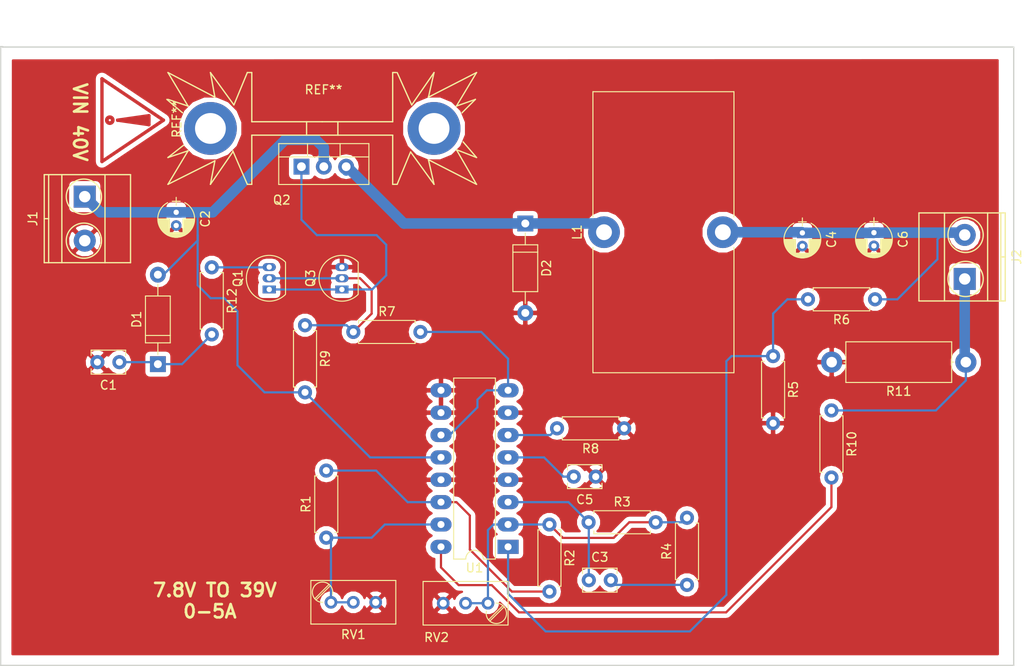
<source format=kicad_pcb>
(kicad_pcb (version 4) (host pcbnew 4.0.6)

  (general
    (links 58)
    (no_connects 0)
    (area 72.949999 41.530199 188.162001 111.962001)
    (thickness 1.6)
    (drawings 9)
    (tracks 132)
    (zones 0)
    (modules 31)
    (nets 20)
  )

  (page A4)
  (layers
    (0 F.Cu signal)
    (31 B.Cu signal)
    (32 B.Adhes user)
    (33 F.Adhes user)
    (34 B.Paste user)
    (35 F.Paste user)
    (36 B.SilkS user)
    (37 F.SilkS user)
    (38 B.Mask user)
    (39 F.Mask user)
    (40 Dwgs.User user)
    (41 Cmts.User user)
    (42 Eco1.User user)
    (43 Eco2.User user)
    (44 Edge.Cuts user)
    (45 Margin user)
    (46 B.CrtYd user)
    (47 F.CrtYd user)
    (48 B.Fab user)
    (49 F.Fab user)
  )

  (setup
    (last_trace_width 0.25)
    (trace_clearance 0.2)
    (zone_clearance 0.508)
    (zone_45_only no)
    (trace_min 0.2)
    (segment_width 0.2)
    (edge_width 0.15)
    (via_size 0.6)
    (via_drill 0.4)
    (via_min_size 0.4)
    (via_min_drill 0.3)
    (uvia_size 0.3)
    (uvia_drill 0.1)
    (uvias_allowed no)
    (uvia_min_size 0.2)
    (uvia_min_drill 0.1)
    (pcb_text_width 0.3)
    (pcb_text_size 1.5 1.5)
    (mod_edge_width 0.15)
    (mod_text_size 1 1)
    (mod_text_width 0.15)
    (pad_size 1.524 1.524)
    (pad_drill 0.762)
    (pad_to_mask_clearance 0.2)
    (aux_axis_origin 0 0)
    (visible_elements 7FFFFFFF)
    (pcbplotparams
      (layerselection 0x010f0_80000001)
      (usegerberextensions false)
      (excludeedgelayer true)
      (linewidth 0.100000)
      (plotframeref false)
      (viasonmask false)
      (mode 1)
      (useauxorigin false)
      (hpglpennumber 1)
      (hpglpenspeed 20)
      (hpglpendiameter 15)
      (hpglpenoverlay 2)
      (psnegative false)
      (psa4output false)
      (plotreference true)
      (plotvalue true)
      (plotinvisibletext false)
      (padsonsilk false)
      (subtractmaskfromsilk false)
      (outputformat 1)
      (mirror false)
      (drillshape 0)
      (scaleselection 1)
      (outputdirectory GERBER/))
  )

  (net 0 "")
  (net 1 "Net-(C1-Pad1)")
  (net 2 GND)
  (net 3 VCC)
  (net 4 "Net-(C3-Pad1)")
  (net 5 "Net-(C3-Pad2)")
  (net 6 OUT+)
  (net 7 "Net-(C5-Pad2)")
  (net 8 "Net-(D2-Pad1)")
  (net 9 OUT-)
  (net 10 SIG)
  (net 11 "Net-(Q1-Pad1)")
  (net 12 2IN-)
  (net 13 REF)
  (net 14 "Net-(R2-Pad1)")
  (net 15 VFB)
  (net 16 "Net-(R7-Pad2)")
  (net 17 "Net-(R8-Pad2)")
  (net 18 IFB)
  (net 19 "Net-(Q1-Pad3)")

  (net_class Default "This is the default net class."
    (clearance 0.2)
    (trace_width 0.25)
    (via_dia 0.6)
    (via_drill 0.4)
    (uvia_dia 0.3)
    (uvia_drill 0.1)
    (add_net 2IN-)
    (add_net GND)
    (add_net IFB)
    (add_net "Net-(C1-Pad1)")
    (add_net "Net-(C3-Pad1)")
    (add_net "Net-(C3-Pad2)")
    (add_net "Net-(C5-Pad2)")
    (add_net "Net-(D2-Pad1)")
    (add_net "Net-(Q1-Pad1)")
    (add_net "Net-(Q1-Pad3)")
    (add_net "Net-(R2-Pad1)")
    (add_net "Net-(R7-Pad2)")
    (add_net "Net-(R8-Pad2)")
    (add_net OUT+)
    (add_net OUT-)
    (add_net REF)
    (add_net SIG)
    (add_net VCC)
    (add_net VFB)
  )

  (module Capacitors_THT:C_Disc_D3.8mm_W2.6mm_P2.50mm (layer F.Cu) (tedit 597BC7C2) (tstamp 59C562C8)
    (at 86.5124 77.4446 180)
    (descr "C, Disc series, Radial, pin pitch=2.50mm, , diameter*width=3.8*2.6mm^2, Capacitor, http://www.vishay.com/docs/45233/krseries.pdf")
    (tags "C Disc series Radial pin pitch 2.50mm  diameter 3.8mm width 2.6mm Capacitor")
    (path /59C59D49)
    (fp_text reference C1 (at 1.25 -2.61 180) (layer F.SilkS)
      (effects (font (size 1 1) (thickness 0.15)))
    )
    (fp_text value 0.1uF (at 1.25 2.61 180) (layer F.Fab)
      (effects (font (size 1 1) (thickness 0.15)))
    )
    (fp_line (start -0.65 -1.3) (end -0.65 1.3) (layer F.Fab) (width 0.1))
    (fp_line (start -0.65 1.3) (end 3.15 1.3) (layer F.Fab) (width 0.1))
    (fp_line (start 3.15 1.3) (end 3.15 -1.3) (layer F.Fab) (width 0.1))
    (fp_line (start 3.15 -1.3) (end -0.65 -1.3) (layer F.Fab) (width 0.1))
    (fp_line (start -0.71 -1.36) (end 3.21 -1.36) (layer F.SilkS) (width 0.12))
    (fp_line (start -0.71 1.36) (end 3.21 1.36) (layer F.SilkS) (width 0.12))
    (fp_line (start -0.71 -1.36) (end -0.71 -0.75) (layer F.SilkS) (width 0.12))
    (fp_line (start -0.71 0.75) (end -0.71 1.36) (layer F.SilkS) (width 0.12))
    (fp_line (start 3.21 -1.36) (end 3.21 -0.75) (layer F.SilkS) (width 0.12))
    (fp_line (start 3.21 0.75) (end 3.21 1.36) (layer F.SilkS) (width 0.12))
    (fp_line (start -1.05 -1.65) (end -1.05 1.65) (layer F.CrtYd) (width 0.05))
    (fp_line (start -1.05 1.65) (end 3.55 1.65) (layer F.CrtYd) (width 0.05))
    (fp_line (start 3.55 1.65) (end 3.55 -1.65) (layer F.CrtYd) (width 0.05))
    (fp_line (start 3.55 -1.65) (end -1.05 -1.65) (layer F.CrtYd) (width 0.05))
    (fp_text user %R (at 1.25 0 180) (layer F.Fab)
      (effects (font (size 1 1) (thickness 0.15)))
    )
    (pad 1 thru_hole circle (at 0 0 180) (size 1.6 1.6) (drill 0.8) (layers *.Cu *.Mask)
      (net 1 "Net-(C1-Pad1)"))
    (pad 2 thru_hole circle (at 2.5 0 180) (size 1.6 1.6) (drill 0.8) (layers *.Cu *.Mask)
      (net 2 GND))
    (model ${KISYS3DMOD}/Capacitors_THT.3dshapes/C_Disc_D3.8mm_W2.6mm_P2.50mm.wrl
      (at (xyz 0 0 0))
      (scale (xyz 1 1 1))
      (rotate (xyz 0 0 0))
    )
  )

  (module Capacitors_THT:CP_Radial_D4.0mm_P1.50mm (layer F.Cu) (tedit 597BC7C2) (tstamp 59C562CE)
    (at 92.964 60.4266 270)
    (descr "CP, Radial series, Radial, pin pitch=1.50mm, , diameter=4mm, Electrolytic Capacitor")
    (tags "CP Radial series Radial pin pitch 1.50mm  diameter 4mm Electrolytic Capacitor")
    (path /59C5A5E2)
    (fp_text reference C2 (at 0.75 -3.31 270) (layer F.SilkS)
      (effects (font (size 1 1) (thickness 0.15)))
    )
    (fp_text value 50uF (at 0.75 3.31 270) (layer F.Fab)
      (effects (font (size 1 1) (thickness 0.15)))
    )
    (fp_arc (start 0.75 0) (end -1.095996 -0.98) (angle 124.1) (layer F.SilkS) (width 0.12))
    (fp_arc (start 0.75 0) (end -1.095996 0.98) (angle -124.1) (layer F.SilkS) (width 0.12))
    (fp_arc (start 0.75 0) (end 2.595996 -0.98) (angle 55.9) (layer F.SilkS) (width 0.12))
    (fp_circle (center 0.75 0) (end 2.75 0) (layer F.Fab) (width 0.1))
    (fp_line (start -1.7 0) (end -0.8 0) (layer F.Fab) (width 0.1))
    (fp_line (start -1.25 -0.45) (end -1.25 0.45) (layer F.Fab) (width 0.1))
    (fp_line (start 0.75 0.78) (end 0.75 2.05) (layer F.SilkS) (width 0.12))
    (fp_line (start 0.75 -2.05) (end 0.75 -0.78) (layer F.SilkS) (width 0.12))
    (fp_line (start 0.79 -2.05) (end 0.79 -0.78) (layer F.SilkS) (width 0.12))
    (fp_line (start 0.79 0.78) (end 0.79 2.05) (layer F.SilkS) (width 0.12))
    (fp_line (start 0.83 -2.049) (end 0.83 -0.78) (layer F.SilkS) (width 0.12))
    (fp_line (start 0.83 0.78) (end 0.83 2.049) (layer F.SilkS) (width 0.12))
    (fp_line (start 0.87 -2.047) (end 0.87 -0.78) (layer F.SilkS) (width 0.12))
    (fp_line (start 0.87 0.78) (end 0.87 2.047) (layer F.SilkS) (width 0.12))
    (fp_line (start 0.91 -2.044) (end 0.91 -0.78) (layer F.SilkS) (width 0.12))
    (fp_line (start 0.91 0.78) (end 0.91 2.044) (layer F.SilkS) (width 0.12))
    (fp_line (start 0.95 -2.041) (end 0.95 -0.78) (layer F.SilkS) (width 0.12))
    (fp_line (start 0.95 0.78) (end 0.95 2.041) (layer F.SilkS) (width 0.12))
    (fp_line (start 0.99 -2.037) (end 0.99 -0.78) (layer F.SilkS) (width 0.12))
    (fp_line (start 0.99 0.78) (end 0.99 2.037) (layer F.SilkS) (width 0.12))
    (fp_line (start 1.03 -2.032) (end 1.03 -0.78) (layer F.SilkS) (width 0.12))
    (fp_line (start 1.03 0.78) (end 1.03 2.032) (layer F.SilkS) (width 0.12))
    (fp_line (start 1.07 -2.026) (end 1.07 -0.78) (layer F.SilkS) (width 0.12))
    (fp_line (start 1.07 0.78) (end 1.07 2.026) (layer F.SilkS) (width 0.12))
    (fp_line (start 1.11 -2.019) (end 1.11 -0.78) (layer F.SilkS) (width 0.12))
    (fp_line (start 1.11 0.78) (end 1.11 2.019) (layer F.SilkS) (width 0.12))
    (fp_line (start 1.15 -2.012) (end 1.15 -0.78) (layer F.SilkS) (width 0.12))
    (fp_line (start 1.15 0.78) (end 1.15 2.012) (layer F.SilkS) (width 0.12))
    (fp_line (start 1.19 -2.004) (end 1.19 -0.78) (layer F.SilkS) (width 0.12))
    (fp_line (start 1.19 0.78) (end 1.19 2.004) (layer F.SilkS) (width 0.12))
    (fp_line (start 1.23 -1.995) (end 1.23 -0.78) (layer F.SilkS) (width 0.12))
    (fp_line (start 1.23 0.78) (end 1.23 1.995) (layer F.SilkS) (width 0.12))
    (fp_line (start 1.27 -1.985) (end 1.27 -0.78) (layer F.SilkS) (width 0.12))
    (fp_line (start 1.27 0.78) (end 1.27 1.985) (layer F.SilkS) (width 0.12))
    (fp_line (start 1.31 -1.974) (end 1.31 -0.78) (layer F.SilkS) (width 0.12))
    (fp_line (start 1.31 0.78) (end 1.31 1.974) (layer F.SilkS) (width 0.12))
    (fp_line (start 1.35 -1.963) (end 1.35 -0.78) (layer F.SilkS) (width 0.12))
    (fp_line (start 1.35 0.78) (end 1.35 1.963) (layer F.SilkS) (width 0.12))
    (fp_line (start 1.39 -1.95) (end 1.39 -0.78) (layer F.SilkS) (width 0.12))
    (fp_line (start 1.39 0.78) (end 1.39 1.95) (layer F.SilkS) (width 0.12))
    (fp_line (start 1.43 -1.937) (end 1.43 -0.78) (layer F.SilkS) (width 0.12))
    (fp_line (start 1.43 0.78) (end 1.43 1.937) (layer F.SilkS) (width 0.12))
    (fp_line (start 1.471 -1.923) (end 1.471 -0.78) (layer F.SilkS) (width 0.12))
    (fp_line (start 1.471 0.78) (end 1.471 1.923) (layer F.SilkS) (width 0.12))
    (fp_line (start 1.511 -1.907) (end 1.511 -0.78) (layer F.SilkS) (width 0.12))
    (fp_line (start 1.511 0.78) (end 1.511 1.907) (layer F.SilkS) (width 0.12))
    (fp_line (start 1.551 -1.891) (end 1.551 -0.78) (layer F.SilkS) (width 0.12))
    (fp_line (start 1.551 0.78) (end 1.551 1.891) (layer F.SilkS) (width 0.12))
    (fp_line (start 1.591 -1.874) (end 1.591 -0.78) (layer F.SilkS) (width 0.12))
    (fp_line (start 1.591 0.78) (end 1.591 1.874) (layer F.SilkS) (width 0.12))
    (fp_line (start 1.631 -1.856) (end 1.631 -0.78) (layer F.SilkS) (width 0.12))
    (fp_line (start 1.631 0.78) (end 1.631 1.856) (layer F.SilkS) (width 0.12))
    (fp_line (start 1.671 -1.837) (end 1.671 -0.78) (layer F.SilkS) (width 0.12))
    (fp_line (start 1.671 0.78) (end 1.671 1.837) (layer F.SilkS) (width 0.12))
    (fp_line (start 1.711 -1.817) (end 1.711 -0.78) (layer F.SilkS) (width 0.12))
    (fp_line (start 1.711 0.78) (end 1.711 1.817) (layer F.SilkS) (width 0.12))
    (fp_line (start 1.751 -1.796) (end 1.751 -0.78) (layer F.SilkS) (width 0.12))
    (fp_line (start 1.751 0.78) (end 1.751 1.796) (layer F.SilkS) (width 0.12))
    (fp_line (start 1.791 -1.773) (end 1.791 -0.78) (layer F.SilkS) (width 0.12))
    (fp_line (start 1.791 0.78) (end 1.791 1.773) (layer F.SilkS) (width 0.12))
    (fp_line (start 1.831 -1.75) (end 1.831 -0.78) (layer F.SilkS) (width 0.12))
    (fp_line (start 1.831 0.78) (end 1.831 1.75) (layer F.SilkS) (width 0.12))
    (fp_line (start 1.871 -1.725) (end 1.871 -0.78) (layer F.SilkS) (width 0.12))
    (fp_line (start 1.871 0.78) (end 1.871 1.725) (layer F.SilkS) (width 0.12))
    (fp_line (start 1.911 -1.699) (end 1.911 -0.78) (layer F.SilkS) (width 0.12))
    (fp_line (start 1.911 0.78) (end 1.911 1.699) (layer F.SilkS) (width 0.12))
    (fp_line (start 1.951 -1.672) (end 1.951 -0.78) (layer F.SilkS) (width 0.12))
    (fp_line (start 1.951 0.78) (end 1.951 1.672) (layer F.SilkS) (width 0.12))
    (fp_line (start 1.991 -1.643) (end 1.991 -0.78) (layer F.SilkS) (width 0.12))
    (fp_line (start 1.991 0.78) (end 1.991 1.643) (layer F.SilkS) (width 0.12))
    (fp_line (start 2.031 -1.613) (end 2.031 -0.78) (layer F.SilkS) (width 0.12))
    (fp_line (start 2.031 0.78) (end 2.031 1.613) (layer F.SilkS) (width 0.12))
    (fp_line (start 2.071 -1.581) (end 2.071 -0.78) (layer F.SilkS) (width 0.12))
    (fp_line (start 2.071 0.78) (end 2.071 1.581) (layer F.SilkS) (width 0.12))
    (fp_line (start 2.111 -1.547) (end 2.111 -0.78) (layer F.SilkS) (width 0.12))
    (fp_line (start 2.111 0.78) (end 2.111 1.547) (layer F.SilkS) (width 0.12))
    (fp_line (start 2.151 -1.512) (end 2.151 -0.78) (layer F.SilkS) (width 0.12))
    (fp_line (start 2.151 0.78) (end 2.151 1.512) (layer F.SilkS) (width 0.12))
    (fp_line (start 2.191 -1.475) (end 2.191 -0.78) (layer F.SilkS) (width 0.12))
    (fp_line (start 2.191 0.78) (end 2.191 1.475) (layer F.SilkS) (width 0.12))
    (fp_line (start 2.231 -1.436) (end 2.231 -0.78) (layer F.SilkS) (width 0.12))
    (fp_line (start 2.231 0.78) (end 2.231 1.436) (layer F.SilkS) (width 0.12))
    (fp_line (start 2.271 -1.395) (end 2.271 -0.78) (layer F.SilkS) (width 0.12))
    (fp_line (start 2.271 0.78) (end 2.271 1.395) (layer F.SilkS) (width 0.12))
    (fp_line (start 2.311 -1.351) (end 2.311 1.351) (layer F.SilkS) (width 0.12))
    (fp_line (start 2.351 -1.305) (end 2.351 1.305) (layer F.SilkS) (width 0.12))
    (fp_line (start 2.391 -1.256) (end 2.391 1.256) (layer F.SilkS) (width 0.12))
    (fp_line (start 2.431 -1.204) (end 2.431 1.204) (layer F.SilkS) (width 0.12))
    (fp_line (start 2.471 -1.148) (end 2.471 1.148) (layer F.SilkS) (width 0.12))
    (fp_line (start 2.511 -1.088) (end 2.511 1.088) (layer F.SilkS) (width 0.12))
    (fp_line (start 2.551 -1.023) (end 2.551 1.023) (layer F.SilkS) (width 0.12))
    (fp_line (start 2.591 -0.952) (end 2.591 0.952) (layer F.SilkS) (width 0.12))
    (fp_line (start 2.631 -0.874) (end 2.631 0.874) (layer F.SilkS) (width 0.12))
    (fp_line (start 2.671 -0.786) (end 2.671 0.786) (layer F.SilkS) (width 0.12))
    (fp_line (start 2.711 -0.686) (end 2.711 0.686) (layer F.SilkS) (width 0.12))
    (fp_line (start 2.751 -0.567) (end 2.751 0.567) (layer F.SilkS) (width 0.12))
    (fp_line (start 2.791 -0.415) (end 2.791 0.415) (layer F.SilkS) (width 0.12))
    (fp_line (start 2.831 -0.165) (end 2.831 0.165) (layer F.SilkS) (width 0.12))
    (fp_line (start -1.7 0) (end -0.8 0) (layer F.SilkS) (width 0.12))
    (fp_line (start -1.25 -0.45) (end -1.25 0.45) (layer F.SilkS) (width 0.12))
    (fp_line (start -1.6 -2.35) (end -1.6 2.35) (layer F.CrtYd) (width 0.05))
    (fp_line (start -1.6 2.35) (end 3.1 2.35) (layer F.CrtYd) (width 0.05))
    (fp_line (start 3.1 2.35) (end 3.1 -2.35) (layer F.CrtYd) (width 0.05))
    (fp_line (start 3.1 -2.35) (end -1.6 -2.35) (layer F.CrtYd) (width 0.05))
    (fp_text user %R (at 0.75 0 270) (layer F.Fab)
      (effects (font (size 1 1) (thickness 0.15)))
    )
    (pad 1 thru_hole rect (at 0 0 270) (size 1.2 1.2) (drill 0.6) (layers *.Cu *.Mask)
      (net 3 VCC))
    (pad 2 thru_hole circle (at 1.5 0 270) (size 1.2 1.2) (drill 0.6) (layers *.Cu *.Mask)
      (net 2 GND))
    (model ${KISYS3DMOD}/Capacitors_THT.3dshapes/CP_Radial_D4.0mm_P1.50mm.wrl
      (at (xyz 0 0 0))
      (scale (xyz 1 1 1))
      (rotate (xyz 0 0 0))
    )
  )

  (module Capacitors_THT:C_Disc_D3.8mm_W2.6mm_P2.50mm (layer F.Cu) (tedit 597BC7C2) (tstamp 59C562D4)
    (at 139.827 102.2096)
    (descr "C, Disc series, Radial, pin pitch=2.50mm, , diameter*width=3.8*2.6mm^2, Capacitor, http://www.vishay.com/docs/45233/krseries.pdf")
    (tags "C Disc series Radial pin pitch 2.50mm  diameter 3.8mm width 2.6mm Capacitor")
    (path /59C56759)
    (fp_text reference C3 (at 1.25 -2.61) (layer F.SilkS)
      (effects (font (size 1 1) (thickness 0.15)))
    )
    (fp_text value 0.1uF (at 1.25 2.61) (layer F.Fab)
      (effects (font (size 1 1) (thickness 0.15)))
    )
    (fp_line (start -0.65 -1.3) (end -0.65 1.3) (layer F.Fab) (width 0.1))
    (fp_line (start -0.65 1.3) (end 3.15 1.3) (layer F.Fab) (width 0.1))
    (fp_line (start 3.15 1.3) (end 3.15 -1.3) (layer F.Fab) (width 0.1))
    (fp_line (start 3.15 -1.3) (end -0.65 -1.3) (layer F.Fab) (width 0.1))
    (fp_line (start -0.71 -1.36) (end 3.21 -1.36) (layer F.SilkS) (width 0.12))
    (fp_line (start -0.71 1.36) (end 3.21 1.36) (layer F.SilkS) (width 0.12))
    (fp_line (start -0.71 -1.36) (end -0.71 -0.75) (layer F.SilkS) (width 0.12))
    (fp_line (start -0.71 0.75) (end -0.71 1.36) (layer F.SilkS) (width 0.12))
    (fp_line (start 3.21 -1.36) (end 3.21 -0.75) (layer F.SilkS) (width 0.12))
    (fp_line (start 3.21 0.75) (end 3.21 1.36) (layer F.SilkS) (width 0.12))
    (fp_line (start -1.05 -1.65) (end -1.05 1.65) (layer F.CrtYd) (width 0.05))
    (fp_line (start -1.05 1.65) (end 3.55 1.65) (layer F.CrtYd) (width 0.05))
    (fp_line (start 3.55 1.65) (end 3.55 -1.65) (layer F.CrtYd) (width 0.05))
    (fp_line (start 3.55 -1.65) (end -1.05 -1.65) (layer F.CrtYd) (width 0.05))
    (fp_text user %R (at 1.25 0) (layer F.Fab)
      (effects (font (size 1 1) (thickness 0.15)))
    )
    (pad 1 thru_hole circle (at 0 0) (size 1.6 1.6) (drill 0.8) (layers *.Cu *.Mask)
      (net 4 "Net-(C3-Pad1)"))
    (pad 2 thru_hole circle (at 2.5 0) (size 1.6 1.6) (drill 0.8) (layers *.Cu *.Mask)
      (net 5 "Net-(C3-Pad2)"))
    (model ${KISYS3DMOD}/Capacitors_THT.3dshapes/C_Disc_D3.8mm_W2.6mm_P2.50mm.wrl
      (at (xyz 0 0 0))
      (scale (xyz 1 1 1))
      (rotate (xyz 0 0 0))
    )
  )

  (module Capacitors_THT:CP_Radial_D4.0mm_P1.50mm (layer F.Cu) (tedit 597BC7C2) (tstamp 59C562DA)
    (at 164.084 62.7634 270)
    (descr "CP, Radial series, Radial, pin pitch=1.50mm, , diameter=4mm, Electrolytic Capacitor")
    (tags "CP Radial series Radial pin pitch 1.50mm  diameter 4mm Electrolytic Capacitor")
    (path /59C5AEA7)
    (fp_text reference C4 (at 0.75 -3.31 270) (layer F.SilkS)
      (effects (font (size 1 1) (thickness 0.15)))
    )
    (fp_text value 50uF (at 0.75 3.31 270) (layer F.Fab)
      (effects (font (size 1 1) (thickness 0.15)))
    )
    (fp_arc (start 0.75 0) (end -1.095996 -0.98) (angle 124.1) (layer F.SilkS) (width 0.12))
    (fp_arc (start 0.75 0) (end -1.095996 0.98) (angle -124.1) (layer F.SilkS) (width 0.12))
    (fp_arc (start 0.75 0) (end 2.595996 -0.98) (angle 55.9) (layer F.SilkS) (width 0.12))
    (fp_circle (center 0.75 0) (end 2.75 0) (layer F.Fab) (width 0.1))
    (fp_line (start -1.7 0) (end -0.8 0) (layer F.Fab) (width 0.1))
    (fp_line (start -1.25 -0.45) (end -1.25 0.45) (layer F.Fab) (width 0.1))
    (fp_line (start 0.75 0.78) (end 0.75 2.05) (layer F.SilkS) (width 0.12))
    (fp_line (start 0.75 -2.05) (end 0.75 -0.78) (layer F.SilkS) (width 0.12))
    (fp_line (start 0.79 -2.05) (end 0.79 -0.78) (layer F.SilkS) (width 0.12))
    (fp_line (start 0.79 0.78) (end 0.79 2.05) (layer F.SilkS) (width 0.12))
    (fp_line (start 0.83 -2.049) (end 0.83 -0.78) (layer F.SilkS) (width 0.12))
    (fp_line (start 0.83 0.78) (end 0.83 2.049) (layer F.SilkS) (width 0.12))
    (fp_line (start 0.87 -2.047) (end 0.87 -0.78) (layer F.SilkS) (width 0.12))
    (fp_line (start 0.87 0.78) (end 0.87 2.047) (layer F.SilkS) (width 0.12))
    (fp_line (start 0.91 -2.044) (end 0.91 -0.78) (layer F.SilkS) (width 0.12))
    (fp_line (start 0.91 0.78) (end 0.91 2.044) (layer F.SilkS) (width 0.12))
    (fp_line (start 0.95 -2.041) (end 0.95 -0.78) (layer F.SilkS) (width 0.12))
    (fp_line (start 0.95 0.78) (end 0.95 2.041) (layer F.SilkS) (width 0.12))
    (fp_line (start 0.99 -2.037) (end 0.99 -0.78) (layer F.SilkS) (width 0.12))
    (fp_line (start 0.99 0.78) (end 0.99 2.037) (layer F.SilkS) (width 0.12))
    (fp_line (start 1.03 -2.032) (end 1.03 -0.78) (layer F.SilkS) (width 0.12))
    (fp_line (start 1.03 0.78) (end 1.03 2.032) (layer F.SilkS) (width 0.12))
    (fp_line (start 1.07 -2.026) (end 1.07 -0.78) (layer F.SilkS) (width 0.12))
    (fp_line (start 1.07 0.78) (end 1.07 2.026) (layer F.SilkS) (width 0.12))
    (fp_line (start 1.11 -2.019) (end 1.11 -0.78) (layer F.SilkS) (width 0.12))
    (fp_line (start 1.11 0.78) (end 1.11 2.019) (layer F.SilkS) (width 0.12))
    (fp_line (start 1.15 -2.012) (end 1.15 -0.78) (layer F.SilkS) (width 0.12))
    (fp_line (start 1.15 0.78) (end 1.15 2.012) (layer F.SilkS) (width 0.12))
    (fp_line (start 1.19 -2.004) (end 1.19 -0.78) (layer F.SilkS) (width 0.12))
    (fp_line (start 1.19 0.78) (end 1.19 2.004) (layer F.SilkS) (width 0.12))
    (fp_line (start 1.23 -1.995) (end 1.23 -0.78) (layer F.SilkS) (width 0.12))
    (fp_line (start 1.23 0.78) (end 1.23 1.995) (layer F.SilkS) (width 0.12))
    (fp_line (start 1.27 -1.985) (end 1.27 -0.78) (layer F.SilkS) (width 0.12))
    (fp_line (start 1.27 0.78) (end 1.27 1.985) (layer F.SilkS) (width 0.12))
    (fp_line (start 1.31 -1.974) (end 1.31 -0.78) (layer F.SilkS) (width 0.12))
    (fp_line (start 1.31 0.78) (end 1.31 1.974) (layer F.SilkS) (width 0.12))
    (fp_line (start 1.35 -1.963) (end 1.35 -0.78) (layer F.SilkS) (width 0.12))
    (fp_line (start 1.35 0.78) (end 1.35 1.963) (layer F.SilkS) (width 0.12))
    (fp_line (start 1.39 -1.95) (end 1.39 -0.78) (layer F.SilkS) (width 0.12))
    (fp_line (start 1.39 0.78) (end 1.39 1.95) (layer F.SilkS) (width 0.12))
    (fp_line (start 1.43 -1.937) (end 1.43 -0.78) (layer F.SilkS) (width 0.12))
    (fp_line (start 1.43 0.78) (end 1.43 1.937) (layer F.SilkS) (width 0.12))
    (fp_line (start 1.471 -1.923) (end 1.471 -0.78) (layer F.SilkS) (width 0.12))
    (fp_line (start 1.471 0.78) (end 1.471 1.923) (layer F.SilkS) (width 0.12))
    (fp_line (start 1.511 -1.907) (end 1.511 -0.78) (layer F.SilkS) (width 0.12))
    (fp_line (start 1.511 0.78) (end 1.511 1.907) (layer F.SilkS) (width 0.12))
    (fp_line (start 1.551 -1.891) (end 1.551 -0.78) (layer F.SilkS) (width 0.12))
    (fp_line (start 1.551 0.78) (end 1.551 1.891) (layer F.SilkS) (width 0.12))
    (fp_line (start 1.591 -1.874) (end 1.591 -0.78) (layer F.SilkS) (width 0.12))
    (fp_line (start 1.591 0.78) (end 1.591 1.874) (layer F.SilkS) (width 0.12))
    (fp_line (start 1.631 -1.856) (end 1.631 -0.78) (layer F.SilkS) (width 0.12))
    (fp_line (start 1.631 0.78) (end 1.631 1.856) (layer F.SilkS) (width 0.12))
    (fp_line (start 1.671 -1.837) (end 1.671 -0.78) (layer F.SilkS) (width 0.12))
    (fp_line (start 1.671 0.78) (end 1.671 1.837) (layer F.SilkS) (width 0.12))
    (fp_line (start 1.711 -1.817) (end 1.711 -0.78) (layer F.SilkS) (width 0.12))
    (fp_line (start 1.711 0.78) (end 1.711 1.817) (layer F.SilkS) (width 0.12))
    (fp_line (start 1.751 -1.796) (end 1.751 -0.78) (layer F.SilkS) (width 0.12))
    (fp_line (start 1.751 0.78) (end 1.751 1.796) (layer F.SilkS) (width 0.12))
    (fp_line (start 1.791 -1.773) (end 1.791 -0.78) (layer F.SilkS) (width 0.12))
    (fp_line (start 1.791 0.78) (end 1.791 1.773) (layer F.SilkS) (width 0.12))
    (fp_line (start 1.831 -1.75) (end 1.831 -0.78) (layer F.SilkS) (width 0.12))
    (fp_line (start 1.831 0.78) (end 1.831 1.75) (layer F.SilkS) (width 0.12))
    (fp_line (start 1.871 -1.725) (end 1.871 -0.78) (layer F.SilkS) (width 0.12))
    (fp_line (start 1.871 0.78) (end 1.871 1.725) (layer F.SilkS) (width 0.12))
    (fp_line (start 1.911 -1.699) (end 1.911 -0.78) (layer F.SilkS) (width 0.12))
    (fp_line (start 1.911 0.78) (end 1.911 1.699) (layer F.SilkS) (width 0.12))
    (fp_line (start 1.951 -1.672) (end 1.951 -0.78) (layer F.SilkS) (width 0.12))
    (fp_line (start 1.951 0.78) (end 1.951 1.672) (layer F.SilkS) (width 0.12))
    (fp_line (start 1.991 -1.643) (end 1.991 -0.78) (layer F.SilkS) (width 0.12))
    (fp_line (start 1.991 0.78) (end 1.991 1.643) (layer F.SilkS) (width 0.12))
    (fp_line (start 2.031 -1.613) (end 2.031 -0.78) (layer F.SilkS) (width 0.12))
    (fp_line (start 2.031 0.78) (end 2.031 1.613) (layer F.SilkS) (width 0.12))
    (fp_line (start 2.071 -1.581) (end 2.071 -0.78) (layer F.SilkS) (width 0.12))
    (fp_line (start 2.071 0.78) (end 2.071 1.581) (layer F.SilkS) (width 0.12))
    (fp_line (start 2.111 -1.547) (end 2.111 -0.78) (layer F.SilkS) (width 0.12))
    (fp_line (start 2.111 0.78) (end 2.111 1.547) (layer F.SilkS) (width 0.12))
    (fp_line (start 2.151 -1.512) (end 2.151 -0.78) (layer F.SilkS) (width 0.12))
    (fp_line (start 2.151 0.78) (end 2.151 1.512) (layer F.SilkS) (width 0.12))
    (fp_line (start 2.191 -1.475) (end 2.191 -0.78) (layer F.SilkS) (width 0.12))
    (fp_line (start 2.191 0.78) (end 2.191 1.475) (layer F.SilkS) (width 0.12))
    (fp_line (start 2.231 -1.436) (end 2.231 -0.78) (layer F.SilkS) (width 0.12))
    (fp_line (start 2.231 0.78) (end 2.231 1.436) (layer F.SilkS) (width 0.12))
    (fp_line (start 2.271 -1.395) (end 2.271 -0.78) (layer F.SilkS) (width 0.12))
    (fp_line (start 2.271 0.78) (end 2.271 1.395) (layer F.SilkS) (width 0.12))
    (fp_line (start 2.311 -1.351) (end 2.311 1.351) (layer F.SilkS) (width 0.12))
    (fp_line (start 2.351 -1.305) (end 2.351 1.305) (layer F.SilkS) (width 0.12))
    (fp_line (start 2.391 -1.256) (end 2.391 1.256) (layer F.SilkS) (width 0.12))
    (fp_line (start 2.431 -1.204) (end 2.431 1.204) (layer F.SilkS) (width 0.12))
    (fp_line (start 2.471 -1.148) (end 2.471 1.148) (layer F.SilkS) (width 0.12))
    (fp_line (start 2.511 -1.088) (end 2.511 1.088) (layer F.SilkS) (width 0.12))
    (fp_line (start 2.551 -1.023) (end 2.551 1.023) (layer F.SilkS) (width 0.12))
    (fp_line (start 2.591 -0.952) (end 2.591 0.952) (layer F.SilkS) (width 0.12))
    (fp_line (start 2.631 -0.874) (end 2.631 0.874) (layer F.SilkS) (width 0.12))
    (fp_line (start 2.671 -0.786) (end 2.671 0.786) (layer F.SilkS) (width 0.12))
    (fp_line (start 2.711 -0.686) (end 2.711 0.686) (layer F.SilkS) (width 0.12))
    (fp_line (start 2.751 -0.567) (end 2.751 0.567) (layer F.SilkS) (width 0.12))
    (fp_line (start 2.791 -0.415) (end 2.791 0.415) (layer F.SilkS) (width 0.12))
    (fp_line (start 2.831 -0.165) (end 2.831 0.165) (layer F.SilkS) (width 0.12))
    (fp_line (start -1.7 0) (end -0.8 0) (layer F.SilkS) (width 0.12))
    (fp_line (start -1.25 -0.45) (end -1.25 0.45) (layer F.SilkS) (width 0.12))
    (fp_line (start -1.6 -2.35) (end -1.6 2.35) (layer F.CrtYd) (width 0.05))
    (fp_line (start -1.6 2.35) (end 3.1 2.35) (layer F.CrtYd) (width 0.05))
    (fp_line (start 3.1 2.35) (end 3.1 -2.35) (layer F.CrtYd) (width 0.05))
    (fp_line (start 3.1 -2.35) (end -1.6 -2.35) (layer F.CrtYd) (width 0.05))
    (fp_text user %R (at 0.75 0 270) (layer F.Fab)
      (effects (font (size 1 1) (thickness 0.15)))
    )
    (pad 1 thru_hole rect (at 0 0 270) (size 1.2 1.2) (drill 0.6) (layers *.Cu *.Mask)
      (net 6 OUT+))
    (pad 2 thru_hole circle (at 1.5 0 270) (size 1.2 1.2) (drill 0.6) (layers *.Cu *.Mask)
      (net 2 GND))
    (model ${KISYS3DMOD}/Capacitors_THT.3dshapes/CP_Radial_D4.0mm_P1.50mm.wrl
      (at (xyz 0 0 0))
      (scale (xyz 1 1 1))
      (rotate (xyz 0 0 0))
    )
  )

  (module Capacitors_THT:C_Disc_D3.8mm_W2.6mm_P2.50mm (layer F.Cu) (tedit 597BC7C2) (tstamp 59C562E0)
    (at 140.6144 90.4494 180)
    (descr "C, Disc series, Radial, pin pitch=2.50mm, , diameter*width=3.8*2.6mm^2, Capacitor, http://www.vishay.com/docs/45233/krseries.pdf")
    (tags "C Disc series Radial pin pitch 2.50mm  diameter 3.8mm width 2.6mm Capacitor")
    (path /59C5620D)
    (fp_text reference C5 (at 1.25 -2.61 180) (layer F.SilkS)
      (effects (font (size 1 1) (thickness 0.15)))
    )
    (fp_text value 0.001 (at 1.25 2.61 180) (layer F.Fab)
      (effects (font (size 1 1) (thickness 0.15)))
    )
    (fp_line (start -0.65 -1.3) (end -0.65 1.3) (layer F.Fab) (width 0.1))
    (fp_line (start -0.65 1.3) (end 3.15 1.3) (layer F.Fab) (width 0.1))
    (fp_line (start 3.15 1.3) (end 3.15 -1.3) (layer F.Fab) (width 0.1))
    (fp_line (start 3.15 -1.3) (end -0.65 -1.3) (layer F.Fab) (width 0.1))
    (fp_line (start -0.71 -1.36) (end 3.21 -1.36) (layer F.SilkS) (width 0.12))
    (fp_line (start -0.71 1.36) (end 3.21 1.36) (layer F.SilkS) (width 0.12))
    (fp_line (start -0.71 -1.36) (end -0.71 -0.75) (layer F.SilkS) (width 0.12))
    (fp_line (start -0.71 0.75) (end -0.71 1.36) (layer F.SilkS) (width 0.12))
    (fp_line (start 3.21 -1.36) (end 3.21 -0.75) (layer F.SilkS) (width 0.12))
    (fp_line (start 3.21 0.75) (end 3.21 1.36) (layer F.SilkS) (width 0.12))
    (fp_line (start -1.05 -1.65) (end -1.05 1.65) (layer F.CrtYd) (width 0.05))
    (fp_line (start -1.05 1.65) (end 3.55 1.65) (layer F.CrtYd) (width 0.05))
    (fp_line (start 3.55 1.65) (end 3.55 -1.65) (layer F.CrtYd) (width 0.05))
    (fp_line (start 3.55 -1.65) (end -1.05 -1.65) (layer F.CrtYd) (width 0.05))
    (fp_text user %R (at 1.25 0 180) (layer F.Fab)
      (effects (font (size 1 1) (thickness 0.15)))
    )
    (pad 1 thru_hole circle (at 0 0 180) (size 1.6 1.6) (drill 0.8) (layers *.Cu *.Mask)
      (net 2 GND))
    (pad 2 thru_hole circle (at 2.5 0 180) (size 1.6 1.6) (drill 0.8) (layers *.Cu *.Mask)
      (net 7 "Net-(C5-Pad2)"))
    (model ${KISYS3DMOD}/Capacitors_THT.3dshapes/C_Disc_D3.8mm_W2.6mm_P2.50mm.wrl
      (at (xyz 0 0 0))
      (scale (xyz 1 1 1))
      (rotate (xyz 0 0 0))
    )
  )

  (module Capacitors_THT:CP_Radial_D4.0mm_P1.50mm (layer F.Cu) (tedit 597BC7C2) (tstamp 59C562E6)
    (at 172.212 62.738 270)
    (descr "CP, Radial series, Radial, pin pitch=1.50mm, , diameter=4mm, Electrolytic Capacitor")
    (tags "CP Radial series Radial pin pitch 1.50mm  diameter 4mm Electrolytic Capacitor")
    (path /59C5C6CC)
    (fp_text reference C6 (at 0.75 -3.31 270) (layer F.SilkS)
      (effects (font (size 1 1) (thickness 0.15)))
    )
    (fp_text value 50uF (at 0.75 3.31 270) (layer F.Fab)
      (effects (font (size 1 1) (thickness 0.15)))
    )
    (fp_arc (start 0.75 0) (end -1.095996 -0.98) (angle 124.1) (layer F.SilkS) (width 0.12))
    (fp_arc (start 0.75 0) (end -1.095996 0.98) (angle -124.1) (layer F.SilkS) (width 0.12))
    (fp_arc (start 0.75 0) (end 2.595996 -0.98) (angle 55.9) (layer F.SilkS) (width 0.12))
    (fp_circle (center 0.75 0) (end 2.75 0) (layer F.Fab) (width 0.1))
    (fp_line (start -1.7 0) (end -0.8 0) (layer F.Fab) (width 0.1))
    (fp_line (start -1.25 -0.45) (end -1.25 0.45) (layer F.Fab) (width 0.1))
    (fp_line (start 0.75 0.78) (end 0.75 2.05) (layer F.SilkS) (width 0.12))
    (fp_line (start 0.75 -2.05) (end 0.75 -0.78) (layer F.SilkS) (width 0.12))
    (fp_line (start 0.79 -2.05) (end 0.79 -0.78) (layer F.SilkS) (width 0.12))
    (fp_line (start 0.79 0.78) (end 0.79 2.05) (layer F.SilkS) (width 0.12))
    (fp_line (start 0.83 -2.049) (end 0.83 -0.78) (layer F.SilkS) (width 0.12))
    (fp_line (start 0.83 0.78) (end 0.83 2.049) (layer F.SilkS) (width 0.12))
    (fp_line (start 0.87 -2.047) (end 0.87 -0.78) (layer F.SilkS) (width 0.12))
    (fp_line (start 0.87 0.78) (end 0.87 2.047) (layer F.SilkS) (width 0.12))
    (fp_line (start 0.91 -2.044) (end 0.91 -0.78) (layer F.SilkS) (width 0.12))
    (fp_line (start 0.91 0.78) (end 0.91 2.044) (layer F.SilkS) (width 0.12))
    (fp_line (start 0.95 -2.041) (end 0.95 -0.78) (layer F.SilkS) (width 0.12))
    (fp_line (start 0.95 0.78) (end 0.95 2.041) (layer F.SilkS) (width 0.12))
    (fp_line (start 0.99 -2.037) (end 0.99 -0.78) (layer F.SilkS) (width 0.12))
    (fp_line (start 0.99 0.78) (end 0.99 2.037) (layer F.SilkS) (width 0.12))
    (fp_line (start 1.03 -2.032) (end 1.03 -0.78) (layer F.SilkS) (width 0.12))
    (fp_line (start 1.03 0.78) (end 1.03 2.032) (layer F.SilkS) (width 0.12))
    (fp_line (start 1.07 -2.026) (end 1.07 -0.78) (layer F.SilkS) (width 0.12))
    (fp_line (start 1.07 0.78) (end 1.07 2.026) (layer F.SilkS) (width 0.12))
    (fp_line (start 1.11 -2.019) (end 1.11 -0.78) (layer F.SilkS) (width 0.12))
    (fp_line (start 1.11 0.78) (end 1.11 2.019) (layer F.SilkS) (width 0.12))
    (fp_line (start 1.15 -2.012) (end 1.15 -0.78) (layer F.SilkS) (width 0.12))
    (fp_line (start 1.15 0.78) (end 1.15 2.012) (layer F.SilkS) (width 0.12))
    (fp_line (start 1.19 -2.004) (end 1.19 -0.78) (layer F.SilkS) (width 0.12))
    (fp_line (start 1.19 0.78) (end 1.19 2.004) (layer F.SilkS) (width 0.12))
    (fp_line (start 1.23 -1.995) (end 1.23 -0.78) (layer F.SilkS) (width 0.12))
    (fp_line (start 1.23 0.78) (end 1.23 1.995) (layer F.SilkS) (width 0.12))
    (fp_line (start 1.27 -1.985) (end 1.27 -0.78) (layer F.SilkS) (width 0.12))
    (fp_line (start 1.27 0.78) (end 1.27 1.985) (layer F.SilkS) (width 0.12))
    (fp_line (start 1.31 -1.974) (end 1.31 -0.78) (layer F.SilkS) (width 0.12))
    (fp_line (start 1.31 0.78) (end 1.31 1.974) (layer F.SilkS) (width 0.12))
    (fp_line (start 1.35 -1.963) (end 1.35 -0.78) (layer F.SilkS) (width 0.12))
    (fp_line (start 1.35 0.78) (end 1.35 1.963) (layer F.SilkS) (width 0.12))
    (fp_line (start 1.39 -1.95) (end 1.39 -0.78) (layer F.SilkS) (width 0.12))
    (fp_line (start 1.39 0.78) (end 1.39 1.95) (layer F.SilkS) (width 0.12))
    (fp_line (start 1.43 -1.937) (end 1.43 -0.78) (layer F.SilkS) (width 0.12))
    (fp_line (start 1.43 0.78) (end 1.43 1.937) (layer F.SilkS) (width 0.12))
    (fp_line (start 1.471 -1.923) (end 1.471 -0.78) (layer F.SilkS) (width 0.12))
    (fp_line (start 1.471 0.78) (end 1.471 1.923) (layer F.SilkS) (width 0.12))
    (fp_line (start 1.511 -1.907) (end 1.511 -0.78) (layer F.SilkS) (width 0.12))
    (fp_line (start 1.511 0.78) (end 1.511 1.907) (layer F.SilkS) (width 0.12))
    (fp_line (start 1.551 -1.891) (end 1.551 -0.78) (layer F.SilkS) (width 0.12))
    (fp_line (start 1.551 0.78) (end 1.551 1.891) (layer F.SilkS) (width 0.12))
    (fp_line (start 1.591 -1.874) (end 1.591 -0.78) (layer F.SilkS) (width 0.12))
    (fp_line (start 1.591 0.78) (end 1.591 1.874) (layer F.SilkS) (width 0.12))
    (fp_line (start 1.631 -1.856) (end 1.631 -0.78) (layer F.SilkS) (width 0.12))
    (fp_line (start 1.631 0.78) (end 1.631 1.856) (layer F.SilkS) (width 0.12))
    (fp_line (start 1.671 -1.837) (end 1.671 -0.78) (layer F.SilkS) (width 0.12))
    (fp_line (start 1.671 0.78) (end 1.671 1.837) (layer F.SilkS) (width 0.12))
    (fp_line (start 1.711 -1.817) (end 1.711 -0.78) (layer F.SilkS) (width 0.12))
    (fp_line (start 1.711 0.78) (end 1.711 1.817) (layer F.SilkS) (width 0.12))
    (fp_line (start 1.751 -1.796) (end 1.751 -0.78) (layer F.SilkS) (width 0.12))
    (fp_line (start 1.751 0.78) (end 1.751 1.796) (layer F.SilkS) (width 0.12))
    (fp_line (start 1.791 -1.773) (end 1.791 -0.78) (layer F.SilkS) (width 0.12))
    (fp_line (start 1.791 0.78) (end 1.791 1.773) (layer F.SilkS) (width 0.12))
    (fp_line (start 1.831 -1.75) (end 1.831 -0.78) (layer F.SilkS) (width 0.12))
    (fp_line (start 1.831 0.78) (end 1.831 1.75) (layer F.SilkS) (width 0.12))
    (fp_line (start 1.871 -1.725) (end 1.871 -0.78) (layer F.SilkS) (width 0.12))
    (fp_line (start 1.871 0.78) (end 1.871 1.725) (layer F.SilkS) (width 0.12))
    (fp_line (start 1.911 -1.699) (end 1.911 -0.78) (layer F.SilkS) (width 0.12))
    (fp_line (start 1.911 0.78) (end 1.911 1.699) (layer F.SilkS) (width 0.12))
    (fp_line (start 1.951 -1.672) (end 1.951 -0.78) (layer F.SilkS) (width 0.12))
    (fp_line (start 1.951 0.78) (end 1.951 1.672) (layer F.SilkS) (width 0.12))
    (fp_line (start 1.991 -1.643) (end 1.991 -0.78) (layer F.SilkS) (width 0.12))
    (fp_line (start 1.991 0.78) (end 1.991 1.643) (layer F.SilkS) (width 0.12))
    (fp_line (start 2.031 -1.613) (end 2.031 -0.78) (layer F.SilkS) (width 0.12))
    (fp_line (start 2.031 0.78) (end 2.031 1.613) (layer F.SilkS) (width 0.12))
    (fp_line (start 2.071 -1.581) (end 2.071 -0.78) (layer F.SilkS) (width 0.12))
    (fp_line (start 2.071 0.78) (end 2.071 1.581) (layer F.SilkS) (width 0.12))
    (fp_line (start 2.111 -1.547) (end 2.111 -0.78) (layer F.SilkS) (width 0.12))
    (fp_line (start 2.111 0.78) (end 2.111 1.547) (layer F.SilkS) (width 0.12))
    (fp_line (start 2.151 -1.512) (end 2.151 -0.78) (layer F.SilkS) (width 0.12))
    (fp_line (start 2.151 0.78) (end 2.151 1.512) (layer F.SilkS) (width 0.12))
    (fp_line (start 2.191 -1.475) (end 2.191 -0.78) (layer F.SilkS) (width 0.12))
    (fp_line (start 2.191 0.78) (end 2.191 1.475) (layer F.SilkS) (width 0.12))
    (fp_line (start 2.231 -1.436) (end 2.231 -0.78) (layer F.SilkS) (width 0.12))
    (fp_line (start 2.231 0.78) (end 2.231 1.436) (layer F.SilkS) (width 0.12))
    (fp_line (start 2.271 -1.395) (end 2.271 -0.78) (layer F.SilkS) (width 0.12))
    (fp_line (start 2.271 0.78) (end 2.271 1.395) (layer F.SilkS) (width 0.12))
    (fp_line (start 2.311 -1.351) (end 2.311 1.351) (layer F.SilkS) (width 0.12))
    (fp_line (start 2.351 -1.305) (end 2.351 1.305) (layer F.SilkS) (width 0.12))
    (fp_line (start 2.391 -1.256) (end 2.391 1.256) (layer F.SilkS) (width 0.12))
    (fp_line (start 2.431 -1.204) (end 2.431 1.204) (layer F.SilkS) (width 0.12))
    (fp_line (start 2.471 -1.148) (end 2.471 1.148) (layer F.SilkS) (width 0.12))
    (fp_line (start 2.511 -1.088) (end 2.511 1.088) (layer F.SilkS) (width 0.12))
    (fp_line (start 2.551 -1.023) (end 2.551 1.023) (layer F.SilkS) (width 0.12))
    (fp_line (start 2.591 -0.952) (end 2.591 0.952) (layer F.SilkS) (width 0.12))
    (fp_line (start 2.631 -0.874) (end 2.631 0.874) (layer F.SilkS) (width 0.12))
    (fp_line (start 2.671 -0.786) (end 2.671 0.786) (layer F.SilkS) (width 0.12))
    (fp_line (start 2.711 -0.686) (end 2.711 0.686) (layer F.SilkS) (width 0.12))
    (fp_line (start 2.751 -0.567) (end 2.751 0.567) (layer F.SilkS) (width 0.12))
    (fp_line (start 2.791 -0.415) (end 2.791 0.415) (layer F.SilkS) (width 0.12))
    (fp_line (start 2.831 -0.165) (end 2.831 0.165) (layer F.SilkS) (width 0.12))
    (fp_line (start -1.7 0) (end -0.8 0) (layer F.SilkS) (width 0.12))
    (fp_line (start -1.25 -0.45) (end -1.25 0.45) (layer F.SilkS) (width 0.12))
    (fp_line (start -1.6 -2.35) (end -1.6 2.35) (layer F.CrtYd) (width 0.05))
    (fp_line (start -1.6 2.35) (end 3.1 2.35) (layer F.CrtYd) (width 0.05))
    (fp_line (start 3.1 2.35) (end 3.1 -2.35) (layer F.CrtYd) (width 0.05))
    (fp_line (start 3.1 -2.35) (end -1.6 -2.35) (layer F.CrtYd) (width 0.05))
    (fp_text user %R (at 0.75 0 270) (layer F.Fab)
      (effects (font (size 1 1) (thickness 0.15)))
    )
    (pad 1 thru_hole rect (at 0 0 270) (size 1.2 1.2) (drill 0.6) (layers *.Cu *.Mask)
      (net 6 OUT+))
    (pad 2 thru_hole circle (at 1.5 0 270) (size 1.2 1.2) (drill 0.6) (layers *.Cu *.Mask)
      (net 2 GND))
    (model ${KISYS3DMOD}/Capacitors_THT.3dshapes/CP_Radial_D4.0mm_P1.50mm.wrl
      (at (xyz 0 0 0))
      (scale (xyz 1 1 1))
      (rotate (xyz 0 0 0))
    )
  )

  (module Diodes_THT:D_A-405_P10.16mm_Horizontal (layer F.Cu) (tedit 5921392E) (tstamp 59C562EC)
    (at 90.8812 77.6732 90)
    (descr "D, A-405 series, Axial, Horizontal, pin pitch=10.16mm, , length*diameter=5.2*2.7mm^2, , http://www.diodes.com/_files/packages/A-405.pdf")
    (tags "D A-405 series Axial Horizontal pin pitch 10.16mm  length 5.2mm diameter 2.7mm")
    (path /59C59CBA)
    (fp_text reference D1 (at 5.08 -2.41 90) (layer F.SilkS)
      (effects (font (size 1 1) (thickness 0.15)))
    )
    (fp_text value D (at 5.08 2.41 90) (layer F.Fab)
      (effects (font (size 1 1) (thickness 0.15)))
    )
    (fp_text user %R (at 5.08 0 90) (layer F.Fab)
      (effects (font (size 1 1) (thickness 0.15)))
    )
    (fp_line (start 2.48 -1.35) (end 2.48 1.35) (layer F.Fab) (width 0.1))
    (fp_line (start 2.48 1.35) (end 7.68 1.35) (layer F.Fab) (width 0.1))
    (fp_line (start 7.68 1.35) (end 7.68 -1.35) (layer F.Fab) (width 0.1))
    (fp_line (start 7.68 -1.35) (end 2.48 -1.35) (layer F.Fab) (width 0.1))
    (fp_line (start 0 0) (end 2.48 0) (layer F.Fab) (width 0.1))
    (fp_line (start 10.16 0) (end 7.68 0) (layer F.Fab) (width 0.1))
    (fp_line (start 3.26 -1.35) (end 3.26 1.35) (layer F.Fab) (width 0.1))
    (fp_line (start 2.42 -1.41) (end 2.42 1.41) (layer F.SilkS) (width 0.12))
    (fp_line (start 2.42 1.41) (end 7.74 1.41) (layer F.SilkS) (width 0.12))
    (fp_line (start 7.74 1.41) (end 7.74 -1.41) (layer F.SilkS) (width 0.12))
    (fp_line (start 7.74 -1.41) (end 2.42 -1.41) (layer F.SilkS) (width 0.12))
    (fp_line (start 1.08 0) (end 2.42 0) (layer F.SilkS) (width 0.12))
    (fp_line (start 9.08 0) (end 7.74 0) (layer F.SilkS) (width 0.12))
    (fp_line (start 3.26 -1.41) (end 3.26 1.41) (layer F.SilkS) (width 0.12))
    (fp_line (start -1.15 -1.7) (end -1.15 1.7) (layer F.CrtYd) (width 0.05))
    (fp_line (start -1.15 1.7) (end 11.35 1.7) (layer F.CrtYd) (width 0.05))
    (fp_line (start 11.35 1.7) (end 11.35 -1.7) (layer F.CrtYd) (width 0.05))
    (fp_line (start 11.35 -1.7) (end -1.15 -1.7) (layer F.CrtYd) (width 0.05))
    (pad 1 thru_hole rect (at 0 0 90) (size 1.8 1.8) (drill 0.9) (layers *.Cu *.Mask)
      (net 1 "Net-(C1-Pad1)"))
    (pad 2 thru_hole oval (at 10.16 0 90) (size 1.8 1.8) (drill 0.9) (layers *.Cu *.Mask)
      (net 3 VCC))
    (model ${KISYS3DMOD}/Diodes_THT.3dshapes/D_A-405_P10.16mm_Horizontal.wrl
      (at (xyz 0 0 0))
      (scale (xyz 0.393701 0.393701 0.393701))
      (rotate (xyz 0 0 0))
    )
  )

  (module Diodes_THT:D_A-405_P10.16mm_Horizontal (layer F.Cu) (tedit 5921392E) (tstamp 59C562F2)
    (at 132.6134 61.6966 270)
    (descr "D, A-405 series, Axial, Horizontal, pin pitch=10.16mm, , length*diameter=5.2*2.7mm^2, , http://www.diodes.com/_files/packages/A-405.pdf")
    (tags "D A-405 series Axial Horizontal pin pitch 10.16mm  length 5.2mm diameter 2.7mm")
    (path /59C5ABF9)
    (fp_text reference D2 (at 5.08 -2.41 270) (layer F.SilkS)
      (effects (font (size 1 1) (thickness 0.15)))
    )
    (fp_text value UF4002 (at 5.08 2.41 270) (layer F.Fab)
      (effects (font (size 1 1) (thickness 0.15)))
    )
    (fp_text user %R (at 5.08 0 270) (layer F.Fab)
      (effects (font (size 1 1) (thickness 0.15)))
    )
    (fp_line (start 2.48 -1.35) (end 2.48 1.35) (layer F.Fab) (width 0.1))
    (fp_line (start 2.48 1.35) (end 7.68 1.35) (layer F.Fab) (width 0.1))
    (fp_line (start 7.68 1.35) (end 7.68 -1.35) (layer F.Fab) (width 0.1))
    (fp_line (start 7.68 -1.35) (end 2.48 -1.35) (layer F.Fab) (width 0.1))
    (fp_line (start 0 0) (end 2.48 0) (layer F.Fab) (width 0.1))
    (fp_line (start 10.16 0) (end 7.68 0) (layer F.Fab) (width 0.1))
    (fp_line (start 3.26 -1.35) (end 3.26 1.35) (layer F.Fab) (width 0.1))
    (fp_line (start 2.42 -1.41) (end 2.42 1.41) (layer F.SilkS) (width 0.12))
    (fp_line (start 2.42 1.41) (end 7.74 1.41) (layer F.SilkS) (width 0.12))
    (fp_line (start 7.74 1.41) (end 7.74 -1.41) (layer F.SilkS) (width 0.12))
    (fp_line (start 7.74 -1.41) (end 2.42 -1.41) (layer F.SilkS) (width 0.12))
    (fp_line (start 1.08 0) (end 2.42 0) (layer F.SilkS) (width 0.12))
    (fp_line (start 9.08 0) (end 7.74 0) (layer F.SilkS) (width 0.12))
    (fp_line (start 3.26 -1.41) (end 3.26 1.41) (layer F.SilkS) (width 0.12))
    (fp_line (start -1.15 -1.7) (end -1.15 1.7) (layer F.CrtYd) (width 0.05))
    (fp_line (start -1.15 1.7) (end 11.35 1.7) (layer F.CrtYd) (width 0.05))
    (fp_line (start 11.35 1.7) (end 11.35 -1.7) (layer F.CrtYd) (width 0.05))
    (fp_line (start 11.35 -1.7) (end -1.15 -1.7) (layer F.CrtYd) (width 0.05))
    (pad 1 thru_hole rect (at 0 0 270) (size 1.8 1.8) (drill 0.9) (layers *.Cu *.Mask)
      (net 8 "Net-(D2-Pad1)"))
    (pad 2 thru_hole oval (at 10.16 0 270) (size 1.8 1.8) (drill 0.9) (layers *.Cu *.Mask)
      (net 2 GND))
    (model ${KISYS3DMOD}/Diodes_THT.3dshapes/D_A-405_P10.16mm_Horizontal.wrl
      (at (xyz 0 0 0))
      (scale (xyz 0.393701 0.393701 0.393701))
      (rotate (xyz 0 0 0))
    )
  )

  (module Connectors_Terminal_Blocks:TerminalBlock_Pheonix_MKDS1.5-2pol (layer F.Cu) (tedit 563007E4) (tstamp 59C562F8)
    (at 82.5754 58.6486 270)
    (descr "2-way 5mm pitch terminal block, Phoenix MKDS series")
    (path /59C656DA)
    (fp_text reference J1 (at 2.5 5.9 270) (layer F.SilkS)
      (effects (font (size 1 1) (thickness 0.15)))
    )
    (fp_text value IN (at 2.5 -6.6 270) (layer F.Fab)
      (effects (font (size 1 1) (thickness 0.15)))
    )
    (fp_line (start -2.7 -5.4) (end 7.7 -5.4) (layer F.CrtYd) (width 0.05))
    (fp_line (start -2.7 4.8) (end -2.7 -5.4) (layer F.CrtYd) (width 0.05))
    (fp_line (start 7.7 4.8) (end -2.7 4.8) (layer F.CrtYd) (width 0.05))
    (fp_line (start 7.7 -5.4) (end 7.7 4.8) (layer F.CrtYd) (width 0.05))
    (fp_line (start 2.5 4.1) (end 2.5 4.6) (layer F.SilkS) (width 0.15))
    (fp_circle (center 5 0.1) (end 3 0.1) (layer F.SilkS) (width 0.15))
    (fp_circle (center 0 0.1) (end 2 0.1) (layer F.SilkS) (width 0.15))
    (fp_line (start -2.5 2.6) (end 7.5 2.6) (layer F.SilkS) (width 0.15))
    (fp_line (start -2.5 -2.3) (end 7.5 -2.3) (layer F.SilkS) (width 0.15))
    (fp_line (start -2.5 4.1) (end 7.5 4.1) (layer F.SilkS) (width 0.15))
    (fp_line (start -2.5 4.6) (end 7.5 4.6) (layer F.SilkS) (width 0.15))
    (fp_line (start 7.5 4.6) (end 7.5 -5.2) (layer F.SilkS) (width 0.15))
    (fp_line (start 7.5 -5.2) (end -2.5 -5.2) (layer F.SilkS) (width 0.15))
    (fp_line (start -2.5 -5.2) (end -2.5 4.6) (layer F.SilkS) (width 0.15))
    (pad 1 thru_hole rect (at 0 0 270) (size 2.5 2.5) (drill 1.3) (layers *.Cu *.Mask)
      (net 3 VCC))
    (pad 2 thru_hole circle (at 5 0 270) (size 2.5 2.5) (drill 1.3) (layers *.Cu *.Mask)
      (net 2 GND))
    (model Terminal_Blocks.3dshapes/TerminalBlock_Pheonix_MKDS1.5-2pol.wrl
      (at (xyz 0.0984 0 0))
      (scale (xyz 1 1 1))
      (rotate (xyz 0 0 0))
    )
  )

  (module Connectors_Terminal_Blocks:TerminalBlock_Pheonix_MKDS1.5-2pol (layer F.Cu) (tedit 563007E4) (tstamp 59C562FE)
    (at 182.5244 67.9958 90)
    (descr "2-way 5mm pitch terminal block, Phoenix MKDS series")
    (path /59C657E7)
    (fp_text reference J2 (at 2.5 5.9 90) (layer F.SilkS)
      (effects (font (size 1 1) (thickness 0.15)))
    )
    (fp_text value OUT (at 2.5 -6.6 90) (layer F.Fab)
      (effects (font (size 1 1) (thickness 0.15)))
    )
    (fp_line (start -2.7 -5.4) (end 7.7 -5.4) (layer F.CrtYd) (width 0.05))
    (fp_line (start -2.7 4.8) (end -2.7 -5.4) (layer F.CrtYd) (width 0.05))
    (fp_line (start 7.7 4.8) (end -2.7 4.8) (layer F.CrtYd) (width 0.05))
    (fp_line (start 7.7 -5.4) (end 7.7 4.8) (layer F.CrtYd) (width 0.05))
    (fp_line (start 2.5 4.1) (end 2.5 4.6) (layer F.SilkS) (width 0.15))
    (fp_circle (center 5 0.1) (end 3 0.1) (layer F.SilkS) (width 0.15))
    (fp_circle (center 0 0.1) (end 2 0.1) (layer F.SilkS) (width 0.15))
    (fp_line (start -2.5 2.6) (end 7.5 2.6) (layer F.SilkS) (width 0.15))
    (fp_line (start -2.5 -2.3) (end 7.5 -2.3) (layer F.SilkS) (width 0.15))
    (fp_line (start -2.5 4.1) (end 7.5 4.1) (layer F.SilkS) (width 0.15))
    (fp_line (start -2.5 4.6) (end 7.5 4.6) (layer F.SilkS) (width 0.15))
    (fp_line (start 7.5 4.6) (end 7.5 -5.2) (layer F.SilkS) (width 0.15))
    (fp_line (start 7.5 -5.2) (end -2.5 -5.2) (layer F.SilkS) (width 0.15))
    (fp_line (start -2.5 -5.2) (end -2.5 4.6) (layer F.SilkS) (width 0.15))
    (pad 1 thru_hole rect (at 0 0 90) (size 2.5 2.5) (drill 1.3) (layers *.Cu *.Mask)
      (net 9 OUT-))
    (pad 2 thru_hole circle (at 5 0 90) (size 2.5 2.5) (drill 1.3) (layers *.Cu *.Mask)
      (net 6 OUT+))
    (model Terminal_Blocks.3dshapes/TerminalBlock_Pheonix_MKDS1.5-2pol.wrl
      (at (xyz 0.0984 0 0))
      (scale (xyz 1 1 1))
      (rotate (xyz 0 0 0))
    )
  )

  (module Inductors_THT:L_Toroid_Vertical_L31.8mm_W15.9mm_P13.50mm_Bourns_5700 (layer F.Cu) (tedit 5880B84E) (tstamp 59C56304)
    (at 141.5542 62.6872 90)
    (descr "L_Toroid, Vertical series, Radial, pin pitch=13.50mm, , length*width=31.8*15.9mm^2, Bourns, 5700, http://www.bourns.com/docs/Product-Datasheets/5700_series.pdf")
    (tags "L_Toroid Vertical series Radial pin pitch 13.50mm  length 31.8mm width 15.9mm Bourns 5700")
    (path /59C5AD00)
    (fp_text reference L1 (at 0 -3.05 90) (layer F.SilkS)
      (effects (font (size 1 1) (thickness 0.15)))
    )
    (fp_text value 560uH (at 0 16.55 90) (layer F.Fab)
      (effects (font (size 1 1) (thickness 0.15)))
    )
    (fp_line (start -15.9 -1.2) (end -15.9 14.7) (layer F.Fab) (width 0.1))
    (fp_line (start -15.9 14.7) (end 15.9 14.7) (layer F.Fab) (width 0.1))
    (fp_line (start 15.9 14.7) (end 15.9 -1.2) (layer F.Fab) (width 0.1))
    (fp_line (start 15.9 -1.2) (end -15.9 -1.2) (layer F.Fab) (width 0.1))
    (fp_line (start -15.9 -1.2) (end -14.31 14.7) (layer F.Fab) (width 0.1))
    (fp_line (start -12.72 -1.2) (end -11.13 14.7) (layer F.Fab) (width 0.1))
    (fp_line (start -9.54 -1.2) (end -7.95 14.7) (layer F.Fab) (width 0.1))
    (fp_line (start -6.36 -1.2) (end -4.77 14.7) (layer F.Fab) (width 0.1))
    (fp_line (start -3.18 -1.2) (end -1.59 14.7) (layer F.Fab) (width 0.1))
    (fp_line (start 0 -1.2) (end 1.59 14.7) (layer F.Fab) (width 0.1))
    (fp_line (start 3.18 -1.2) (end 4.77 14.7) (layer F.Fab) (width 0.1))
    (fp_line (start 6.36 -1.2) (end 7.95 14.7) (layer F.Fab) (width 0.1))
    (fp_line (start 9.54 -1.2) (end 11.13 14.7) (layer F.Fab) (width 0.1))
    (fp_line (start 12.72 -1.2) (end 14.31 14.7) (layer F.Fab) (width 0.1))
    (fp_line (start -15.96 -1.26) (end -1.73 -1.26) (layer F.SilkS) (width 0.12))
    (fp_line (start 1.73 -1.26) (end 15.96 -1.26) (layer F.SilkS) (width 0.12))
    (fp_line (start -15.96 14.76) (end -1.73 14.76) (layer F.SilkS) (width 0.12))
    (fp_line (start 1.73 14.76) (end 15.96 14.76) (layer F.SilkS) (width 0.12))
    (fp_line (start -15.96 -1.26) (end -15.96 14.76) (layer F.SilkS) (width 0.12))
    (fp_line (start 15.96 -1.26) (end 15.96 14.76) (layer F.SilkS) (width 0.12))
    (fp_line (start -16.25 -2.1) (end -16.25 15.55) (layer F.CrtYd) (width 0.05))
    (fp_line (start -16.25 15.55) (end 16.25 15.55) (layer F.CrtYd) (width 0.05))
    (fp_line (start 16.25 15.55) (end 16.25 -2.1) (layer F.CrtYd) (width 0.05))
    (fp_line (start 16.25 -2.1) (end -16.25 -2.1) (layer F.CrtYd) (width 0.05))
    (pad 1 thru_hole circle (at 0 0 90) (size 3.6 3.6) (drill 1.8) (layers *.Cu *.Mask)
      (net 8 "Net-(D2-Pad1)"))
    (pad 2 thru_hole circle (at 0 13.5 90) (size 3.6 3.6) (drill 1.8) (layers *.Cu *.Mask)
      (net 6 OUT+))
    (model Inductors_THT.3dshapes/L_Toroid_Vertical_L31.8mm_W15.9mm_P13.50mm_Bourns_5700.wrl
      (at (xyz 0 0 0))
      (scale (xyz 0.393701 0.393701 0.393701))
      (rotate (xyz 0 0 0))
    )
  )

  (module TO_SOT_Packages_THT:TO-92_Inline_Narrow_Oval (layer F.Cu) (tedit 58CE52AF) (tstamp 59C5630B)
    (at 103.5304 69.1896 90)
    (descr "TO-92 leads in-line, narrow, oval pads, drill 0.6mm (see NXP sot054_po.pdf)")
    (tags "to-92 sc-43 sc-43a sot54 PA33 transistor")
    (path /59C59237)
    (fp_text reference Q1 (at 1.27 -3.56 90) (layer F.SilkS)
      (effects (font (size 1 1) (thickness 0.15)))
    )
    (fp_text value 2N3904 (at 1.27 2.79 90) (layer F.Fab)
      (effects (font (size 1 1) (thickness 0.15)))
    )
    (fp_text user %R (at 1.27 -3.56 90) (layer F.Fab)
      (effects (font (size 1 1) (thickness 0.15)))
    )
    (fp_line (start -0.53 1.85) (end 3.07 1.85) (layer F.SilkS) (width 0.12))
    (fp_line (start -0.5 1.75) (end 3 1.75) (layer F.Fab) (width 0.1))
    (fp_line (start -1.46 -2.73) (end 4 -2.73) (layer F.CrtYd) (width 0.05))
    (fp_line (start -1.46 -2.73) (end -1.46 2.01) (layer F.CrtYd) (width 0.05))
    (fp_line (start 4 2.01) (end 4 -2.73) (layer F.CrtYd) (width 0.05))
    (fp_line (start 4 2.01) (end -1.46 2.01) (layer F.CrtYd) (width 0.05))
    (fp_arc (start 1.27 0) (end 1.27 -2.48) (angle 135) (layer F.Fab) (width 0.1))
    (fp_arc (start 1.27 0) (end 1.27 -2.6) (angle -135) (layer F.SilkS) (width 0.12))
    (fp_arc (start 1.27 0) (end 1.27 -2.48) (angle -135) (layer F.Fab) (width 0.1))
    (fp_arc (start 1.27 0) (end 1.27 -2.6) (angle 135) (layer F.SilkS) (width 0.12))
    (pad 2 thru_hole oval (at 1.27 0 270) (size 0.9 1.5) (drill 0.6) (layers *.Cu *.Mask)
      (net 10 SIG))
    (pad 3 thru_hole oval (at 2.54 0 270) (size 0.9 1.5) (drill 0.6) (layers *.Cu *.Mask)
      (net 19 "Net-(Q1-Pad3)"))
    (pad 1 thru_hole rect (at 0 0 270) (size 0.9 1.5) (drill 0.6) (layers *.Cu *.Mask)
      (net 11 "Net-(Q1-Pad1)"))
    (model ${KISYS3DMOD}/TO_SOT_Packages_THT.3dshapes/TO-92_Inline_Narrow_Oval.wrl
      (at (xyz 0.05 0 0))
      (scale (xyz 1 1 1))
      (rotate (xyz 0 0 -90))
    )
  )

  (module TO_SOT_Packages_THT:TO-220_Vertical (layer F.Cu) (tedit 59C5638F) (tstamp 59C56312)
    (at 107.188 55.245)
    (descr "TO-220, Vertical, RM 2.54mm")
    (tags "TO-220 Vertical RM 2.54mm")
    (path /59C5A42C)
    (fp_text reference Q2 (at -2.2352 3.7846) (layer F.SilkS)
      (effects (font (size 1 1) (thickness 0.15)))
    )
    (fp_text value IRFZ44N (at 2.54 3.92) (layer F.Fab)
      (effects (font (size 1 1) (thickness 0.15)))
    )
    (fp_text user %R (at -2.2352 3.7846) (layer F.Fab)
      (effects (font (size 1 1) (thickness 0.15)))
    )
    (fp_line (start -2.46 -2.5) (end -2.46 1.9) (layer F.Fab) (width 0.1))
    (fp_line (start -2.46 1.9) (end 7.54 1.9) (layer F.Fab) (width 0.1))
    (fp_line (start 7.54 1.9) (end 7.54 -2.5) (layer F.Fab) (width 0.1))
    (fp_line (start 7.54 -2.5) (end -2.46 -2.5) (layer F.Fab) (width 0.1))
    (fp_line (start -2.46 -1.23) (end 7.54 -1.23) (layer F.Fab) (width 0.1))
    (fp_line (start 0.69 -2.5) (end 0.69 -1.23) (layer F.Fab) (width 0.1))
    (fp_line (start 4.39 -2.5) (end 4.39 -1.23) (layer F.Fab) (width 0.1))
    (fp_line (start -2.58 -2.62) (end 7.66 -2.62) (layer F.SilkS) (width 0.12))
    (fp_line (start -2.58 2.021) (end 7.66 2.021) (layer F.SilkS) (width 0.12))
    (fp_line (start -2.58 -2.62) (end -2.58 2.021) (layer F.SilkS) (width 0.12))
    (fp_line (start 7.66 -2.62) (end 7.66 2.021) (layer F.SilkS) (width 0.12))
    (fp_line (start -2.58 -1.11) (end 7.66 -1.11) (layer F.SilkS) (width 0.12))
    (fp_line (start 0.69 -2.62) (end 0.69 -1.11) (layer F.SilkS) (width 0.12))
    (fp_line (start 4.391 -2.62) (end 4.391 -1.11) (layer F.SilkS) (width 0.12))
    (fp_line (start -2.71 -2.75) (end -2.71 2.16) (layer F.CrtYd) (width 0.05))
    (fp_line (start -2.71 2.16) (end 7.79 2.16) (layer F.CrtYd) (width 0.05))
    (fp_line (start 7.79 2.16) (end 7.79 -2.75) (layer F.CrtYd) (width 0.05))
    (fp_line (start 7.79 -2.75) (end -2.71 -2.75) (layer F.CrtYd) (width 0.05))
    (pad 1 thru_hole rect (at 0 0) (size 1.8 1.8) (drill 1) (layers *.Cu *.Mask)
      (net 11 "Net-(Q1-Pad1)"))
    (pad 2 thru_hole oval (at 2.54 0) (size 1.8 1.8) (drill 1) (layers *.Cu *.Mask)
      (net 3 VCC))
    (pad 3 thru_hole oval (at 5.08 0) (size 1.8 1.8) (drill 1) (layers *.Cu *.Mask)
      (net 8 "Net-(D2-Pad1)"))
    (model ${KISYS3DMOD}/TO_SOT_Packages_THT.3dshapes/TO-220_Vertical.wrl
      (at (xyz 0.1 0 0))
      (scale (xyz 0.393701 0.393701 0.393701))
      (rotate (xyz 0 0 0))
    )
  )

  (module TO_SOT_Packages_THT:TO-92_Inline_Narrow_Oval (layer F.Cu) (tedit 58CE52AF) (tstamp 59C56319)
    (at 111.7854 69.1896 90)
    (descr "TO-92 leads in-line, narrow, oval pads, drill 0.6mm (see NXP sot054_po.pdf)")
    (tags "to-92 sc-43 sc-43a sot54 PA33 transistor")
    (path /59C593FB)
    (fp_text reference Q3 (at 1.27 -3.56 90) (layer F.SilkS)
      (effects (font (size 1 1) (thickness 0.15)))
    )
    (fp_text value 2N3906 (at 1.27 2.79 90) (layer F.Fab)
      (effects (font (size 1 1) (thickness 0.15)))
    )
    (fp_text user %R (at 1.27 -3.56 90) (layer F.Fab)
      (effects (font (size 1 1) (thickness 0.15)))
    )
    (fp_line (start -0.53 1.85) (end 3.07 1.85) (layer F.SilkS) (width 0.12))
    (fp_line (start -0.5 1.75) (end 3 1.75) (layer F.Fab) (width 0.1))
    (fp_line (start -1.46 -2.73) (end 4 -2.73) (layer F.CrtYd) (width 0.05))
    (fp_line (start -1.46 -2.73) (end -1.46 2.01) (layer F.CrtYd) (width 0.05))
    (fp_line (start 4 2.01) (end 4 -2.73) (layer F.CrtYd) (width 0.05))
    (fp_line (start 4 2.01) (end -1.46 2.01) (layer F.CrtYd) (width 0.05))
    (fp_arc (start 1.27 0) (end 1.27 -2.48) (angle 135) (layer F.Fab) (width 0.1))
    (fp_arc (start 1.27 0) (end 1.27 -2.6) (angle -135) (layer F.SilkS) (width 0.12))
    (fp_arc (start 1.27 0) (end 1.27 -2.48) (angle -135) (layer F.Fab) (width 0.1))
    (fp_arc (start 1.27 0) (end 1.27 -2.6) (angle 135) (layer F.SilkS) (width 0.12))
    (pad 2 thru_hole oval (at 1.27 0 270) (size 0.9 1.5) (drill 0.6) (layers *.Cu *.Mask)
      (net 10 SIG))
    (pad 3 thru_hole oval (at 2.54 0 270) (size 0.9 1.5) (drill 0.6) (layers *.Cu *.Mask)
      (net 2 GND))
    (pad 1 thru_hole rect (at 0 0 270) (size 0.9 1.5) (drill 0.6) (layers *.Cu *.Mask)
      (net 11 "Net-(Q1-Pad1)"))
    (model ${KISYS3DMOD}/TO_SOT_Packages_THT.3dshapes/TO-92_Inline_Narrow_Oval.wrl
      (at (xyz 0.05 0 0))
      (scale (xyz 1 1 1))
      (rotate (xyz 0 0 -90))
    )
  )

  (module Resistors_THT:R_Axial_DIN0207_L6.3mm_D2.5mm_P7.62mm_Horizontal (layer F.Cu) (tedit 5874F706) (tstamp 59C5631F)
    (at 110.0074 97.3836 90)
    (descr "Resistor, Axial_DIN0207 series, Axial, Horizontal, pin pitch=7.62mm, 0.25W = 1/4W, length*diameter=6.3*2.5mm^2, http://cdn-reichelt.de/documents/datenblatt/B400/1_4W%23YAG.pdf")
    (tags "Resistor Axial_DIN0207 series Axial Horizontal pin pitch 7.62mm 0.25W = 1/4W length 6.3mm diameter 2.5mm")
    (path /59C55186)
    (fp_text reference R1 (at 3.81 -2.31 90) (layer F.SilkS)
      (effects (font (size 1 1) (thickness 0.15)))
    )
    (fp_text value 10K (at 3.81 2.31 90) (layer F.Fab)
      (effects (font (size 1 1) (thickness 0.15)))
    )
    (fp_line (start 0.66 -1.25) (end 0.66 1.25) (layer F.Fab) (width 0.1))
    (fp_line (start 0.66 1.25) (end 6.96 1.25) (layer F.Fab) (width 0.1))
    (fp_line (start 6.96 1.25) (end 6.96 -1.25) (layer F.Fab) (width 0.1))
    (fp_line (start 6.96 -1.25) (end 0.66 -1.25) (layer F.Fab) (width 0.1))
    (fp_line (start 0 0) (end 0.66 0) (layer F.Fab) (width 0.1))
    (fp_line (start 7.62 0) (end 6.96 0) (layer F.Fab) (width 0.1))
    (fp_line (start 0.6 -0.98) (end 0.6 -1.31) (layer F.SilkS) (width 0.12))
    (fp_line (start 0.6 -1.31) (end 7.02 -1.31) (layer F.SilkS) (width 0.12))
    (fp_line (start 7.02 -1.31) (end 7.02 -0.98) (layer F.SilkS) (width 0.12))
    (fp_line (start 0.6 0.98) (end 0.6 1.31) (layer F.SilkS) (width 0.12))
    (fp_line (start 0.6 1.31) (end 7.02 1.31) (layer F.SilkS) (width 0.12))
    (fp_line (start 7.02 1.31) (end 7.02 0.98) (layer F.SilkS) (width 0.12))
    (fp_line (start -1.05 -1.6) (end -1.05 1.6) (layer F.CrtYd) (width 0.05))
    (fp_line (start -1.05 1.6) (end 8.7 1.6) (layer F.CrtYd) (width 0.05))
    (fp_line (start 8.7 1.6) (end 8.7 -1.6) (layer F.CrtYd) (width 0.05))
    (fp_line (start 8.7 -1.6) (end -1.05 -1.6) (layer F.CrtYd) (width 0.05))
    (pad 1 thru_hole circle (at 0 0 90) (size 1.6 1.6) (drill 0.8) (layers *.Cu *.Mask)
      (net 12 2IN-))
    (pad 2 thru_hole oval (at 7.62 0 90) (size 1.6 1.6) (drill 0.8) (layers *.Cu *.Mask)
      (net 13 REF))
    (model ${KISYS3DMOD}/Resistors_THT.3dshapes/R_Axial_DIN0207_L6.3mm_D2.5mm_P7.62mm_Horizontal.wrl
      (at (xyz 0 0 0))
      (scale (xyz 0.393701 0.393701 0.393701))
      (rotate (xyz 0 0 0))
    )
  )

  (module Resistors_THT:R_Axial_DIN0207_L6.3mm_D2.5mm_P7.62mm_Horizontal (layer F.Cu) (tedit 5874F706) (tstamp 59C56325)
    (at 135.3566 95.885 270)
    (descr "Resistor, Axial_DIN0207 series, Axial, Horizontal, pin pitch=7.62mm, 0.25W = 1/4W, length*diameter=6.3*2.5mm^2, http://cdn-reichelt.de/documents/datenblatt/B400/1_4W%23YAG.pdf")
    (tags "Resistor Axial_DIN0207 series Axial Horizontal pin pitch 7.62mm 0.25W = 1/4W length 6.3mm diameter 2.5mm")
    (path /59C55157)
    (fp_text reference R2 (at 3.81 -2.31 270) (layer F.SilkS)
      (effects (font (size 1 1) (thickness 0.15)))
    )
    (fp_text value 4K (at 3.81 2.31 270) (layer F.Fab)
      (effects (font (size 1 1) (thickness 0.15)))
    )
    (fp_line (start 0.66 -1.25) (end 0.66 1.25) (layer F.Fab) (width 0.1))
    (fp_line (start 0.66 1.25) (end 6.96 1.25) (layer F.Fab) (width 0.1))
    (fp_line (start 6.96 1.25) (end 6.96 -1.25) (layer F.Fab) (width 0.1))
    (fp_line (start 6.96 -1.25) (end 0.66 -1.25) (layer F.Fab) (width 0.1))
    (fp_line (start 0 0) (end 0.66 0) (layer F.Fab) (width 0.1))
    (fp_line (start 7.62 0) (end 6.96 0) (layer F.Fab) (width 0.1))
    (fp_line (start 0.6 -0.98) (end 0.6 -1.31) (layer F.SilkS) (width 0.12))
    (fp_line (start 0.6 -1.31) (end 7.02 -1.31) (layer F.SilkS) (width 0.12))
    (fp_line (start 7.02 -1.31) (end 7.02 -0.98) (layer F.SilkS) (width 0.12))
    (fp_line (start 0.6 0.98) (end 0.6 1.31) (layer F.SilkS) (width 0.12))
    (fp_line (start 0.6 1.31) (end 7.02 1.31) (layer F.SilkS) (width 0.12))
    (fp_line (start 7.02 1.31) (end 7.02 0.98) (layer F.SilkS) (width 0.12))
    (fp_line (start -1.05 -1.6) (end -1.05 1.6) (layer F.CrtYd) (width 0.05))
    (fp_line (start -1.05 1.6) (end 8.7 1.6) (layer F.CrtYd) (width 0.05))
    (fp_line (start 8.7 1.6) (end 8.7 -1.6) (layer F.CrtYd) (width 0.05))
    (fp_line (start 8.7 -1.6) (end -1.05 -1.6) (layer F.CrtYd) (width 0.05))
    (pad 1 thru_hole circle (at 0 0 270) (size 1.6 1.6) (drill 0.8) (layers *.Cu *.Mask)
      (net 14 "Net-(R2-Pad1)"))
    (pad 2 thru_hole oval (at 7.62 0 270) (size 1.6 1.6) (drill 0.8) (layers *.Cu *.Mask)
      (net 13 REF))
    (model ${KISYS3DMOD}/Resistors_THT.3dshapes/R_Axial_DIN0207_L6.3mm_D2.5mm_P7.62mm_Horizontal.wrl
      (at (xyz 0 0 0))
      (scale (xyz 0.393701 0.393701 0.393701))
      (rotate (xyz 0 0 0))
    )
  )

  (module Resistors_THT:R_Axial_DIN0207_L6.3mm_D2.5mm_P7.62mm_Horizontal (layer F.Cu) (tedit 5874F706) (tstamp 59C5632B)
    (at 139.8016 95.631)
    (descr "Resistor, Axial_DIN0207 series, Axial, Horizontal, pin pitch=7.62mm, 0.25W = 1/4W, length*diameter=6.3*2.5mm^2, http://cdn-reichelt.de/documents/datenblatt/B400/1_4W%23YAG.pdf")
    (tags "Resistor Axial_DIN0207 series Axial Horizontal pin pitch 7.62mm 0.25W = 1/4W length 6.3mm diameter 2.5mm")
    (path /59C550B2)
    (fp_text reference R3 (at 3.81 -2.31) (layer F.SilkS)
      (effects (font (size 1 1) (thickness 0.15)))
    )
    (fp_text value 1M (at 3.81 2.31) (layer F.Fab)
      (effects (font (size 1 1) (thickness 0.15)))
    )
    (fp_line (start 0.66 -1.25) (end 0.66 1.25) (layer F.Fab) (width 0.1))
    (fp_line (start 0.66 1.25) (end 6.96 1.25) (layer F.Fab) (width 0.1))
    (fp_line (start 6.96 1.25) (end 6.96 -1.25) (layer F.Fab) (width 0.1))
    (fp_line (start 6.96 -1.25) (end 0.66 -1.25) (layer F.Fab) (width 0.1))
    (fp_line (start 0 0) (end 0.66 0) (layer F.Fab) (width 0.1))
    (fp_line (start 7.62 0) (end 6.96 0) (layer F.Fab) (width 0.1))
    (fp_line (start 0.6 -0.98) (end 0.6 -1.31) (layer F.SilkS) (width 0.12))
    (fp_line (start 0.6 -1.31) (end 7.02 -1.31) (layer F.SilkS) (width 0.12))
    (fp_line (start 7.02 -1.31) (end 7.02 -0.98) (layer F.SilkS) (width 0.12))
    (fp_line (start 0.6 0.98) (end 0.6 1.31) (layer F.SilkS) (width 0.12))
    (fp_line (start 0.6 1.31) (end 7.02 1.31) (layer F.SilkS) (width 0.12))
    (fp_line (start 7.02 1.31) (end 7.02 0.98) (layer F.SilkS) (width 0.12))
    (fp_line (start -1.05 -1.6) (end -1.05 1.6) (layer F.CrtYd) (width 0.05))
    (fp_line (start -1.05 1.6) (end 8.7 1.6) (layer F.CrtYd) (width 0.05))
    (fp_line (start 8.7 1.6) (end 8.7 -1.6) (layer F.CrtYd) (width 0.05))
    (fp_line (start 8.7 -1.6) (end -1.05 -1.6) (layer F.CrtYd) (width 0.05))
    (pad 1 thru_hole circle (at 0 0) (size 1.6 1.6) (drill 0.8) (layers *.Cu *.Mask)
      (net 4 "Net-(C3-Pad1)"))
    (pad 2 thru_hole oval (at 7.62 0) (size 1.6 1.6) (drill 0.8) (layers *.Cu *.Mask)
      (net 14 "Net-(R2-Pad1)"))
    (model ${KISYS3DMOD}/Resistors_THT.3dshapes/R_Axial_DIN0207_L6.3mm_D2.5mm_P7.62mm_Horizontal.wrl
      (at (xyz 0 0 0))
      (scale (xyz 0.393701 0.393701 0.393701))
      (rotate (xyz 0 0 0))
    )
  )

  (module Resistors_THT:R_Axial_DIN0207_L6.3mm_D2.5mm_P7.62mm_Horizontal (layer F.Cu) (tedit 5874F706) (tstamp 59C56331)
    (at 150.9776 102.743 90)
    (descr "Resistor, Axial_DIN0207 series, Axial, Horizontal, pin pitch=7.62mm, 0.25W = 1/4W, length*diameter=6.3*2.5mm^2, http://cdn-reichelt.de/documents/datenblatt/B400/1_4W%23YAG.pdf")
    (tags "Resistor Axial_DIN0207 series Axial Horizontal pin pitch 7.62mm 0.25W = 1/4W length 6.3mm diameter 2.5mm")
    (path /59C550E1)
    (fp_text reference R4 (at 3.81 -2.31 90) (layer F.SilkS)
      (effects (font (size 1 1) (thickness 0.15)))
    )
    (fp_text value 47K (at 3.81 2.31 90) (layer F.Fab)
      (effects (font (size 1 1) (thickness 0.15)))
    )
    (fp_line (start 0.66 -1.25) (end 0.66 1.25) (layer F.Fab) (width 0.1))
    (fp_line (start 0.66 1.25) (end 6.96 1.25) (layer F.Fab) (width 0.1))
    (fp_line (start 6.96 1.25) (end 6.96 -1.25) (layer F.Fab) (width 0.1))
    (fp_line (start 6.96 -1.25) (end 0.66 -1.25) (layer F.Fab) (width 0.1))
    (fp_line (start 0 0) (end 0.66 0) (layer F.Fab) (width 0.1))
    (fp_line (start 7.62 0) (end 6.96 0) (layer F.Fab) (width 0.1))
    (fp_line (start 0.6 -0.98) (end 0.6 -1.31) (layer F.SilkS) (width 0.12))
    (fp_line (start 0.6 -1.31) (end 7.02 -1.31) (layer F.SilkS) (width 0.12))
    (fp_line (start 7.02 -1.31) (end 7.02 -0.98) (layer F.SilkS) (width 0.12))
    (fp_line (start 0.6 0.98) (end 0.6 1.31) (layer F.SilkS) (width 0.12))
    (fp_line (start 0.6 1.31) (end 7.02 1.31) (layer F.SilkS) (width 0.12))
    (fp_line (start 7.02 1.31) (end 7.02 0.98) (layer F.SilkS) (width 0.12))
    (fp_line (start -1.05 -1.6) (end -1.05 1.6) (layer F.CrtYd) (width 0.05))
    (fp_line (start -1.05 1.6) (end 8.7 1.6) (layer F.CrtYd) (width 0.05))
    (fp_line (start 8.7 1.6) (end 8.7 -1.6) (layer F.CrtYd) (width 0.05))
    (fp_line (start 8.7 -1.6) (end -1.05 -1.6) (layer F.CrtYd) (width 0.05))
    (pad 1 thru_hole circle (at 0 0 90) (size 1.6 1.6) (drill 0.8) (layers *.Cu *.Mask)
      (net 5 "Net-(C3-Pad2)"))
    (pad 2 thru_hole oval (at 7.62 0 90) (size 1.6 1.6) (drill 0.8) (layers *.Cu *.Mask)
      (net 14 "Net-(R2-Pad1)"))
    (model ${KISYS3DMOD}/Resistors_THT.3dshapes/R_Axial_DIN0207_L6.3mm_D2.5mm_P7.62mm_Horizontal.wrl
      (at (xyz 0 0 0))
      (scale (xyz 0.393701 0.393701 0.393701))
      (rotate (xyz 0 0 0))
    )
  )

  (module Resistors_THT:R_Axial_DIN0207_L6.3mm_D2.5mm_P7.62mm_Horizontal (layer F.Cu) (tedit 5874F706) (tstamp 59C56337)
    (at 160.7566 76.7588 270)
    (descr "Resistor, Axial_DIN0207 series, Axial, Horizontal, pin pitch=7.62mm, 0.25W = 1/4W, length*diameter=6.3*2.5mm^2, http://cdn-reichelt.de/documents/datenblatt/B400/1_4W%23YAG.pdf")
    (tags "Resistor Axial_DIN0207 series Axial Horizontal pin pitch 7.62mm 0.25W = 1/4W length 6.3mm diameter 2.5mm")
    (path /59C5B4D2)
    (fp_text reference R5 (at 3.81 -2.31 270) (layer F.SilkS)
      (effects (font (size 1 1) (thickness 0.15)))
    )
    (fp_text value 1.5K (at 3.81 2.31 270) (layer F.Fab)
      (effects (font (size 1 1) (thickness 0.15)))
    )
    (fp_line (start 0.66 -1.25) (end 0.66 1.25) (layer F.Fab) (width 0.1))
    (fp_line (start 0.66 1.25) (end 6.96 1.25) (layer F.Fab) (width 0.1))
    (fp_line (start 6.96 1.25) (end 6.96 -1.25) (layer F.Fab) (width 0.1))
    (fp_line (start 6.96 -1.25) (end 0.66 -1.25) (layer F.Fab) (width 0.1))
    (fp_line (start 0 0) (end 0.66 0) (layer F.Fab) (width 0.1))
    (fp_line (start 7.62 0) (end 6.96 0) (layer F.Fab) (width 0.1))
    (fp_line (start 0.6 -0.98) (end 0.6 -1.31) (layer F.SilkS) (width 0.12))
    (fp_line (start 0.6 -1.31) (end 7.02 -1.31) (layer F.SilkS) (width 0.12))
    (fp_line (start 7.02 -1.31) (end 7.02 -0.98) (layer F.SilkS) (width 0.12))
    (fp_line (start 0.6 0.98) (end 0.6 1.31) (layer F.SilkS) (width 0.12))
    (fp_line (start 0.6 1.31) (end 7.02 1.31) (layer F.SilkS) (width 0.12))
    (fp_line (start 7.02 1.31) (end 7.02 0.98) (layer F.SilkS) (width 0.12))
    (fp_line (start -1.05 -1.6) (end -1.05 1.6) (layer F.CrtYd) (width 0.05))
    (fp_line (start -1.05 1.6) (end 8.7 1.6) (layer F.CrtYd) (width 0.05))
    (fp_line (start 8.7 1.6) (end 8.7 -1.6) (layer F.CrtYd) (width 0.05))
    (fp_line (start 8.7 -1.6) (end -1.05 -1.6) (layer F.CrtYd) (width 0.05))
    (pad 1 thru_hole circle (at 0 0 270) (size 1.6 1.6) (drill 0.8) (layers *.Cu *.Mask)
      (net 15 VFB))
    (pad 2 thru_hole oval (at 7.62 0 270) (size 1.6 1.6) (drill 0.8) (layers *.Cu *.Mask)
      (net 2 GND))
    (model ${KISYS3DMOD}/Resistors_THT.3dshapes/R_Axial_DIN0207_L6.3mm_D2.5mm_P7.62mm_Horizontal.wrl
      (at (xyz 0 0 0))
      (scale (xyz 0.393701 0.393701 0.393701))
      (rotate (xyz 0 0 0))
    )
  )

  (module Resistors_THT:R_Axial_DIN0207_L6.3mm_D2.5mm_P7.62mm_Horizontal (layer F.Cu) (tedit 5874F706) (tstamp 59C5633D)
    (at 172.339 70.3072 180)
    (descr "Resistor, Axial_DIN0207 series, Axial, Horizontal, pin pitch=7.62mm, 0.25W = 1/4W, length*diameter=6.3*2.5mm^2, http://cdn-reichelt.de/documents/datenblatt/B400/1_4W%23YAG.pdf")
    (tags "Resistor Axial_DIN0207 series Axial Horizontal pin pitch 7.62mm 0.25W = 1/4W length 6.3mm diameter 2.5mm")
    (path /59C5B22F)
    (fp_text reference R6 (at 3.81 -2.31 180) (layer F.SilkS)
      (effects (font (size 1 1) (thickness 0.15)))
    )
    (fp_text value 10K (at 3.81 2.31 180) (layer F.Fab)
      (effects (font (size 1 1) (thickness 0.15)))
    )
    (fp_line (start 0.66 -1.25) (end 0.66 1.25) (layer F.Fab) (width 0.1))
    (fp_line (start 0.66 1.25) (end 6.96 1.25) (layer F.Fab) (width 0.1))
    (fp_line (start 6.96 1.25) (end 6.96 -1.25) (layer F.Fab) (width 0.1))
    (fp_line (start 6.96 -1.25) (end 0.66 -1.25) (layer F.Fab) (width 0.1))
    (fp_line (start 0 0) (end 0.66 0) (layer F.Fab) (width 0.1))
    (fp_line (start 7.62 0) (end 6.96 0) (layer F.Fab) (width 0.1))
    (fp_line (start 0.6 -0.98) (end 0.6 -1.31) (layer F.SilkS) (width 0.12))
    (fp_line (start 0.6 -1.31) (end 7.02 -1.31) (layer F.SilkS) (width 0.12))
    (fp_line (start 7.02 -1.31) (end 7.02 -0.98) (layer F.SilkS) (width 0.12))
    (fp_line (start 0.6 0.98) (end 0.6 1.31) (layer F.SilkS) (width 0.12))
    (fp_line (start 0.6 1.31) (end 7.02 1.31) (layer F.SilkS) (width 0.12))
    (fp_line (start 7.02 1.31) (end 7.02 0.98) (layer F.SilkS) (width 0.12))
    (fp_line (start -1.05 -1.6) (end -1.05 1.6) (layer F.CrtYd) (width 0.05))
    (fp_line (start -1.05 1.6) (end 8.7 1.6) (layer F.CrtYd) (width 0.05))
    (fp_line (start 8.7 1.6) (end 8.7 -1.6) (layer F.CrtYd) (width 0.05))
    (fp_line (start 8.7 -1.6) (end -1.05 -1.6) (layer F.CrtYd) (width 0.05))
    (pad 1 thru_hole circle (at 0 0 180) (size 1.6 1.6) (drill 0.8) (layers *.Cu *.Mask)
      (net 6 OUT+))
    (pad 2 thru_hole oval (at 7.62 0 180) (size 1.6 1.6) (drill 0.8) (layers *.Cu *.Mask)
      (net 15 VFB))
    (model ${KISYS3DMOD}/Resistors_THT.3dshapes/R_Axial_DIN0207_L6.3mm_D2.5mm_P7.62mm_Horizontal.wrl
      (at (xyz 0 0 0))
      (scale (xyz 0.393701 0.393701 0.393701))
      (rotate (xyz 0 0 0))
    )
  )

  (module Resistors_THT:R_Axial_DIN0207_L6.3mm_D2.5mm_P7.62mm_Horizontal (layer F.Cu) (tedit 5874F706) (tstamp 59C56343)
    (at 113.0808 74.0156)
    (descr "Resistor, Axial_DIN0207 series, Axial, Horizontal, pin pitch=7.62mm, 0.25W = 1/4W, length*diameter=6.3*2.5mm^2, http://cdn-reichelt.de/documents/datenblatt/B400/1_4W%23YAG.pdf")
    (tags "Resistor Axial_DIN0207 series Axial Horizontal pin pitch 7.62mm 0.25W = 1/4W length 6.3mm diameter 2.5mm")
    (path /59C54FCD)
    (fp_text reference R7 (at 3.81 -2.31) (layer F.SilkS)
      (effects (font (size 1 1) (thickness 0.15)))
    )
    (fp_text value 150 (at 3.81 2.31) (layer F.Fab)
      (effects (font (size 1 1) (thickness 0.15)))
    )
    (fp_line (start 0.66 -1.25) (end 0.66 1.25) (layer F.Fab) (width 0.1))
    (fp_line (start 0.66 1.25) (end 6.96 1.25) (layer F.Fab) (width 0.1))
    (fp_line (start 6.96 1.25) (end 6.96 -1.25) (layer F.Fab) (width 0.1))
    (fp_line (start 6.96 -1.25) (end 0.66 -1.25) (layer F.Fab) (width 0.1))
    (fp_line (start 0 0) (end 0.66 0) (layer F.Fab) (width 0.1))
    (fp_line (start 7.62 0) (end 6.96 0) (layer F.Fab) (width 0.1))
    (fp_line (start 0.6 -0.98) (end 0.6 -1.31) (layer F.SilkS) (width 0.12))
    (fp_line (start 0.6 -1.31) (end 7.02 -1.31) (layer F.SilkS) (width 0.12))
    (fp_line (start 7.02 -1.31) (end 7.02 -0.98) (layer F.SilkS) (width 0.12))
    (fp_line (start 0.6 0.98) (end 0.6 1.31) (layer F.SilkS) (width 0.12))
    (fp_line (start 0.6 1.31) (end 7.02 1.31) (layer F.SilkS) (width 0.12))
    (fp_line (start 7.02 1.31) (end 7.02 0.98) (layer F.SilkS) (width 0.12))
    (fp_line (start -1.05 -1.6) (end -1.05 1.6) (layer F.CrtYd) (width 0.05))
    (fp_line (start -1.05 1.6) (end 8.7 1.6) (layer F.CrtYd) (width 0.05))
    (fp_line (start 8.7 1.6) (end 8.7 -1.6) (layer F.CrtYd) (width 0.05))
    (fp_line (start 8.7 -1.6) (end -1.05 -1.6) (layer F.CrtYd) (width 0.05))
    (pad 1 thru_hole circle (at 0 0) (size 1.6 1.6) (drill 0.8) (layers *.Cu *.Mask)
      (net 10 SIG))
    (pad 2 thru_hole oval (at 7.62 0) (size 1.6 1.6) (drill 0.8) (layers *.Cu *.Mask)
      (net 16 "Net-(R7-Pad2)"))
    (model ${KISYS3DMOD}/Resistors_THT.3dshapes/R_Axial_DIN0207_L6.3mm_D2.5mm_P7.62mm_Horizontal.wrl
      (at (xyz 0 0 0))
      (scale (xyz 0.393701 0.393701 0.393701))
      (rotate (xyz 0 0 0))
    )
  )

  (module Resistors_THT:R_Axial_DIN0207_L6.3mm_D2.5mm_P7.62mm_Horizontal (layer F.Cu) (tedit 5874F706) (tstamp 59C56349)
    (at 143.8402 84.963 180)
    (descr "Resistor, Axial_DIN0207 series, Axial, Horizontal, pin pitch=7.62mm, 0.25W = 1/4W, length*diameter=6.3*2.5mm^2, http://cdn-reichelt.de/documents/datenblatt/B400/1_4W%23YAG.pdf")
    (tags "Resistor Axial_DIN0207 series Axial Horizontal pin pitch 7.62mm 0.25W = 1/4W length 6.3mm diameter 2.5mm")
    (path /59C55083)
    (fp_text reference R8 (at 3.81 -2.31 180) (layer F.SilkS)
      (effects (font (size 1 1) (thickness 0.15)))
    )
    (fp_text value 47K (at 3.81 2.31 180) (layer F.Fab)
      (effects (font (size 1 1) (thickness 0.15)))
    )
    (fp_line (start 0.66 -1.25) (end 0.66 1.25) (layer F.Fab) (width 0.1))
    (fp_line (start 0.66 1.25) (end 6.96 1.25) (layer F.Fab) (width 0.1))
    (fp_line (start 6.96 1.25) (end 6.96 -1.25) (layer F.Fab) (width 0.1))
    (fp_line (start 6.96 -1.25) (end 0.66 -1.25) (layer F.Fab) (width 0.1))
    (fp_line (start 0 0) (end 0.66 0) (layer F.Fab) (width 0.1))
    (fp_line (start 7.62 0) (end 6.96 0) (layer F.Fab) (width 0.1))
    (fp_line (start 0.6 -0.98) (end 0.6 -1.31) (layer F.SilkS) (width 0.12))
    (fp_line (start 0.6 -1.31) (end 7.02 -1.31) (layer F.SilkS) (width 0.12))
    (fp_line (start 7.02 -1.31) (end 7.02 -0.98) (layer F.SilkS) (width 0.12))
    (fp_line (start 0.6 0.98) (end 0.6 1.31) (layer F.SilkS) (width 0.12))
    (fp_line (start 0.6 1.31) (end 7.02 1.31) (layer F.SilkS) (width 0.12))
    (fp_line (start 7.02 1.31) (end 7.02 0.98) (layer F.SilkS) (width 0.12))
    (fp_line (start -1.05 -1.6) (end -1.05 1.6) (layer F.CrtYd) (width 0.05))
    (fp_line (start -1.05 1.6) (end 8.7 1.6) (layer F.CrtYd) (width 0.05))
    (fp_line (start 8.7 1.6) (end 8.7 -1.6) (layer F.CrtYd) (width 0.05))
    (fp_line (start 8.7 -1.6) (end -1.05 -1.6) (layer F.CrtYd) (width 0.05))
    (pad 1 thru_hole circle (at 0 0 180) (size 1.6 1.6) (drill 0.8) (layers *.Cu *.Mask)
      (net 2 GND))
    (pad 2 thru_hole oval (at 7.62 0 180) (size 1.6 1.6) (drill 0.8) (layers *.Cu *.Mask)
      (net 17 "Net-(R8-Pad2)"))
    (model ${KISYS3DMOD}/Resistors_THT.3dshapes/R_Axial_DIN0207_L6.3mm_D2.5mm_P7.62mm_Horizontal.wrl
      (at (xyz 0 0 0))
      (scale (xyz 0.393701 0.393701 0.393701))
      (rotate (xyz 0 0 0))
    )
  )

  (module Resistors_THT:R_Axial_DIN0207_L6.3mm_D2.5mm_P7.62mm_Horizontal (layer F.Cu) (tedit 5874F706) (tstamp 59C5634F)
    (at 107.5944 73.2536 270)
    (descr "Resistor, Axial_DIN0207 series, Axial, Horizontal, pin pitch=7.62mm, 0.25W = 1/4W, length*diameter=6.3*2.5mm^2, http://cdn-reichelt.de/documents/datenblatt/B400/1_4W%23YAG.pdf")
    (tags "Resistor Axial_DIN0207 series Axial Horizontal pin pitch 7.62mm 0.25W = 1/4W length 6.3mm diameter 2.5mm")
    (path /59C5504C)
    (fp_text reference R9 (at 3.81 -2.31 270) (layer F.SilkS)
      (effects (font (size 1 1) (thickness 0.15)))
    )
    (fp_text value 47 (at 3.81 2.31 270) (layer F.Fab)
      (effects (font (size 1 1) (thickness 0.15)))
    )
    (fp_line (start 0.66 -1.25) (end 0.66 1.25) (layer F.Fab) (width 0.1))
    (fp_line (start 0.66 1.25) (end 6.96 1.25) (layer F.Fab) (width 0.1))
    (fp_line (start 6.96 1.25) (end 6.96 -1.25) (layer F.Fab) (width 0.1))
    (fp_line (start 6.96 -1.25) (end 0.66 -1.25) (layer F.Fab) (width 0.1))
    (fp_line (start 0 0) (end 0.66 0) (layer F.Fab) (width 0.1))
    (fp_line (start 7.62 0) (end 6.96 0) (layer F.Fab) (width 0.1))
    (fp_line (start 0.6 -0.98) (end 0.6 -1.31) (layer F.SilkS) (width 0.12))
    (fp_line (start 0.6 -1.31) (end 7.02 -1.31) (layer F.SilkS) (width 0.12))
    (fp_line (start 7.02 -1.31) (end 7.02 -0.98) (layer F.SilkS) (width 0.12))
    (fp_line (start 0.6 0.98) (end 0.6 1.31) (layer F.SilkS) (width 0.12))
    (fp_line (start 0.6 1.31) (end 7.02 1.31) (layer F.SilkS) (width 0.12))
    (fp_line (start 7.02 1.31) (end 7.02 0.98) (layer F.SilkS) (width 0.12))
    (fp_line (start -1.05 -1.6) (end -1.05 1.6) (layer F.CrtYd) (width 0.05))
    (fp_line (start -1.05 1.6) (end 8.7 1.6) (layer F.CrtYd) (width 0.05))
    (fp_line (start 8.7 1.6) (end 8.7 -1.6) (layer F.CrtYd) (width 0.05))
    (fp_line (start 8.7 -1.6) (end -1.05 -1.6) (layer F.CrtYd) (width 0.05))
    (pad 1 thru_hole circle (at 0 0 270) (size 1.6 1.6) (drill 0.8) (layers *.Cu *.Mask)
      (net 10 SIG))
    (pad 2 thru_hole oval (at 7.62 0 270) (size 1.6 1.6) (drill 0.8) (layers *.Cu *.Mask)
      (net 3 VCC))
    (model ${KISYS3DMOD}/Resistors_THT.3dshapes/R_Axial_DIN0207_L6.3mm_D2.5mm_P7.62mm_Horizontal.wrl
      (at (xyz 0 0 0))
      (scale (xyz 0.393701 0.393701 0.393701))
      (rotate (xyz 0 0 0))
    )
  )

  (module Resistors_THT:R_Axial_DIN0207_L6.3mm_D2.5mm_P7.62mm_Horizontal (layer F.Cu) (tedit 5874F706) (tstamp 59C56355)
    (at 167.386 82.931 270)
    (descr "Resistor, Axial_DIN0207 series, Axial, Horizontal, pin pitch=7.62mm, 0.25W = 1/4W, length*diameter=6.3*2.5mm^2, http://cdn-reichelt.de/documents/datenblatt/B400/1_4W%23YAG.pdf")
    (tags "Resistor Axial_DIN0207 series Axial Horizontal pin pitch 7.62mm 0.25W = 1/4W length 6.3mm diameter 2.5mm")
    (path /59C5D4FF)
    (fp_text reference R10 (at 3.81 -2.31 270) (layer F.SilkS)
      (effects (font (size 1 1) (thickness 0.15)))
    )
    (fp_text value 5.1K (at 3.81 2.31 270) (layer F.Fab)
      (effects (font (size 1 1) (thickness 0.15)))
    )
    (fp_line (start 0.66 -1.25) (end 0.66 1.25) (layer F.Fab) (width 0.1))
    (fp_line (start 0.66 1.25) (end 6.96 1.25) (layer F.Fab) (width 0.1))
    (fp_line (start 6.96 1.25) (end 6.96 -1.25) (layer F.Fab) (width 0.1))
    (fp_line (start 6.96 -1.25) (end 0.66 -1.25) (layer F.Fab) (width 0.1))
    (fp_line (start 0 0) (end 0.66 0) (layer F.Fab) (width 0.1))
    (fp_line (start 7.62 0) (end 6.96 0) (layer F.Fab) (width 0.1))
    (fp_line (start 0.6 -0.98) (end 0.6 -1.31) (layer F.SilkS) (width 0.12))
    (fp_line (start 0.6 -1.31) (end 7.02 -1.31) (layer F.SilkS) (width 0.12))
    (fp_line (start 7.02 -1.31) (end 7.02 -0.98) (layer F.SilkS) (width 0.12))
    (fp_line (start 0.6 0.98) (end 0.6 1.31) (layer F.SilkS) (width 0.12))
    (fp_line (start 0.6 1.31) (end 7.02 1.31) (layer F.SilkS) (width 0.12))
    (fp_line (start 7.02 1.31) (end 7.02 0.98) (layer F.SilkS) (width 0.12))
    (fp_line (start -1.05 -1.6) (end -1.05 1.6) (layer F.CrtYd) (width 0.05))
    (fp_line (start -1.05 1.6) (end 8.7 1.6) (layer F.CrtYd) (width 0.05))
    (fp_line (start 8.7 1.6) (end 8.7 -1.6) (layer F.CrtYd) (width 0.05))
    (fp_line (start 8.7 -1.6) (end -1.05 -1.6) (layer F.CrtYd) (width 0.05))
    (pad 1 thru_hole circle (at 0 0 270) (size 1.6 1.6) (drill 0.8) (layers *.Cu *.Mask)
      (net 9 OUT-))
    (pad 2 thru_hole oval (at 7.62 0 270) (size 1.6 1.6) (drill 0.8) (layers *.Cu *.Mask)
      (net 18 IFB))
    (model ${KISYS3DMOD}/Resistors_THT.3dshapes/R_Axial_DIN0207_L6.3mm_D2.5mm_P7.62mm_Horizontal.wrl
      (at (xyz 0 0 0))
      (scale (xyz 0.393701 0.393701 0.393701))
      (rotate (xyz 0 0 0))
    )
  )

  (module Resistors_THT:R_Axial_DIN0414_L11.9mm_D4.5mm_P15.24mm_Horizontal (layer F.Cu) (tedit 5874F706) (tstamp 59C5635B)
    (at 182.6514 77.4446 180)
    (descr "Resistor, Axial_DIN0414 series, Axial, Horizontal, pin pitch=15.24mm, 2W, length*diameter=11.9*4.5mm^2, http://www.vishay.com/docs/20128/wkxwrx.pdf")
    (tags "Resistor Axial_DIN0414 series Axial Horizontal pin pitch 15.24mm 2W length 11.9mm diameter 4.5mm")
    (path /59C5C7AA)
    (fp_text reference R11 (at 7.62 -3.31 180) (layer F.SilkS)
      (effects (font (size 1 1) (thickness 0.15)))
    )
    (fp_text value 0.1 (at 7.62 3.31 180) (layer F.Fab)
      (effects (font (size 1 1) (thickness 0.15)))
    )
    (fp_line (start 1.67 -2.25) (end 1.67 2.25) (layer F.Fab) (width 0.1))
    (fp_line (start 1.67 2.25) (end 13.57 2.25) (layer F.Fab) (width 0.1))
    (fp_line (start 13.57 2.25) (end 13.57 -2.25) (layer F.Fab) (width 0.1))
    (fp_line (start 13.57 -2.25) (end 1.67 -2.25) (layer F.Fab) (width 0.1))
    (fp_line (start 0 0) (end 1.67 0) (layer F.Fab) (width 0.1))
    (fp_line (start 15.24 0) (end 13.57 0) (layer F.Fab) (width 0.1))
    (fp_line (start 1.61 -2.31) (end 1.61 2.31) (layer F.SilkS) (width 0.12))
    (fp_line (start 1.61 2.31) (end 13.63 2.31) (layer F.SilkS) (width 0.12))
    (fp_line (start 13.63 2.31) (end 13.63 -2.31) (layer F.SilkS) (width 0.12))
    (fp_line (start 13.63 -2.31) (end 1.61 -2.31) (layer F.SilkS) (width 0.12))
    (fp_line (start 1.38 0) (end 1.61 0) (layer F.SilkS) (width 0.12))
    (fp_line (start 13.86 0) (end 13.63 0) (layer F.SilkS) (width 0.12))
    (fp_line (start -1.45 -2.6) (end -1.45 2.6) (layer F.CrtYd) (width 0.05))
    (fp_line (start -1.45 2.6) (end 16.7 2.6) (layer F.CrtYd) (width 0.05))
    (fp_line (start 16.7 2.6) (end 16.7 -2.6) (layer F.CrtYd) (width 0.05))
    (fp_line (start 16.7 -2.6) (end -1.45 -2.6) (layer F.CrtYd) (width 0.05))
    (pad 1 thru_hole circle (at 0 0 180) (size 2.4 2.4) (drill 1.2) (layers *.Cu *.Mask)
      (net 9 OUT-))
    (pad 2 thru_hole oval (at 15.24 0 180) (size 2.4 2.4) (drill 1.2) (layers *.Cu *.Mask)
      (net 2 GND))
    (model ${KISYS3DMOD}/Resistors_THT.3dshapes/R_Axial_DIN0414_L11.9mm_D4.5mm_P15.24mm_Horizontal.wrl
      (at (xyz 0 0 0))
      (scale (xyz 0.393701 0.393701 0.393701))
      (rotate (xyz 0 0 0))
    )
  )

  (module Potentiometers:Potentiometer_Trimmer_Bourns_3296W (layer F.Cu) (tedit 58826ECB) (tstamp 59C56362)
    (at 110.5408 104.7242 180)
    (descr "Spindle Trimmer Potentiometer, Bourns 3296W, https://www.bourns.com/pdfs/3296.pdf")
    (tags "Spindle Trimmer Potentiometer   Bourns 3296W")
    (path /59C588D8)
    (fp_text reference RV1 (at -2.54 -3.66 180) (layer F.SilkS)
      (effects (font (size 1 1) (thickness 0.15)))
    )
    (fp_text value 1K (at -2.54 3.67 180) (layer F.Fab)
      (effects (font (size 1 1) (thickness 0.15)))
    )
    (fp_arc (start 0.955 1.15) (end 0.955 2.305) (angle -182) (layer F.SilkS) (width 0.12))
    (fp_arc (start 0.955 1.15) (end -0.174 0.91) (angle -103) (layer F.SilkS) (width 0.12))
    (fp_circle (center 0.955 1.15) (end 2.05 1.15) (layer F.Fab) (width 0.1))
    (fp_line (start -7.305 -2.41) (end -7.305 2.42) (layer F.Fab) (width 0.1))
    (fp_line (start -7.305 2.42) (end 2.225 2.42) (layer F.Fab) (width 0.1))
    (fp_line (start 2.225 2.42) (end 2.225 -2.41) (layer F.Fab) (width 0.1))
    (fp_line (start 2.225 -2.41) (end -7.305 -2.41) (layer F.Fab) (width 0.1))
    (fp_line (start 1.786 0.454) (end 0.259 1.981) (layer F.Fab) (width 0.1))
    (fp_line (start 1.652 0.32) (end 0.125 1.847) (layer F.Fab) (width 0.1))
    (fp_line (start -7.365 -2.47) (end 2.285 -2.47) (layer F.SilkS) (width 0.12))
    (fp_line (start -7.365 2.481) (end 2.285 2.481) (layer F.SilkS) (width 0.12))
    (fp_line (start -7.365 -2.47) (end -7.365 2.481) (layer F.SilkS) (width 0.12))
    (fp_line (start 2.285 -2.47) (end 2.285 2.481) (layer F.SilkS) (width 0.12))
    (fp_line (start 1.831 0.416) (end 0.22 2.026) (layer F.SilkS) (width 0.12))
    (fp_line (start 1.691 0.275) (end 0.079 1.885) (layer F.SilkS) (width 0.12))
    (fp_line (start -7.6 -2.7) (end -7.6 2.7) (layer F.CrtYd) (width 0.05))
    (fp_line (start -7.6 2.7) (end 2.5 2.7) (layer F.CrtYd) (width 0.05))
    (fp_line (start 2.5 2.7) (end 2.5 -2.7) (layer F.CrtYd) (width 0.05))
    (fp_line (start 2.5 -2.7) (end -7.6 -2.7) (layer F.CrtYd) (width 0.05))
    (pad 1 thru_hole circle (at 0 0 180) (size 1.44 1.44) (drill 0.8) (layers *.Cu *.Mask)
      (net 12 2IN-))
    (pad 2 thru_hole circle (at -2.54 0 180) (size 1.44 1.44) (drill 0.8) (layers *.Cu *.Mask)
      (net 12 2IN-))
    (pad 3 thru_hole circle (at -5.08 0 180) (size 1.44 1.44) (drill 0.8) (layers *.Cu *.Mask)
      (net 2 GND))
    (model Potentiometers.3dshapes/Potentiometer_Trimmer_Bourns_3296W.wrl
      (at (xyz 0 0 0))
      (scale (xyz 1 1 1))
      (rotate (xyz 0 0 -90))
    )
  )

  (module Potentiometers:Potentiometer_Trimmer_Bourns_3296W (layer F.Cu) (tedit 59C5679F) (tstamp 59C56369)
    (at 128.3716 104.8258)
    (descr "Spindle Trimmer Potentiometer, Bourns 3296W, https://www.bourns.com/pdfs/3296.pdf")
    (tags "Spindle Trimmer Potentiometer   Bourns 3296W")
    (path /59C5858F)
    (fp_text reference RV2 (at -5.842 3.8862) (layer F.SilkS)
      (effects (font (size 1 1) (thickness 0.15)))
    )
    (fp_text value 1K (at -2.54 3.67) (layer F.Fab)
      (effects (font (size 1 1) (thickness 0.15)))
    )
    (fp_arc (start 0.955 1.15) (end 0.955 2.305) (angle -182) (layer F.SilkS) (width 0.12))
    (fp_arc (start 0.955 1.15) (end -0.174 0.91) (angle -103) (layer F.SilkS) (width 0.12))
    (fp_circle (center 0.955 1.15) (end 2.05 1.15) (layer F.Fab) (width 0.1))
    (fp_line (start -7.305 -2.41) (end -7.305 2.42) (layer F.Fab) (width 0.1))
    (fp_line (start -7.305 2.42) (end 2.225 2.42) (layer F.Fab) (width 0.1))
    (fp_line (start 2.225 2.42) (end 2.225 -2.41) (layer F.Fab) (width 0.1))
    (fp_line (start 2.225 -2.41) (end -7.305 -2.41) (layer F.Fab) (width 0.1))
    (fp_line (start 1.786 0.454) (end 0.259 1.981) (layer F.Fab) (width 0.1))
    (fp_line (start 1.652 0.32) (end 0.125 1.847) (layer F.Fab) (width 0.1))
    (fp_line (start -7.365 -2.47) (end 2.285 -2.47) (layer F.SilkS) (width 0.12))
    (fp_line (start -7.365 2.481) (end 2.285 2.481) (layer F.SilkS) (width 0.12))
    (fp_line (start -7.365 -2.47) (end -7.365 2.481) (layer F.SilkS) (width 0.12))
    (fp_line (start 2.285 -2.47) (end 2.285 2.481) (layer F.SilkS) (width 0.12))
    (fp_line (start 1.831 0.416) (end 0.22 2.026) (layer F.SilkS) (width 0.12))
    (fp_line (start 1.691 0.275) (end 0.079 1.885) (layer F.SilkS) (width 0.12))
    (fp_line (start -7.6 -2.7) (end -7.6 2.7) (layer F.CrtYd) (width 0.05))
    (fp_line (start -7.6 2.7) (end 2.5 2.7) (layer F.CrtYd) (width 0.05))
    (fp_line (start 2.5 2.7) (end 2.5 -2.7) (layer F.CrtYd) (width 0.05))
    (fp_line (start 2.5 -2.7) (end -7.6 -2.7) (layer F.CrtYd) (width 0.05))
    (pad 1 thru_hole circle (at 0 0) (size 1.44 1.44) (drill 0.8) (layers *.Cu *.Mask)
      (net 14 "Net-(R2-Pad1)"))
    (pad 2 thru_hole circle (at -2.54 0) (size 1.44 1.44) (drill 0.8) (layers *.Cu *.Mask)
      (net 14 "Net-(R2-Pad1)"))
    (pad 3 thru_hole circle (at -5.08 0) (size 1.44 1.44) (drill 0.8) (layers *.Cu *.Mask)
      (net 2 GND))
    (model Potentiometers.3dshapes/Potentiometer_Trimmer_Bourns_3296W.wrl
      (at (xyz 0 0 0))
      (scale (xyz 1 1 1))
      (rotate (xyz 0 0 -90))
    )
  )

  (module Housings_DIP:DIP-16_W7.62mm_LongPads (layer F.Cu) (tedit 58CC8E2D) (tstamp 59C5637D)
    (at 130.6576 98.425 180)
    (descr "16-lead dip package, row spacing 7.62 mm (300 mils), LongPads")
    (tags "DIL DIP PDIP 2.54mm 7.62mm 300mil LongPads")
    (path /59C54E90)
    (fp_text reference U1 (at 3.81 -2.39 180) (layer F.SilkS)
      (effects (font (size 1 1) (thickness 0.15)))
    )
    (fp_text value TL494 (at 3.81 20.17 180) (layer F.Fab)
      (effects (font (size 1 1) (thickness 0.15)))
    )
    (fp_text user %R (at 3.81 8.89 180) (layer F.Fab)
      (effects (font (size 1 1) (thickness 0.15)))
    )
    (fp_line (start 1.635 -1.27) (end 6.985 -1.27) (layer F.Fab) (width 0.1))
    (fp_line (start 6.985 -1.27) (end 6.985 19.05) (layer F.Fab) (width 0.1))
    (fp_line (start 6.985 19.05) (end 0.635 19.05) (layer F.Fab) (width 0.1))
    (fp_line (start 0.635 19.05) (end 0.635 -0.27) (layer F.Fab) (width 0.1))
    (fp_line (start 0.635 -0.27) (end 1.635 -1.27) (layer F.Fab) (width 0.1))
    (fp_line (start 2.81 -1.39) (end 1.44 -1.39) (layer F.SilkS) (width 0.12))
    (fp_line (start 1.44 -1.39) (end 1.44 19.17) (layer F.SilkS) (width 0.12))
    (fp_line (start 1.44 19.17) (end 6.18 19.17) (layer F.SilkS) (width 0.12))
    (fp_line (start 6.18 19.17) (end 6.18 -1.39) (layer F.SilkS) (width 0.12))
    (fp_line (start 6.18 -1.39) (end 4.81 -1.39) (layer F.SilkS) (width 0.12))
    (fp_line (start -1.5 -1.6) (end -1.5 19.3) (layer F.CrtYd) (width 0.05))
    (fp_line (start -1.5 19.3) (end 9.1 19.3) (layer F.CrtYd) (width 0.05))
    (fp_line (start 9.1 19.3) (end 9.1 -1.6) (layer F.CrtYd) (width 0.05))
    (fp_line (start 9.1 -1.6) (end -1.5 -1.6) (layer F.CrtYd) (width 0.05))
    (fp_arc (start 3.81 -1.39) (end 2.81 -1.39) (angle -180) (layer F.SilkS) (width 0.12))
    (pad 1 thru_hole rect (at 0 0 180) (size 2.4 1.6) (drill 0.8) (layers *.Cu *.Mask)
      (net 15 VFB))
    (pad 9 thru_hole oval (at 7.62 17.78 180) (size 2.4 1.6) (drill 0.8) (layers *.Cu *.Mask)
      (net 2 GND))
    (pad 2 thru_hole oval (at 0 2.54 180) (size 2.4 1.6) (drill 0.8) (layers *.Cu *.Mask)
      (net 14 "Net-(R2-Pad1)"))
    (pad 10 thru_hole oval (at 7.62 15.24 180) (size 2.4 1.6) (drill 0.8) (layers *.Cu *.Mask)
      (net 2 GND))
    (pad 3 thru_hole oval (at 0 5.08 180) (size 2.4 1.6) (drill 0.8) (layers *.Cu *.Mask)
      (net 4 "Net-(C3-Pad1)"))
    (pad 11 thru_hole oval (at 7.62 12.7 180) (size 2.4 1.6) (drill 0.8) (layers *.Cu *.Mask)
      (net 16 "Net-(R7-Pad2)"))
    (pad 4 thru_hole oval (at 0 7.62 180) (size 2.4 1.6) (drill 0.8) (layers *.Cu *.Mask)
      (net 2 GND))
    (pad 12 thru_hole oval (at 7.62 10.16 180) (size 2.4 1.6) (drill 0.8) (layers *.Cu *.Mask)
      (net 3 VCC))
    (pad 5 thru_hole oval (at 0 10.16 180) (size 2.4 1.6) (drill 0.8) (layers *.Cu *.Mask)
      (net 7 "Net-(C5-Pad2)"))
    (pad 13 thru_hole oval (at 7.62 7.62 180) (size 2.4 1.6) (drill 0.8) (layers *.Cu *.Mask)
      (net 2 GND))
    (pad 6 thru_hole oval (at 0 12.7 180) (size 2.4 1.6) (drill 0.8) (layers *.Cu *.Mask)
      (net 17 "Net-(R8-Pad2)"))
    (pad 14 thru_hole oval (at 7.62 5.08 180) (size 2.4 1.6) (drill 0.8) (layers *.Cu *.Mask)
      (net 13 REF))
    (pad 7 thru_hole oval (at 0 15.24 180) (size 2.4 1.6) (drill 0.8) (layers *.Cu *.Mask)
      (net 2 GND))
    (pad 15 thru_hole oval (at 7.62 2.54 180) (size 2.4 1.6) (drill 0.8) (layers *.Cu *.Mask)
      (net 12 2IN-))
    (pad 8 thru_hole oval (at 0 17.78 180) (size 2.4 1.6) (drill 0.8) (layers *.Cu *.Mask)
      (net 16 "Net-(R7-Pad2)"))
    (pad 16 thru_hole oval (at 7.62 0 180) (size 2.4 1.6) (drill 0.8) (layers *.Cu *.Mask)
      (net 18 IFB))
    (model ${KISYS3DMOD}/Housings_DIP.3dshapes/DIP-16_W7.62mm_LongPads.wrl
      (at (xyz 0 0 0))
      (scale (xyz 1 1 1))
      (rotate (xyz 0 0 0))
    )
  )

  (module Heatsinks:Heatsink_Fischer_SK104-STCB_35x13mm__2xDrill3.5mm_ScrewM3 (layer F.Cu) (tedit 59C5636D) (tstamp 59C56452)
    (at 109.5502 50.9016)
    (descr "Heatsink, 35mm x 13mm, 2x Fixation Screw M3, Fischer SK104-STCB,")
    (tags "Heatsink, 35mm x 13mm, 2x Fixation Screw M3, Fischer SK104-STCB, Kuehlkoerper,  Strangkuehlkoerper, Schraubbefestigung, Screwed, for TO-220")
    (fp_text reference REF** (at 0.15 -4.4) (layer F.SilkS)
      (effects (font (size 1 1) (thickness 0.15)))
    )
    (fp_text value Heatsink_Fischer_SK104-STCB_35x13mm__2xDrill3.5mm_ScrewM3 (at 3.556 -6.3754) (layer F.Fab)
      (effects (font (size 1 1) (thickness 0.15)))
    )
    (fp_line (start -1.778 -0.762) (end -1.778 0.762) (layer F.SilkS) (width 0.15))
    (fp_line (start 1.778 -0.762) (end 1.778 0.762) (layer F.SilkS) (width 0.15))
    (fp_line (start -8.509 6.35) (end -8.001 6.35) (layer F.SilkS) (width 0.15))
    (fp_line (start 17.526 -6.35) (end 12.065 -3.556) (layer F.SilkS) (width 0.15))
    (fp_line (start 12.065 -3.556) (end 12.7 -6.35) (layer F.SilkS) (width 0.15))
    (fp_line (start -10.033 -2.667) (end -12.7 -6.35) (layer F.SilkS) (width 0.15))
    (fp_line (start -12.7 -6.35) (end -12.192 -3.556) (layer F.SilkS) (width 0.15))
    (fp_line (start -12.192 -3.556) (end -17.526 -6.35) (layer F.SilkS) (width 0.15))
    (fp_line (start -10.16 2.667) (end -12.7 6.35) (layer F.SilkS) (width 0.15))
    (fp_line (start -12.7 6.35) (end -12.192 3.683) (layer F.SilkS) (width 0.15))
    (fp_line (start -12.192 3.683) (end -17.526 6.35) (layer F.SilkS) (width 0.15))
    (fp_line (start -15.24 2.54) (end -17.526 6.35) (layer F.SilkS) (width 0.15))
    (fp_line (start -15.24 -2.54) (end -17.526 -6.35) (layer F.SilkS) (width 0.15))
    (fp_line (start 8.001 -6.35) (end 8.382 -6.35) (layer F.SilkS) (width 0.15))
    (fp_line (start 8.001 6.35) (end 8.509 6.35) (layer F.SilkS) (width 0.15))
    (fp_line (start 10.033 2.667) (end 12.7 6.35) (layer F.SilkS) (width 0.15))
    (fp_line (start 12.7 6.35) (end 12.065 3.556) (layer F.SilkS) (width 0.15))
    (fp_line (start 12.065 3.556) (end 17.526 6.35) (layer F.SilkS) (width 0.15))
    (fp_line (start 15.24 2.413) (end 17.526 3.302) (layer F.SilkS) (width 0.15))
    (fp_line (start 17.526 3.302) (end 16.002 1.524) (layer F.SilkS) (width 0.15))
    (fp_line (start 17.526 6.35) (end 15.24 2.413) (layer F.SilkS) (width 0.15))
    (fp_line (start 15.24 -2.54) (end 17.399 -3.302) (layer F.SilkS) (width 0.15))
    (fp_line (start 17.399 -3.302) (end 15.875 -1.778) (layer F.SilkS) (width 0.15))
    (fp_line (start 17.526 -6.35) (end 15.24 -2.54) (layer F.SilkS) (width 0.15))
    (fp_line (start 10.16 -2.667) (end 12.7 -6.35) (layer F.SilkS) (width 0.15))
    (fp_line (start 8.509 6.35) (end 10.033 2.667) (layer F.SilkS) (width 0.15))
    (fp_line (start 8.509 -6.35) (end 10.16 -2.667) (layer F.SilkS) (width 0.15))
    (fp_line (start -8.509 6.35) (end -10.16 2.54) (layer F.SilkS) (width 0.15))
    (fp_line (start -8.001 -6.35) (end -8.509 -6.35) (layer F.SilkS) (width 0.15))
    (fp_line (start -8.509 -6.35) (end -10.033 -2.667) (layer F.SilkS) (width 0.15))
    (fp_line (start -17.526 3.302) (end -15.748 1.905) (layer F.SilkS) (width 0.15))
    (fp_line (start -17.653 -3.302) (end -15.875 -1.778) (layer F.SilkS) (width 0.15))
    (fp_line (start -17.526 3.302) (end -15.24 2.54) (layer F.SilkS) (width 0.15))
    (fp_line (start -17.526 -3.302) (end -15.24 -2.54) (layer F.SilkS) (width 0.15))
    (fp_line (start 0 0.762) (end -8.001 0.762) (layer F.SilkS) (width 0.15))
    (fp_line (start -8.001 0.762) (end -8.001 6.35) (layer F.SilkS) (width 0.15))
    (fp_line (start 0 0.762) (end 8.001 0.762) (layer F.SilkS) (width 0.15))
    (fp_line (start 8.001 0.762) (end 8.001 6.35) (layer F.SilkS) (width 0.15))
    (fp_line (start 0 -0.762) (end -8.001 -0.762) (layer F.SilkS) (width 0.15))
    (fp_line (start -8.001 -0.762) (end -8.001 -6.35) (layer F.SilkS) (width 0.15))
    (fp_line (start 0 -0.762) (end 8.001 -0.762) (layer F.SilkS) (width 0.15))
    (fp_line (start 8.001 -0.762) (end 8.001 -6.35) (layer F.SilkS) (width 0.15))
    (pad 1 thru_hole circle (at 12.7 0) (size 5.99948 5.99948) (drill 3.50012) (layers *.Cu *.Mask))
    (pad 1 thru_hole circle (at -12.7 0) (size 5.99948 5.99948) (drill 3.50012) (layers *.Cu *.Mask))
  )

  (module Symbols:Symbol_Attention_CopperTop_Small (layer F.Cu) (tedit 0) (tstamp 59C57043)
    (at 87.3252 49.9618 270)
    (descr "Symbol, Attention, Copper Top, Small,")
    (tags "Symbol, Attention, Copper Top, Small,")
    (fp_text reference REF** (at -0.127 -5.715 270) (layer F.SilkS)
      (effects (font (size 1 1) (thickness 0.15)))
    )
    (fp_text value Symbol_Attention_CopperTop_Small (at -0.381 4.572 270) (layer F.Fab)
      (effects (font (size 1 1) (thickness 0.15)))
    )
    (fp_line (start 0 -4.191) (end 4.699 2.794) (layer F.Cu) (width 0.381))
    (fp_line (start 4.699 2.794) (end -4.699 2.794) (layer F.Cu) (width 0.381))
    (fp_line (start -4.699 2.794) (end 0 -4.191) (layer F.Cu) (width 0.381))
    (fp_circle (center 0 1.905) (end 0 2.032) (layer F.Cu) (width 0.381))
    (fp_circle (center 0 1.905) (end 0.254 2.159) (layer F.Cu) (width 0.381))
    (fp_line (start 0 1.016) (end -0.127 -2.54) (layer F.Cu) (width 0.381))
    (fp_line (start 0 0.889) (end 0.127 -2.54) (layer F.Cu) (width 0.381))
    (fp_line (start 0 -2.54) (end 0.508 -2.54) (layer F.Cu) (width 0.381))
    (fp_line (start 0.508 -2.54) (end 0 1.016) (layer F.Cu) (width 0.381))
    (fp_line (start 0 1.016) (end -0.508 -2.54) (layer F.Cu) (width 0.381))
    (fp_line (start -0.508 -2.54) (end 0 -2.54) (layer F.Cu) (width 0.381))
  )

  (module Resistors_THT:R_Axial_DIN0207_L6.3mm_D2.5mm_P7.62mm_Horizontal (layer F.Cu) (tedit 5874F706) (tstamp 59C7BDD4)
    (at 97.0026 66.675 270)
    (descr "Resistor, Axial_DIN0207 series, Axial, Horizontal, pin pitch=7.62mm, 0.25W = 1/4W, length*diameter=6.3*2.5mm^2, http://cdn-reichelt.de/documents/datenblatt/B400/1_4W%23YAG.pdf")
    (tags "Resistor Axial_DIN0207 series Axial Horizontal pin pitch 7.62mm 0.25W = 1/4W length 6.3mm diameter 2.5mm")
    (path /59C7D0F7)
    (fp_text reference R12 (at 3.81 -2.31 270) (layer F.SilkS)
      (effects (font (size 1 1) (thickness 0.15)))
    )
    (fp_text value 100 (at 3.81 2.31 270) (layer F.Fab)
      (effects (font (size 1 1) (thickness 0.15)))
    )
    (fp_line (start 0.66 -1.25) (end 0.66 1.25) (layer F.Fab) (width 0.1))
    (fp_line (start 0.66 1.25) (end 6.96 1.25) (layer F.Fab) (width 0.1))
    (fp_line (start 6.96 1.25) (end 6.96 -1.25) (layer F.Fab) (width 0.1))
    (fp_line (start 6.96 -1.25) (end 0.66 -1.25) (layer F.Fab) (width 0.1))
    (fp_line (start 0 0) (end 0.66 0) (layer F.Fab) (width 0.1))
    (fp_line (start 7.62 0) (end 6.96 0) (layer F.Fab) (width 0.1))
    (fp_line (start 0.6 -0.98) (end 0.6 -1.31) (layer F.SilkS) (width 0.12))
    (fp_line (start 0.6 -1.31) (end 7.02 -1.31) (layer F.SilkS) (width 0.12))
    (fp_line (start 7.02 -1.31) (end 7.02 -0.98) (layer F.SilkS) (width 0.12))
    (fp_line (start 0.6 0.98) (end 0.6 1.31) (layer F.SilkS) (width 0.12))
    (fp_line (start 0.6 1.31) (end 7.02 1.31) (layer F.SilkS) (width 0.12))
    (fp_line (start 7.02 1.31) (end 7.02 0.98) (layer F.SilkS) (width 0.12))
    (fp_line (start -1.05 -1.6) (end -1.05 1.6) (layer F.CrtYd) (width 0.05))
    (fp_line (start -1.05 1.6) (end 8.7 1.6) (layer F.CrtYd) (width 0.05))
    (fp_line (start 8.7 1.6) (end 8.7 -1.6) (layer F.CrtYd) (width 0.05))
    (fp_line (start 8.7 -1.6) (end -1.05 -1.6) (layer F.CrtYd) (width 0.05))
    (pad 1 thru_hole circle (at 0 0 270) (size 1.6 1.6) (drill 0.8) (layers *.Cu *.Mask)
      (net 19 "Net-(Q1-Pad3)"))
    (pad 2 thru_hole oval (at 7.62 0 270) (size 1.6 1.6) (drill 0.8) (layers *.Cu *.Mask)
      (net 1 "Net-(C1-Pad1)"))
    (model ${KISYS3DMOD}/Resistors_THT.3dshapes/R_Axial_DIN0207_L6.3mm_D2.5mm_P7.62mm_Horizontal.wrl
      (at (xyz 0 0 0))
      (scale (xyz 0.393701 0.393701 0.393701))
      (rotate (xyz 0 0 0))
    )
  )

  (gr_text "7.8V TO 39V\n0-5A " (at 97.3582 104.5464) (layer F.SilkS)
    (effects (font (size 1.5 1.5) (thickness 0.3)))
  )
  (gr_text "VIN 40V" (at 82.042 50.1904 270) (layer F.SilkS)
    (effects (font (size 1.5 1.5) (thickness 0.3)))
  )
  (gr_line (start 73.2536 41.6052) (end 73.2536 41.6814) (angle 90) (layer Edge.Cuts) (width 0.15))
  (gr_line (start 73.025 41.6052) (end 73.2536 41.6052) (angle 90) (layer Edge.Cuts) (width 0.15))
  (gr_line (start 73.025 41.6814) (end 73.025 41.6052) (angle 90) (layer Edge.Cuts) (width 0.15))
  (gr_line (start 73.025 111.887) (end 73.025 41.6814) (angle 90) (layer Edge.Cuts) (width 0.15))
  (gr_line (start 188.087 111.887) (end 73.025 111.887) (angle 90) (layer Edge.Cuts) (width 0.15))
  (gr_line (start 188.087 41.656) (end 188.087 111.887) (angle 90) (layer Edge.Cuts) (width 0.15))
  (gr_line (start 73.279 41.656) (end 188.087 41.656) (angle 90) (layer Edge.Cuts) (width 0.15))

  (segment (start 90.8812 77.6732) (end 93.6244 77.6732) (width 0.25) (layer B.Cu) (net 1) (status 400000))
  (segment (start 93.6244 77.6732) (end 97.0026 74.295) (width 0.25) (layer B.Cu) (net 1) (tstamp 59C7BDDD) (status 800000))
  (segment (start 86.5124 77.4446) (end 90.6526 77.4446) (width 0.25) (layer B.Cu) (net 1))
  (segment (start 90.6526 77.4446) (end 90.8812 77.6732) (width 0.25) (layer B.Cu) (net 1) (tstamp 59C567DB))
  (segment (start 107.5944 80.8736) (end 102.997 80.8736) (width 0.25) (layer B.Cu) (net 3) (status 400000))
  (segment (start 95.4024 68.707) (end 95.4024 63.0174) (width 0.25) (layer B.Cu) (net 3) (tstamp 59C7BDED))
  (segment (start 96.8756 70.1802) (end 95.4024 68.707) (width 0.25) (layer B.Cu) (net 3) (tstamp 59C7BDEB))
  (segment (start 98.425 70.1802) (end 96.8756 70.1802) (width 0.25) (layer B.Cu) (net 3) (tstamp 59C7BDE9))
  (segment (start 99.9236 71.6788) (end 98.425 70.1802) (width 0.25) (layer B.Cu) (net 3) (tstamp 59C7BDE7))
  (segment (start 99.9236 77.8002) (end 99.9236 71.6788) (width 0.25) (layer B.Cu) (net 3) (tstamp 59C7BDE5))
  (segment (start 102.997 80.8736) (end 99.9236 77.8002) (width 0.25) (layer B.Cu) (net 3) (tstamp 59C7BDE4))
  (segment (start 90.8812 67.5132) (end 91.5162 67.5132) (width 0.25) (layer B.Cu) (net 3))
  (segment (start 91.5162 67.5132) (end 95.4024 63.627) (width 0.25) (layer B.Cu) (net 3) (tstamp 59C57356))
  (segment (start 95.4024 63.627) (end 95.4024 63.0174) (width 0.25) (layer B.Cu) (net 3) (tstamp 59C5735A))
  (segment (start 95.4024 63.0174) (end 95.4024 60.4266) (width 0.25) (layer B.Cu) (net 3) (tstamp 59C7BDF1))
  (segment (start 92.964 60.4266) (end 95.4024 60.4266) (width 1.2) (layer B.Cu) (net 3))
  (segment (start 95.4024 60.4266) (end 97.1042 60.4266) (width 1.2) (layer B.Cu) (net 3) (tstamp 59C57360))
  (segment (start 109.728 53.086) (end 109.728 55.245) (width 1.2) (layer B.Cu) (net 3) (tstamp 59C56D9E))
  (segment (start 108.839 52.197) (end 109.728 53.086) (width 1.2) (layer B.Cu) (net 3) (tstamp 59C56D9D))
  (segment (start 105.3338 52.197) (end 108.839 52.197) (width 1.2) (layer B.Cu) (net 3) (tstamp 59C56D9B))
  (segment (start 97.1042 60.4266) (end 105.3338 52.197) (width 1.2) (layer B.Cu) (net 3) (tstamp 59C56D98))
  (segment (start 92.964 60.4266) (end 84.3534 60.4266) (width 1.2) (layer B.Cu) (net 3))
  (segment (start 84.3534 60.4266) (end 82.5754 58.6486) (width 1.2) (layer B.Cu) (net 3) (tstamp 59C56D90))
  (segment (start 90.8812 67.5132) (end 90.8812 67.3354) (width 0.25) (layer B.Cu) (net 3))
  (segment (start 83.4898 59.7408) (end 82.5754 58.6486) (width 0.25) (layer B.Cu) (net 3) (tstamp 59C56706))
  (segment (start 123.0376 88.265) (end 114.9858 88.265) (width 0.25) (layer B.Cu) (net 3))
  (segment (start 114.9858 88.265) (end 107.5944 80.8736) (width 0.25) (layer B.Cu) (net 3) (tstamp 59C566EB))
  (segment (start 139.827 102.2096) (end 139.827 95.6564) (width 0.25) (layer B.Cu) (net 4))
  (segment (start 139.827 95.6564) (end 139.8016 95.631) (width 0.25) (layer B.Cu) (net 4) (tstamp 59C566AD))
  (segment (start 130.6576 93.345) (end 137.5156 93.345) (width 0.25) (layer B.Cu) (net 4))
  (segment (start 137.5156 93.345) (end 139.8016 95.631) (width 0.25) (layer B.Cu) (net 4) (tstamp 59C56671))
  (segment (start 150.9776 102.743) (end 142.8604 102.743) (width 0.25) (layer B.Cu) (net 5))
  (segment (start 142.8604 102.743) (end 142.327 102.2096) (width 0.25) (layer B.Cu) (net 5) (tstamp 59C566A7))
  (segment (start 172.212 62.738) (end 182.2666 62.738) (width 1.2) (layer B.Cu) (net 6))
  (segment (start 182.2666 62.738) (end 182.5244 62.9958) (width 1.2) (layer B.Cu) (net 6) (tstamp 59C56DB5))
  (segment (start 164.084 62.7634) (end 172.1866 62.7634) (width 1.2) (layer B.Cu) (net 6))
  (segment (start 172.1866 62.7634) (end 172.212 62.738) (width 1.2) (layer B.Cu) (net 6) (tstamp 59C56DB2))
  (segment (start 155.0542 62.6872) (end 164.0078 62.6872) (width 1.2) (layer B.Cu) (net 6))
  (segment (start 164.0078 62.6872) (end 164.084 62.7634) (width 1.2) (layer B.Cu) (net 6) (tstamp 59C56DAB))
  (segment (start 182.2666 62.738) (end 182.5244 62.9958) (width 1) (layer B.Cu) (net 6) (tstamp 59C56848))
  (segment (start 172.1866 62.7634) (end 172.212 62.738) (width 1) (layer B.Cu) (net 6) (tstamp 59C56844))
  (segment (start 164.0078 62.6872) (end 164.084 62.7634) (width 1) (layer B.Cu) (net 6) (tstamp 59C5683D))
  (segment (start 172.339 70.3072) (end 174.879 70.3072) (width 0.25) (layer B.Cu) (net 6))
  (segment (start 179.9298 62.9958) (end 182.5244 62.9958) (width 0.25) (layer B.Cu) (net 6) (tstamp 59C56754))
  (segment (start 179.4256 63.5) (end 179.9298 62.9958) (width 0.25) (layer B.Cu) (net 6) (tstamp 59C56753))
  (segment (start 179.4256 65.7606) (end 179.4256 63.5) (width 0.25) (layer B.Cu) (net 6) (tstamp 59C56751))
  (segment (start 174.879 70.3072) (end 179.4256 65.7606) (width 0.25) (layer B.Cu) (net 6) (tstamp 59C5674F))
  (segment (start 130.6576 88.265) (end 134.747 88.265) (width 0.25) (layer B.Cu) (net 7))
  (segment (start 136.9314 90.4494) (end 138.1144 90.4494) (width 0.25) (layer B.Cu) (net 7) (tstamp 59C56668))
  (segment (start 134.747 88.265) (end 136.9314 90.4494) (width 0.25) (layer B.Cu) (net 7) (tstamp 59C56666))
  (segment (start 132.6134 61.6966) (end 140.5636 61.6966) (width 1.2) (layer B.Cu) (net 8))
  (segment (start 140.5636 61.6966) (end 141.5542 62.6872) (width 1.2) (layer B.Cu) (net 8) (tstamp 59C56DA7))
  (segment (start 112.268 55.245) (end 112.3696 55.245) (width 1.2) (layer B.Cu) (net 8))
  (segment (start 112.3696 55.245) (end 118.8212 61.6966) (width 1.2) (layer B.Cu) (net 8) (tstamp 59C56DA1))
  (segment (start 118.8212 61.6966) (end 132.6134 61.6966) (width 1.2) (layer B.Cu) (net 8) (tstamp 59C56DA2))
  (segment (start 140.5636 61.6966) (end 141.5542 62.6872) (width 1) (layer B.Cu) (net 8) (tstamp 59C56837))
  (segment (start 112.268 55.245) (end 112.268 55.7784) (width 1) (layer B.Cu) (net 8))
  (segment (start 182.5244 67.9958) (end 182.5244 77.3176) (width 1.2) (layer B.Cu) (net 9))
  (segment (start 182.5244 77.3176) (end 182.6514 77.4446) (width 1.2) (layer B.Cu) (net 9) (tstamp 59C56DB8))
  (segment (start 167.386 82.931) (end 179.2478 82.931) (width 0.25) (layer B.Cu) (net 9))
  (segment (start 182.6514 79.5274) (end 182.6514 77.4446) (width 0.25) (layer B.Cu) (net 9) (tstamp 59C56D08))
  (segment (start 179.2478 82.931) (end 182.6514 79.5274) (width 0.25) (layer B.Cu) (net 9) (tstamp 59C56D06))
  (segment (start 182.5244 77.3176) (end 182.6514 77.4446) (width 1) (layer B.Cu) (net 9) (tstamp 59C5684C))
  (segment (start 111.7854 67.9196) (end 113.8428 67.9196) (width 0.25) (layer F.Cu) (net 10))
  (segment (start 115.1636 71.9328) (end 113.0808 74.0156) (width 0.25) (layer F.Cu) (net 10) (tstamp 59C568D8))
  (segment (start 115.1636 69.2404) (end 115.1636 71.9328) (width 0.25) (layer F.Cu) (net 10) (tstamp 59C568D6))
  (segment (start 113.8428 67.9196) (end 115.1636 69.2404) (width 0.25) (layer F.Cu) (net 10) (tstamp 59C568D5))
  (segment (start 103.5304 67.9196) (end 111.7854 67.9196) (width 0.25) (layer B.Cu) (net 10))
  (segment (start 107.5944 73.2536) (end 112.3188 73.2536) (width 0.25) (layer B.Cu) (net 10))
  (segment (start 112.3188 73.2536) (end 113.0808 74.0156) (width 0.25) (layer B.Cu) (net 10) (tstamp 59C5670A))
  (segment (start 107.188 55.245) (end 107.188 61.2648) (width 0.25) (layer B.Cu) (net 11))
  (segment (start 115.2144 69.1896) (end 111.7854 69.1896) (width 0.25) (layer B.Cu) (net 11) (tstamp 59C56733))
  (segment (start 116.8146 67.5894) (end 115.2144 69.1896) (width 0.25) (layer B.Cu) (net 11) (tstamp 59C56731))
  (segment (start 116.8146 64.1096) (end 116.8146 67.5894) (width 0.25) (layer B.Cu) (net 11) (tstamp 59C5672F))
  (segment (start 115.7224 63.0174) (end 116.8146 64.1096) (width 0.25) (layer B.Cu) (net 11) (tstamp 59C5672D))
  (segment (start 108.9406 63.0174) (end 115.7224 63.0174) (width 0.25) (layer B.Cu) (net 11) (tstamp 59C5672B))
  (segment (start 107.188 61.2648) (end 108.9406 63.0174) (width 0.25) (layer B.Cu) (net 11) (tstamp 59C56727))
  (segment (start 103.5304 69.1896) (end 111.7854 69.1896) (width 0.25) (layer B.Cu) (net 11))
  (segment (start 113.0808 104.7242) (end 110.5408 104.7242) (width 0.25) (layer B.Cu) (net 12))
  (segment (start 110.0074 97.3836) (end 115.1636 97.3836) (width 0.25) (layer B.Cu) (net 12))
  (segment (start 116.6622 95.885) (end 123.0376 95.885) (width 0.25) (layer B.Cu) (net 12) (tstamp 59C56692))
  (segment (start 115.1636 97.3836) (end 116.6622 95.885) (width 0.25) (layer B.Cu) (net 12) (tstamp 59C56690))
  (segment (start 110.5408 104.7242) (end 110.5408 97.917) (width 0.25) (layer B.Cu) (net 12))
  (segment (start 110.5408 97.917) (end 110.0074 97.3836) (width 0.25) (layer B.Cu) (net 12) (tstamp 59C5668C))
  (segment (start 135.3566 103.505) (end 131.0894 103.505) (width 0.25) (layer F.Cu) (net 13))
  (segment (start 124.7902 93.345) (end 123.0376 93.345) (width 0.25) (layer F.Cu) (net 13) (tstamp 59C5678C))
  (segment (start 126.3142 94.869) (end 124.7902 93.345) (width 0.25) (layer F.Cu) (net 13) (tstamp 59C5678A))
  (segment (start 126.3142 98.7298) (end 126.3142 94.869) (width 0.25) (layer F.Cu) (net 13) (tstamp 59C56788))
  (segment (start 131.0894 103.505) (end 126.3142 98.7298) (width 0.25) (layer F.Cu) (net 13) (tstamp 59C56785))
  (segment (start 123.0376 93.345) (end 119.253 93.345) (width 0.25) (layer B.Cu) (net 13))
  (segment (start 115.6716 89.7636) (end 110.0074 89.7636) (width 0.25) (layer B.Cu) (net 13) (tstamp 59C56688))
  (segment (start 119.253 93.345) (end 115.6716 89.7636) (width 0.25) (layer B.Cu) (net 13) (tstamp 59C56686))
  (segment (start 147.4216 95.631) (end 144.4244 95.631) (width 0.25) (layer F.Cu) (net 14))
  (segment (start 136.8806 97.409) (end 135.3566 95.885) (width 0.25) (layer F.Cu) (net 14) (tstamp 59C56960))
  (segment (start 142.6464 97.409) (end 136.8806 97.409) (width 0.25) (layer F.Cu) (net 14) (tstamp 59C5695C))
  (segment (start 144.4244 95.631) (end 142.6464 97.409) (width 0.25) (layer F.Cu) (net 14) (tstamp 59C56959))
  (segment (start 128.3716 104.8258) (end 128.3716 96.52) (width 0.25) (layer B.Cu) (net 14))
  (segment (start 129.0066 95.885) (end 130.6576 95.885) (width 0.25) (layer B.Cu) (net 14) (tstamp 59C56770))
  (segment (start 128.3716 96.52) (end 129.0066 95.885) (width 0.25) (layer B.Cu) (net 14) (tstamp 59C5676E))
  (segment (start 125.8316 104.8258) (end 128.3716 104.8258) (width 0.25) (layer B.Cu) (net 14))
  (segment (start 147.4216 95.631) (end 150.4696 95.631) (width 0.25) (layer B.Cu) (net 14))
  (segment (start 150.4696 95.631) (end 150.9776 95.123) (width 0.25) (layer B.Cu) (net 14) (tstamp 59C56679))
  (segment (start 130.6576 95.885) (end 135.3566 95.885) (width 0.25) (layer B.Cu) (net 14))
  (segment (start 160.7566 76.7588) (end 156.0322 76.7588) (width 0.25) (layer B.Cu) (net 15))
  (segment (start 130.6576 103.759) (end 130.6576 98.425) (width 0.25) (layer B.Cu) (net 15) (tstamp 59C5676A))
  (segment (start 134.9248 108.0262) (end 130.6576 103.759) (width 0.25) (layer B.Cu) (net 15) (tstamp 59C56768))
  (segment (start 151.3078 108.0262) (end 134.9248 108.0262) (width 0.25) (layer B.Cu) (net 15) (tstamp 59C56765))
  (segment (start 155.448 103.886) (end 151.3078 108.0262) (width 0.25) (layer B.Cu) (net 15) (tstamp 59C56763))
  (segment (start 155.448 77.343) (end 155.448 103.886) (width 0.25) (layer B.Cu) (net 15) (tstamp 59C5675F))
  (segment (start 156.0322 76.7588) (end 155.448 77.343) (width 0.25) (layer B.Cu) (net 15) (tstamp 59C5675C))
  (segment (start 160.7566 76.7588) (end 160.7566 71.9328) (width 0.25) (layer B.Cu) (net 15))
  (segment (start 162.3822 70.3072) (end 164.719 70.3072) (width 0.25) (layer B.Cu) (net 15) (tstamp 59C5674B))
  (segment (start 160.7566 71.9328) (end 162.3822 70.3072) (width 0.25) (layer B.Cu) (net 15) (tstamp 59C56748))
  (segment (start 120.7008 74.0156) (end 127.6096 74.0156) (width 0.25) (layer B.Cu) (net 16))
  (segment (start 130.6576 77.0636) (end 130.6576 80.645) (width 0.25) (layer B.Cu) (net 16) (tstamp 59C5670F))
  (segment (start 127.6096 74.0156) (end 130.6576 77.0636) (width 0.25) (layer B.Cu) (net 16) (tstamp 59C5670D))
  (segment (start 123.0376 85.725) (end 124.0282 85.725) (width 0.25) (layer B.Cu) (net 16))
  (segment (start 124.0282 85.725) (end 127.1778 82.5754) (width 0.25) (layer B.Cu) (net 16) (tstamp 59C56652))
  (segment (start 127.1778 82.5754) (end 127.1778 81.7118) (width 0.25) (layer B.Cu) (net 16) (tstamp 59C56654))
  (segment (start 127.1778 81.7118) (end 128.2446 80.645) (width 0.25) (layer B.Cu) (net 16) (tstamp 59C56655))
  (segment (start 128.2446 80.645) (end 130.6576 80.645) (width 0.25) (layer B.Cu) (net 16) (tstamp 59C56657))
  (segment (start 130.6576 85.725) (end 135.4582 85.725) (width 0.25) (layer B.Cu) (net 17))
  (segment (start 135.4582 85.725) (end 136.2202 84.963) (width 0.25) (layer B.Cu) (net 17) (tstamp 59C56662))
  (segment (start 167.386 90.551) (end 167.386 93.9038) (width 0.25) (layer F.Cu) (net 18))
  (segment (start 123.0376 100.7618) (end 123.0376 98.425) (width 0.25) (layer F.Cu) (net 18) (tstamp 59C567C0))
  (segment (start 125.0442 102.7684) (end 123.0376 100.7618) (width 0.25) (layer F.Cu) (net 18) (tstamp 59C567BD))
  (segment (start 128.8034 102.7684) (end 125.0442 102.7684) (width 0.25) (layer F.Cu) (net 18) (tstamp 59C567BB))
  (segment (start 131.9022 105.8672) (end 128.8034 102.7684) (width 0.25) (layer F.Cu) (net 18) (tstamp 59C567B8))
  (segment (start 155.4226 105.8672) (end 131.9022 105.8672) (width 0.25) (layer F.Cu) (net 18) (tstamp 59C567B2))
  (segment (start 167.386 93.9038) (end 155.4226 105.8672) (width 0.25) (layer F.Cu) (net 18) (tstamp 59C567A8))
  (segment (start 97.0026 66.675) (end 103.505 66.675) (width 0.25) (layer B.Cu) (net 19) (status C00000))
  (segment (start 103.505 66.675) (end 103.5304 66.6496) (width 0.25) (layer B.Cu) (net 19) (tstamp 59C7BDE1) (status C00000))

  (zone (net 2) (net_name GND) (layer F.Cu) (tstamp 59C56882) (hatch edge 0.508)
    (connect_pads (clearance 0.508))
    (min_thickness 0.254)
    (fill yes (arc_segments 16) (thermal_gap 0.508) (thermal_bridge_width 0.508))
    (polygon
      (pts
        (xy 74.803 43.053) (xy 186.3852 43.0276) (xy 186.4106 110.744) (xy 74.2442 110.744) (xy 74.295 43.053)
      )
    )
    (filled_polygon
      (pts
        (xy 186.283552 110.617) (xy 74.371295 110.617) (xy 74.375515 104.992544) (xy 109.185565 104.992544) (xy 109.391417 105.490743)
        (xy 109.772252 105.872243) (xy 110.270091 106.078964) (xy 110.809144 106.079435) (xy 111.307343 105.873583) (xy 111.688843 105.492748)
        (xy 111.810845 105.198936) (xy 111.931417 105.490743) (xy 112.312252 105.872243) (xy 112.810091 106.078964) (xy 113.349144 106.079435)
        (xy 113.847343 105.873583) (xy 114.0473 105.673974) (xy 114.850631 105.673974) (xy 114.914931 105.911811) (xy 115.423142 106.091533)
        (xy 115.961444 106.063092) (xy 116.326669 105.911811) (xy 116.363501 105.775574) (xy 122.521431 105.775574) (xy 122.585731 106.013411)
        (xy 123.093942 106.193133) (xy 123.632244 106.164692) (xy 123.997469 106.013411) (xy 124.061769 105.775574) (xy 123.2916 105.005405)
        (xy 122.521431 105.775574) (xy 116.363501 105.775574) (xy 116.390969 105.673974) (xy 115.6208 104.903805) (xy 114.850631 105.673974)
        (xy 114.0473 105.673974) (xy 114.228843 105.492748) (xy 114.344139 105.215084) (xy 114.433189 105.430069) (xy 114.671026 105.494369)
        (xy 115.441195 104.7242) (xy 115.800405 104.7242) (xy 116.570574 105.494369) (xy 116.808411 105.430069) (xy 116.988133 104.921858)
        (xy 116.972615 104.628142) (xy 121.924267 104.628142) (xy 121.952708 105.166444) (xy 122.103989 105.531669) (xy 122.341826 105.595969)
        (xy 123.111995 104.8258) (xy 122.341826 104.055631) (xy 122.103989 104.119931) (xy 121.924267 104.628142) (xy 116.972615 104.628142)
        (xy 116.959692 104.383556) (xy 116.808411 104.018331) (xy 116.570574 103.954031) (xy 115.800405 104.7242) (xy 115.441195 104.7242)
        (xy 114.671026 103.954031) (xy 114.433189 104.018331) (xy 114.351131 104.250372) (xy 114.230183 103.957657) (xy 114.047272 103.774426)
        (xy 114.850631 103.774426) (xy 115.6208 104.544595) (xy 116.289369 103.876026) (xy 122.521431 103.876026) (xy 123.2916 104.646195)
        (xy 124.061769 103.876026) (xy 123.997469 103.638189) (xy 123.489258 103.458467) (xy 122.950956 103.486908) (xy 122.585731 103.638189)
        (xy 122.521431 103.876026) (xy 116.289369 103.876026) (xy 116.390969 103.774426) (xy 116.326669 103.536589) (xy 115.818458 103.356867)
        (xy 115.280156 103.385308) (xy 114.914931 103.536589) (xy 114.850631 103.774426) (xy 114.047272 103.774426) (xy 113.849348 103.576157)
        (xy 113.351509 103.369436) (xy 112.812456 103.368965) (xy 112.314257 103.574817) (xy 111.932757 103.955652) (xy 111.810755 104.249464)
        (xy 111.690183 103.957657) (xy 111.309348 103.576157) (xy 110.811509 103.369436) (xy 110.272456 103.368965) (xy 109.774257 103.574817)
        (xy 109.392757 103.955652) (xy 109.186036 104.453491) (xy 109.185565 104.992544) (xy 74.375515 104.992544) (xy 74.381012 97.667787)
        (xy 108.572152 97.667787) (xy 108.790157 98.1954) (xy 109.193477 98.599424) (xy 109.720709 98.81835) (xy 110.291587 98.818848)
        (xy 110.8192 98.600843) (xy 111.223224 98.197523) (xy 111.44215 97.670291) (xy 111.442648 97.099413) (xy 111.224643 96.5718)
        (xy 110.821323 96.167776) (xy 110.294091 95.94885) (xy 109.723213 95.948352) (xy 109.1956 96.166357) (xy 108.791576 96.569677)
        (xy 108.57265 97.096909) (xy 108.572152 97.667787) (xy 74.381012 97.667787) (xy 74.384256 93.345) (xy 121.16665 93.345)
        (xy 121.275883 93.894151) (xy 121.586952 94.359698) (xy 121.969038 94.615) (xy 121.586952 94.870302) (xy 121.275883 95.335849)
        (xy 121.16665 95.885) (xy 121.275883 96.434151) (xy 121.586952 96.899698) (xy 121.969038 97.155) (xy 121.586952 97.410302)
        (xy 121.275883 97.875849) (xy 121.16665 98.425) (xy 121.275883 98.974151) (xy 121.586952 99.439698) (xy 122.052499 99.750767)
        (xy 122.2776 99.795542) (xy 122.2776 100.7618) (xy 122.335452 101.052639) (xy 122.500199 101.299201) (xy 124.506799 103.305801)
        (xy 124.753361 103.470548) (xy 125.0442 103.5284) (xy 125.423285 103.5284) (xy 125.065057 103.676417) (xy 124.683557 104.057252)
        (xy 124.568261 104.334916) (xy 124.479211 104.119931) (xy 124.241374 104.055631) (xy 123.471205 104.8258) (xy 124.241374 105.595969)
        (xy 124.479211 105.531669) (xy 124.561269 105.299628) (xy 124.682217 105.592343) (xy 125.063052 105.973843) (xy 125.560891 106.180564)
        (xy 126.099944 106.181035) (xy 126.598143 105.975183) (xy 126.979643 105.594348) (xy 127.101645 105.300536) (xy 127.222217 105.592343)
        (xy 127.603052 105.973843) (xy 128.100891 106.180564) (xy 128.639944 106.181035) (xy 129.138143 105.975183) (xy 129.519643 105.594348)
        (xy 129.726364 105.096509) (xy 129.726652 104.766454) (xy 131.364799 106.404601) (xy 131.611361 106.569348) (xy 131.9022 106.6272)
        (xy 155.4226 106.6272) (xy 155.713439 106.569348) (xy 155.960001 106.404601) (xy 167.923401 94.441201) (xy 168.088148 94.194639)
        (xy 168.146 93.9038) (xy 168.146 91.763995) (xy 168.400698 91.593811) (xy 168.711767 91.128264) (xy 168.821 90.579113)
        (xy 168.821 90.522887) (xy 168.711767 89.973736) (xy 168.400698 89.508189) (xy 167.935151 89.19712) (xy 167.386 89.087887)
        (xy 166.836849 89.19712) (xy 166.371302 89.508189) (xy 166.060233 89.973736) (xy 165.951 90.522887) (xy 165.951 90.579113)
        (xy 166.060233 91.128264) (xy 166.371302 91.593811) (xy 166.626 91.763995) (xy 166.626 93.588998) (xy 155.107798 105.1072)
        (xy 132.217002 105.1072) (xy 131.374802 104.265) (xy 134.152933 104.265) (xy 134.341902 104.547811) (xy 134.807449 104.85888)
        (xy 135.3566 104.968113) (xy 135.905751 104.85888) (xy 136.371298 104.547811) (xy 136.682367 104.082264) (xy 136.7916 103.533113)
        (xy 136.7916 103.476887) (xy 136.682367 102.927736) (xy 136.392412 102.493787) (xy 138.391752 102.493787) (xy 138.609757 103.0214)
        (xy 139.013077 103.425424) (xy 139.540309 103.64435) (xy 140.111187 103.644848) (xy 140.6388 103.426843) (xy 141.042824 103.023523)
        (xy 141.076813 102.941669) (xy 141.109757 103.0214) (xy 141.513077 103.425424) (xy 142.040309 103.64435) (xy 142.611187 103.644848)
        (xy 143.1388 103.426843) (xy 143.539153 103.027187) (xy 149.542352 103.027187) (xy 149.760357 103.5548) (xy 150.163677 103.958824)
        (xy 150.690909 104.17775) (xy 151.261787 104.178248) (xy 151.7894 103.960243) (xy 152.193424 103.556923) (xy 152.41235 103.029691)
        (xy 152.412848 102.458813) (xy 152.194843 101.9312) (xy 151.791523 101.527176) (xy 151.264291 101.30825) (xy 150.693413 101.307752)
        (xy 150.1658 101.525757) (xy 149.761776 101.929077) (xy 149.54285 102.456309) (xy 149.542352 103.027187) (xy 143.539153 103.027187)
        (xy 143.542824 103.023523) (xy 143.76175 102.496291) (xy 143.762248 101.925413) (xy 143.544243 101.3978) (xy 143.140923 100.993776)
        (xy 142.613691 100.77485) (xy 142.042813 100.774352) (xy 141.5152 100.992357) (xy 141.111176 101.395677) (xy 141.077187 101.477531)
        (xy 141.044243 101.3978) (xy 140.640923 100.993776) (xy 140.113691 100.77485) (xy 139.542813 100.774352) (xy 139.0152 100.992357)
        (xy 138.611176 101.395677) (xy 138.39225 101.922909) (xy 138.391752 102.493787) (xy 136.392412 102.493787) (xy 136.371298 102.462189)
        (xy 135.905751 102.15112) (xy 135.3566 102.041887) (xy 134.807449 102.15112) (xy 134.341902 102.462189) (xy 134.152933 102.745)
        (xy 131.404202 102.745) (xy 127.0742 98.414998) (xy 127.0742 94.869) (xy 127.016348 94.578161) (xy 127.016348 94.57816)
        (xy 126.851601 94.331599) (xy 125.865002 93.345) (xy 128.78665 93.345) (xy 128.895883 93.894151) (xy 129.206952 94.359698)
        (xy 129.589038 94.615) (xy 129.206952 94.870302) (xy 128.895883 95.335849) (xy 128.78665 95.885) (xy 128.895883 96.434151)
        (xy 129.206952 96.899698) (xy 129.35295 96.997251) (xy 129.222283 97.021838) (xy 129.006159 97.16091) (xy 128.861169 97.37311)
        (xy 128.81016 97.625) (xy 128.81016 99.225) (xy 128.854438 99.460317) (xy 128.99351 99.676441) (xy 129.20571 99.821431)
        (xy 129.4576 99.87244) (xy 131.8576 99.87244) (xy 132.092917 99.828162) (xy 132.309041 99.68909) (xy 132.454031 99.47689)
        (xy 132.50504 99.225) (xy 132.50504 97.625) (xy 132.460762 97.389683) (xy 132.32169 97.173559) (xy 132.10949 97.028569)
        (xy 131.960526 96.998403) (xy 132.108248 96.899698) (xy 132.419317 96.434151) (xy 132.472021 96.169187) (xy 133.921352 96.169187)
        (xy 134.139357 96.6968) (xy 134.542677 97.100824) (xy 135.069909 97.31975) (xy 135.640787 97.320248) (xy 135.694749 97.297951)
        (xy 136.343199 97.946401) (xy 136.58976 98.111148) (xy 136.638014 98.120746) (xy 136.8806 98.169) (xy 142.6464 98.169)
        (xy 142.937239 98.111148) (xy 143.183801 97.946401) (xy 144.739202 96.391) (xy 146.208605 96.391) (xy 146.378789 96.645698)
        (xy 146.844336 96.956767) (xy 147.393487 97.066) (xy 147.449713 97.066) (xy 147.998864 96.956767) (xy 148.464411 96.645698)
        (xy 148.77548 96.180151) (xy 148.884713 95.631) (xy 148.778074 95.094887) (xy 149.5426 95.094887) (xy 149.5426 95.151113)
        (xy 149.651833 95.700264) (xy 149.962902 96.165811) (xy 150.428449 96.47688) (xy 150.9776 96.586113) (xy 151.526751 96.47688)
        (xy 151.992298 96.165811) (xy 152.303367 95.700264) (xy 152.4126 95.151113) (xy 152.4126 95.094887) (xy 152.303367 94.545736)
        (xy 151.992298 94.080189) (xy 151.526751 93.76912) (xy 150.9776 93.659887) (xy 150.428449 93.76912) (xy 149.962902 94.080189)
        (xy 149.651833 94.545736) (xy 149.5426 95.094887) (xy 148.778074 95.094887) (xy 148.77548 95.081849) (xy 148.464411 94.616302)
        (xy 147.998864 94.305233) (xy 147.449713 94.196) (xy 147.393487 94.196) (xy 146.844336 94.305233) (xy 146.378789 94.616302)
        (xy 146.208605 94.871) (xy 144.4244 94.871) (xy 144.133561 94.928852) (xy 143.886999 95.093599) (xy 142.331598 96.649)
        (xy 140.812991 96.649) (xy 141.017424 96.444923) (xy 141.23635 95.917691) (xy 141.236848 95.346813) (xy 141.018843 94.8192)
        (xy 140.615523 94.415176) (xy 140.088291 94.19625) (xy 139.517413 94.195752) (xy 138.9898 94.413757) (xy 138.585776 94.817077)
        (xy 138.36685 95.344309) (xy 138.366352 95.915187) (xy 138.584357 96.4428) (xy 138.790198 96.649) (xy 137.195402 96.649)
        (xy 136.769856 96.223454) (xy 136.79135 96.171691) (xy 136.791848 95.600813) (xy 136.573843 95.0732) (xy 136.170523 94.669176)
        (xy 135.643291 94.45025) (xy 135.072413 94.449752) (xy 134.5448 94.667757) (xy 134.140776 95.071077) (xy 133.92185 95.598309)
        (xy 133.921352 96.169187) (xy 132.472021 96.169187) (xy 132.52855 95.885) (xy 132.419317 95.335849) (xy 132.108248 94.870302)
        (xy 131.726162 94.615) (xy 132.108248 94.359698) (xy 132.419317 93.894151) (xy 132.52855 93.345) (xy 132.419317 92.795849)
        (xy 132.108248 92.330302) (xy 131.729893 92.077493) (xy 132.1621 91.729896) (xy 132.431967 91.236819) (xy 132.449504 91.154039)
        (xy 132.327515 90.932) (xy 130.7846 90.932) (xy 130.7846 90.952) (xy 130.5306 90.952) (xy 130.5306 90.932)
        (xy 128.987685 90.932) (xy 128.865696 91.154039) (xy 128.883233 91.236819) (xy 129.1531 91.729896) (xy 129.585307 92.077493)
        (xy 129.206952 92.330302) (xy 128.895883 92.795849) (xy 128.78665 93.345) (xy 125.865002 93.345) (xy 125.327601 92.807599)
        (xy 125.081039 92.642852) (xy 124.7902 92.585) (xy 124.658432 92.585) (xy 124.488248 92.330302) (xy 124.109893 92.077493)
        (xy 124.5421 91.729896) (xy 124.811967 91.236819) (xy 124.829504 91.154039) (xy 124.707515 90.932) (xy 123.1646 90.932)
        (xy 123.1646 90.952) (xy 122.9106 90.952) (xy 122.9106 90.932) (xy 121.367685 90.932) (xy 121.245696 91.154039)
        (xy 121.263233 91.236819) (xy 121.5331 91.729896) (xy 121.965307 92.077493) (xy 121.586952 92.330302) (xy 121.275883 92.795849)
        (xy 121.16665 93.345) (xy 74.384256 93.345) (xy 74.386965 89.735487) (xy 108.5724 89.735487) (xy 108.5724 89.791713)
        (xy 108.681633 90.340864) (xy 108.992702 90.806411) (xy 109.458249 91.11748) (xy 110.0074 91.226713) (xy 110.556551 91.11748)
        (xy 111.022098 90.806411) (xy 111.070757 90.733587) (xy 136.679152 90.733587) (xy 136.897157 91.2612) (xy 137.300477 91.665224)
        (xy 137.827709 91.88415) (xy 138.398587 91.884648) (xy 138.9262 91.666643) (xy 139.136063 91.457145) (xy 139.786261 91.457145)
        (xy 139.860395 91.703264) (xy 140.397623 91.896365) (xy 140.967854 91.869178) (xy 141.368405 91.703264) (xy 141.442539 91.457145)
        (xy 140.6144 90.629005) (xy 139.786261 91.457145) (xy 139.136063 91.457145) (xy 139.330224 91.263323) (xy 139.357823 91.196856)
        (xy 139.360536 91.203405) (xy 139.606655 91.277539) (xy 140.434795 90.4494) (xy 140.794005 90.4494) (xy 141.622145 91.277539)
        (xy 141.868264 91.203405) (xy 142.061365 90.666177) (xy 142.034178 90.095946) (xy 141.868264 89.695395) (xy 141.622145 89.621261)
        (xy 140.794005 90.4494) (xy 140.434795 90.4494) (xy 139.606655 89.621261) (xy 139.360536 89.695395) (xy 139.358204 89.701883)
        (xy 139.331643 89.6376) (xy 139.13604 89.441655) (xy 139.786261 89.441655) (xy 140.6144 90.269795) (xy 141.442539 89.441655)
        (xy 141.368405 89.195536) (xy 140.831177 89.002435) (xy 140.260946 89.029622) (xy 139.860395 89.195536) (xy 139.786261 89.441655)
        (xy 139.13604 89.441655) (xy 138.928323 89.233576) (xy 138.401091 89.01465) (xy 137.830213 89.014152) (xy 137.3026 89.232157)
        (xy 136.898576 89.635477) (xy 136.67965 90.162709) (xy 136.679152 90.733587) (xy 111.070757 90.733587) (xy 111.333167 90.340864)
        (xy 111.4424 89.791713) (xy 111.4424 89.735487) (xy 111.333167 89.186336) (xy 111.022098 88.720789) (xy 110.556551 88.40972)
        (xy 110.0074 88.300487) (xy 109.458249 88.40972) (xy 108.992702 88.720789) (xy 108.681633 89.186336) (xy 108.5724 89.735487)
        (xy 74.386965 89.735487) (xy 74.389974 85.725) (xy 121.16665 85.725) (xy 121.275883 86.274151) (xy 121.586952 86.739698)
        (xy 121.969038 86.995) (xy 121.586952 87.250302) (xy 121.275883 87.715849) (xy 121.16665 88.265) (xy 121.275883 88.814151)
        (xy 121.586952 89.279698) (xy 121.965307 89.532507) (xy 121.5331 89.880104) (xy 121.263233 90.373181) (xy 121.245696 90.455961)
        (xy 121.367685 90.678) (xy 122.9106 90.678) (xy 122.9106 90.658) (xy 123.1646 90.658) (xy 123.1646 90.678)
        (xy 124.707515 90.678) (xy 124.829504 90.455961) (xy 124.811967 90.373181) (xy 124.5421 89.880104) (xy 124.109893 89.532507)
        (xy 124.488248 89.279698) (xy 124.799317 88.814151) (xy 124.90855 88.265) (xy 124.799317 87.715849) (xy 124.488248 87.250302)
        (xy 124.106162 86.995) (xy 124.488248 86.739698) (xy 124.799317 86.274151) (xy 124.90855 85.725) (xy 128.78665 85.725)
        (xy 128.895883 86.274151) (xy 129.206952 86.739698) (xy 129.589038 86.995) (xy 129.206952 87.250302) (xy 128.895883 87.715849)
        (xy 128.78665 88.265) (xy 128.895883 88.814151) (xy 129.206952 89.279698) (xy 129.585307 89.532507) (xy 129.1531 89.880104)
        (xy 128.883233 90.373181) (xy 128.865696 90.455961) (xy 128.987685 90.678) (xy 130.5306 90.678) (xy 130.5306 90.658)
        (xy 130.7846 90.658) (xy 130.7846 90.678) (xy 132.327515 90.678) (xy 132.449504 90.455961) (xy 132.431967 90.373181)
        (xy 132.1621 89.880104) (xy 131.729893 89.532507) (xy 132.108248 89.279698) (xy 132.419317 88.814151) (xy 132.52855 88.265)
        (xy 132.419317 87.715849) (xy 132.108248 87.250302) (xy 131.726162 86.995) (xy 132.108248 86.739698) (xy 132.419317 86.274151)
        (xy 132.52855 85.725) (xy 132.419317 85.175849) (xy 132.277096 84.963) (xy 134.757087 84.963) (xy 134.86632 85.512151)
        (xy 135.177389 85.977698) (xy 135.642936 86.288767) (xy 136.192087 86.398) (xy 136.248313 86.398) (xy 136.797464 86.288767)
        (xy 137.263011 85.977698) (xy 137.267656 85.970745) (xy 143.012061 85.970745) (xy 143.086195 86.216864) (xy 143.623423 86.409965)
        (xy 144.193654 86.382778) (xy 144.594205 86.216864) (xy 144.668339 85.970745) (xy 143.8402 85.142605) (xy 143.012061 85.970745)
        (xy 137.267656 85.970745) (xy 137.57408 85.512151) (xy 137.683313 84.963) (xy 137.640194 84.746223) (xy 142.393235 84.746223)
        (xy 142.420422 85.316454) (xy 142.586336 85.717005) (xy 142.832455 85.791139) (xy 143.660595 84.963) (xy 144.019805 84.963)
        (xy 144.847945 85.791139) (xy 145.094064 85.717005) (xy 145.287165 85.179777) (xy 145.265618 84.727841) (xy 159.364686 84.727841)
        (xy 159.604211 85.233934) (xy 160.019177 85.609841) (xy 160.407561 85.770704) (xy 160.6296 85.648715) (xy 160.6296 84.5058)
        (xy 160.8836 84.5058) (xy 160.8836 85.648715) (xy 161.105639 85.770704) (xy 161.494023 85.609841) (xy 161.908989 85.233934)
        (xy 162.148514 84.727841) (xy 162.027229 84.5058) (xy 160.8836 84.5058) (xy 160.6296 84.5058) (xy 159.485971 84.5058)
        (xy 159.364686 84.727841) (xy 145.265618 84.727841) (xy 145.259978 84.609546) (xy 145.094064 84.208995) (xy 144.847945 84.134861)
        (xy 144.019805 84.963) (xy 143.660595 84.963) (xy 142.832455 84.134861) (xy 142.586336 84.208995) (xy 142.393235 84.746223)
        (xy 137.640194 84.746223) (xy 137.57408 84.413849) (xy 137.267657 83.955255) (xy 143.012061 83.955255) (xy 143.8402 84.783395)
        (xy 144.593835 84.029759) (xy 159.364686 84.029759) (xy 159.485971 84.2518) (xy 160.6296 84.2518) (xy 160.6296 83.108885)
        (xy 160.8836 83.108885) (xy 160.8836 84.2518) (xy 162.027229 84.2518) (xy 162.148514 84.029759) (xy 161.908989 83.523666)
        (xy 161.568458 83.215187) (xy 165.950752 83.215187) (xy 166.168757 83.7428) (xy 166.572077 84.146824) (xy 167.099309 84.36575)
        (xy 167.670187 84.366248) (xy 168.1978 84.148243) (xy 168.601824 83.744923) (xy 168.82075 83.217691) (xy 168.821248 82.646813)
        (xy 168.603243 82.1192) (xy 168.199923 81.715176) (xy 167.672691 81.49625) (xy 167.101813 81.495752) (xy 166.5742 81.713757)
        (xy 166.170176 82.117077) (xy 165.95125 82.644309) (xy 165.950752 83.215187) (xy 161.568458 83.215187) (xy 161.494023 83.147759)
        (xy 161.105639 82.986896) (xy 160.8836 83.108885) (xy 160.6296 83.108885) (xy 160.407561 82.986896) (xy 160.019177 83.147759)
        (xy 159.604211 83.523666) (xy 159.364686 84.029759) (xy 144.593835 84.029759) (xy 144.668339 83.955255) (xy 144.594205 83.709136)
        (xy 144.056977 83.516035) (xy 143.486746 83.543222) (xy 143.086195 83.709136) (xy 143.012061 83.955255) (xy 137.267657 83.955255)
        (xy 137.263011 83.948302) (xy 136.797464 83.637233) (xy 136.248313 83.528) (xy 136.192087 83.528) (xy 135.642936 83.637233)
        (xy 135.177389 83.948302) (xy 134.86632 84.413849) (xy 134.757087 84.963) (xy 132.277096 84.963) (xy 132.108248 84.710302)
        (xy 131.729893 84.457493) (xy 132.1621 84.109896) (xy 132.431967 83.616819) (xy 132.449504 83.534039) (xy 132.327515 83.312)
        (xy 130.7846 83.312) (xy 130.7846 83.332) (xy 130.5306 83.332) (xy 130.5306 83.312) (xy 128.987685 83.312)
        (xy 128.865696 83.534039) (xy 128.883233 83.616819) (xy 129.1531 84.109896) (xy 129.585307 84.457493) (xy 129.206952 84.710302)
        (xy 128.895883 85.175849) (xy 128.78665 85.725) (xy 124.90855 85.725) (xy 124.799317 85.175849) (xy 124.488248 84.710302)
        (xy 124.109893 84.457493) (xy 124.5421 84.109896) (xy 124.811967 83.616819) (xy 124.829504 83.534039) (xy 124.707515 83.312)
        (xy 123.1646 83.312) (xy 123.1646 83.332) (xy 122.9106 83.332) (xy 122.9106 83.312) (xy 121.367685 83.312)
        (xy 121.245696 83.534039) (xy 121.263233 83.616819) (xy 121.5331 84.109896) (xy 121.965307 84.457493) (xy 121.586952 84.710302)
        (xy 121.275883 85.175849) (xy 121.16665 85.725) (xy 74.389974 85.725) (xy 74.393637 80.845487) (xy 106.1594 80.845487)
        (xy 106.1594 80.901713) (xy 106.268633 81.450864) (xy 106.579702 81.916411) (xy 107.045249 82.22748) (xy 107.5944 82.336713)
        (xy 108.143551 82.22748) (xy 108.609098 81.916411) (xy 108.920167 81.450864) (xy 109.011035 80.994039) (xy 121.245696 80.994039)
        (xy 121.263233 81.076819) (xy 121.5331 81.569896) (xy 121.962207 81.915) (xy 121.5331 82.260104) (xy 121.263233 82.753181)
        (xy 121.245696 82.835961) (xy 121.367685 83.058) (xy 122.9106 83.058) (xy 122.9106 80.772) (xy 123.1646 80.772)
        (xy 123.1646 83.058) (xy 124.707515 83.058) (xy 124.829504 82.835961) (xy 124.811967 82.753181) (xy 124.5421 82.260104)
        (xy 124.112993 81.915) (xy 124.5421 81.569896) (xy 124.811967 81.076819) (xy 124.829504 80.994039) (xy 124.707515 80.772)
        (xy 123.1646 80.772) (xy 122.9106 80.772) (xy 121.367685 80.772) (xy 121.245696 80.994039) (xy 109.011035 80.994039)
        (xy 109.0294 80.901713) (xy 109.0294 80.845487) (xy 108.989521 80.645) (xy 128.78665 80.645) (xy 128.895883 81.194151)
        (xy 129.206952 81.659698) (xy 129.585307 81.912507) (xy 129.1531 82.260104) (xy 128.883233 82.753181) (xy 128.865696 82.835961)
        (xy 128.987685 83.058) (xy 130.5306 83.058) (xy 130.5306 83.038) (xy 130.7846 83.038) (xy 130.7846 83.058)
        (xy 132.327515 83.058) (xy 132.449504 82.835961) (xy 132.431967 82.753181) (xy 132.1621 82.260104) (xy 131.729893 81.912507)
        (xy 132.108248 81.659698) (xy 132.419317 81.194151) (xy 132.52855 80.645) (xy 132.419317 80.095849) (xy 132.108248 79.630302)
        (xy 131.642701 79.319233) (xy 131.09355 79.21) (xy 130.22165 79.21) (xy 129.672499 79.319233) (xy 129.206952 79.630302)
        (xy 128.895883 80.095849) (xy 128.78665 80.645) (xy 108.989521 80.645) (xy 108.920167 80.296336) (xy 108.919917 80.295961)
        (xy 121.245696 80.295961) (xy 121.367685 80.518) (xy 122.9106 80.518) (xy 122.9106 79.21) (xy 123.1646 79.21)
        (xy 123.1646 80.518) (xy 124.707515 80.518) (xy 124.829504 80.295961) (xy 124.811967 80.213181) (xy 124.5421 79.720104)
        (xy 124.104083 79.367834) (xy 123.5646 79.21) (xy 123.1646 79.21) (xy 122.9106 79.21) (xy 122.5106 79.21)
        (xy 121.971117 79.367834) (xy 121.5331 79.720104) (xy 121.263233 80.213181) (xy 121.245696 80.295961) (xy 108.919917 80.295961)
        (xy 108.609098 79.830789) (xy 108.143551 79.51972) (xy 107.5944 79.410487) (xy 107.045249 79.51972) (xy 106.579702 79.830789)
        (xy 106.268633 80.296336) (xy 106.1594 80.845487) (xy 74.393637 80.845487) (xy 74.395433 78.452345) (xy 83.184261 78.452345)
        (xy 83.258395 78.698464) (xy 83.795623 78.891565) (xy 84.365854 78.864378) (xy 84.766405 78.698464) (xy 84.840539 78.452345)
        (xy 84.0124 77.624205) (xy 83.184261 78.452345) (xy 74.395433 78.452345) (xy 74.396352 77.227823) (xy 82.565435 77.227823)
        (xy 82.592622 77.798054) (xy 82.758536 78.198605) (xy 83.004655 78.272739) (xy 83.832795 77.4446) (xy 84.192005 77.4446)
        (xy 85.020145 78.272739) (xy 85.266264 78.198605) (xy 85.268596 78.192117) (xy 85.295157 78.2564) (xy 85.698477 78.660424)
        (xy 86.225709 78.87935) (xy 86.796587 78.879848) (xy 87.3242 78.661843) (xy 87.728224 78.258523) (xy 87.94715 77.731291)
        (xy 87.947648 77.160413) (xy 87.787656 76.7732) (xy 89.33376 76.7732) (xy 89.33376 78.5732) (xy 89.378038 78.808517)
        (xy 89.51711 79.024641) (xy 89.72931 79.169631) (xy 89.9812 79.22064) (xy 91.7812 79.22064) (xy 92.016517 79.176362)
        (xy 92.232641 79.03729) (xy 92.377631 78.82509) (xy 92.42864 78.5732) (xy 92.42864 77.042987) (xy 159.321352 77.042987)
        (xy 159.539357 77.5706) (xy 159.942677 77.974624) (xy 160.469909 78.19355) (xy 161.040787 78.194048) (xy 161.5684 77.976043)
        (xy 161.688246 77.856405) (xy 165.623205 77.856405) (xy 165.855758 78.417858) (xy 166.346624 78.939092) (xy 166.999593 79.232803)
        (xy 167.2844 79.116458) (xy 167.2844 77.5716) (xy 167.5384 77.5716) (xy 167.5384 79.116458) (xy 167.823207 79.232803)
        (xy 168.476176 78.939092) (xy 168.967042 78.417858) (xy 169.199595 77.856405) (xy 169.179752 77.808003) (xy 180.816082 77.808003)
        (xy 181.094855 78.482686) (xy 181.610599 78.99933) (xy 182.284795 79.279281) (xy 183.014803 79.279918) (xy 183.689486 79.001145)
        (xy 184.20613 78.485401) (xy 184.486081 77.811205) (xy 184.486718 77.081197) (xy 184.207945 76.406514) (xy 183.692201 75.88987)
        (xy 183.018005 75.609919) (xy 182.287997 75.609282) (xy 181.613314 75.888055) (xy 181.09667 76.403799) (xy 180.816719 77.077995)
        (xy 180.816082 77.808003) (xy 169.179752 77.808003) (xy 169.082832 77.5716) (xy 167.5384 77.5716) (xy 167.2844 77.5716)
        (xy 165.739968 77.5716) (xy 165.623205 77.856405) (xy 161.688246 77.856405) (xy 161.972424 77.572723) (xy 162.19135 77.045491)
        (xy 162.191361 77.032795) (xy 165.623205 77.032795) (xy 165.739968 77.3176) (xy 167.2844 77.3176) (xy 167.2844 75.772742)
        (xy 167.5384 75.772742) (xy 167.5384 77.3176) (xy 169.082832 77.3176) (xy 169.199595 77.032795) (xy 168.967042 76.471342)
        (xy 168.476176 75.950108) (xy 167.823207 75.656397) (xy 167.5384 75.772742) (xy 167.2844 75.772742) (xy 166.999593 75.656397)
        (xy 166.346624 75.950108) (xy 165.855758 76.471342) (xy 165.623205 77.032795) (xy 162.191361 77.032795) (xy 162.191848 76.474613)
        (xy 161.973843 75.947) (xy 161.570523 75.542976) (xy 161.043291 75.32405) (xy 160.472413 75.323552) (xy 159.9448 75.541557)
        (xy 159.540776 75.944877) (xy 159.32185 76.472109) (xy 159.321352 77.042987) (xy 92.42864 77.042987) (xy 92.42864 76.7732)
        (xy 92.384362 76.537883) (xy 92.24529 76.321759) (xy 92.03309 76.176769) (xy 91.7812 76.12576) (xy 89.9812 76.12576)
        (xy 89.745883 76.170038) (xy 89.529759 76.30911) (xy 89.384769 76.52131) (xy 89.33376 76.7732) (xy 87.787656 76.7732)
        (xy 87.729643 76.6328) (xy 87.326323 76.228776) (xy 86.799091 76.00985) (xy 86.228213 76.009352) (xy 85.7006 76.227357)
        (xy 85.296576 76.630677) (xy 85.268977 76.697144) (xy 85.266264 76.690595) (xy 85.020145 76.616461) (xy 84.192005 77.4446)
        (xy 83.832795 77.4446) (xy 83.004655 76.616461) (xy 82.758536 76.690595) (xy 82.565435 77.227823) (xy 74.396352 77.227823)
        (xy 74.396945 76.436855) (xy 83.184261 76.436855) (xy 84.0124 77.264995) (xy 84.840539 76.436855) (xy 84.766405 76.190736)
        (xy 84.229177 75.997635) (xy 83.658946 76.024822) (xy 83.258395 76.190736) (xy 83.184261 76.436855) (xy 74.396945 76.436855)
        (xy 74.398573 74.266887) (xy 95.5676 74.266887) (xy 95.5676 74.323113) (xy 95.676833 74.872264) (xy 95.987902 75.337811)
        (xy 96.453449 75.64888) (xy 97.0026 75.758113) (xy 97.551751 75.64888) (xy 98.017298 75.337811) (xy 98.328367 74.872264)
        (xy 98.4376 74.323113) (xy 98.4376 74.266887) (xy 98.328367 73.717736) (xy 98.208129 73.537787) (xy 106.159152 73.537787)
        (xy 106.377157 74.0654) (xy 106.780477 74.469424) (xy 107.307709 74.68835) (xy 107.878587 74.688848) (xy 108.4062 74.470843)
        (xy 108.810224 74.067523) (xy 109.02915 73.540291) (xy 109.029648 72.969413) (xy 108.811643 72.4418) (xy 108.408323 72.037776)
        (xy 107.881091 71.81885) (xy 107.310213 71.818352) (xy 106.7826 72.036357) (xy 106.378576 72.439677) (xy 106.15965 72.966909)
        (xy 106.159152 73.537787) (xy 98.208129 73.537787) (xy 98.017298 73.252189) (xy 97.551751 72.94112) (xy 97.0026 72.831887)
        (xy 96.453449 72.94112) (xy 95.987902 73.252189) (xy 95.676833 73.717736) (xy 95.5676 74.266887) (xy 74.398573 74.266887)
        (xy 74.403664 67.483128) (xy 89.3462 67.483128) (xy 89.3462 67.543272) (xy 89.463045 68.130691) (xy 89.795791 68.628681)
        (xy 90.293781 68.961427) (xy 90.8812 69.078272) (xy 91.468619 68.961427) (xy 91.966609 68.628681) (xy 92.299355 68.130691)
        (xy 92.4162 67.543272) (xy 92.4162 67.483128) (xy 92.311982 66.959187) (xy 95.567352 66.959187) (xy 95.785357 67.4868)
        (xy 96.188677 67.890824) (xy 96.715909 68.10975) (xy 97.286787 68.110248) (xy 97.8144 67.892243) (xy 98.218424 67.488923)
        (xy 98.43735 66.961691) (xy 98.437622 66.6496) (xy 102.118266 66.6496) (xy 102.200857 67.064812) (xy 102.347715 67.2846)
        (xy 102.200857 67.504388) (xy 102.118266 67.9196) (xy 102.200857 68.334812) (xy 102.244159 68.399619) (xy 102.183969 68.48771)
        (xy 102.13296 68.7396) (xy 102.13296 69.6396) (xy 102.177238 69.874917) (xy 102.31631 70.091041) (xy 102.52851 70.236031)
        (xy 102.7804 70.28704) (xy 104.2804 70.28704) (xy 104.515717 70.242762) (xy 104.731841 70.10369) (xy 104.876831 69.89149)
        (xy 104.92784 69.6396) (xy 104.92784 68.7396) (xy 104.883562 68.504283) (xy 104.816422 68.399945) (xy 104.859943 68.334812)
        (xy 104.942534 67.9196) (xy 110.373266 67.9196) (xy 110.455857 68.334812) (xy 110.499159 68.399619) (xy 110.438969 68.48771)
        (xy 110.38796 68.7396) (xy 110.38796 69.6396) (xy 110.432238 69.874917) (xy 110.57131 70.091041) (xy 110.78351 70.236031)
        (xy 111.0354 70.28704) (xy 112.5354 70.28704) (xy 112.770717 70.242762) (xy 112.986841 70.10369) (xy 113.131831 69.89149)
        (xy 113.18284 69.6396) (xy 113.18284 68.7396) (xy 113.17155 68.6796) (xy 113.527998 68.6796) (xy 114.4036 69.555202)
        (xy 114.4036 71.617998) (xy 113.419254 72.602344) (xy 113.367491 72.58085) (xy 112.796613 72.580352) (xy 112.269 72.798357)
        (xy 111.864976 73.201677) (xy 111.64605 73.728909) (xy 111.645552 74.299787) (xy 111.863557 74.8274) (xy 112.266877 75.231424)
        (xy 112.794109 75.45035) (xy 113.364987 75.450848) (xy 113.8926 75.232843) (xy 114.296624 74.829523) (xy 114.51555 74.302291)
        (xy 114.5158 74.0156) (xy 119.237687 74.0156) (xy 119.34692 74.564751) (xy 119.657989 75.030298) (xy 120.123536 75.341367)
        (xy 120.672687 75.4506) (xy 120.728913 75.4506) (xy 121.278064 75.341367) (xy 121.743611 75.030298) (xy 122.05468 74.564751)
        (xy 122.163913 74.0156) (xy 122.05468 73.466449) (xy 121.743611 73.000902) (xy 121.278064 72.689833) (xy 120.728913 72.5806)
        (xy 120.672687 72.5806) (xy 120.123536 72.689833) (xy 119.657989 73.000902) (xy 119.34692 73.466449) (xy 119.237687 74.0156)
        (xy 114.5158 74.0156) (xy 114.516048 73.731413) (xy 114.493751 73.677451) (xy 115.701001 72.470201) (xy 115.865748 72.223639)
        (xy 115.866204 72.221342) (xy 131.122354 72.221342) (xy 131.375434 72.764176) (xy 131.816983 73.16884) (xy 132.24866 73.347636)
        (xy 132.4864 73.226978) (xy 132.4864 71.9836) (xy 132.7404 71.9836) (xy 132.7404 73.226978) (xy 132.97814 73.347636)
        (xy 133.409817 73.16884) (xy 133.851366 72.764176) (xy 134.104446 72.221342) (xy 133.984397 71.9836) (xy 132.7404 71.9836)
        (xy 132.4864 71.9836) (xy 131.242403 71.9836) (xy 131.122354 72.221342) (xy 115.866204 72.221342) (xy 115.9236 71.9328)
        (xy 115.9236 71.491858) (xy 131.122354 71.491858) (xy 131.242403 71.7296) (xy 132.4864 71.7296) (xy 132.4864 70.486222)
        (xy 132.7404 70.486222) (xy 132.7404 71.7296) (xy 133.984397 71.7296) (xy 134.104446 71.491858) (xy 133.851366 70.949024)
        (xy 133.409817 70.54436) (xy 132.97814 70.365564) (xy 132.7404 70.486222) (xy 132.4864 70.486222) (xy 132.24866 70.365564)
        (xy 131.816983 70.54436) (xy 131.375434 70.949024) (xy 131.122354 71.491858) (xy 115.9236 71.491858) (xy 115.9236 70.3072)
        (xy 163.255887 70.3072) (xy 163.36512 70.856351) (xy 163.676189 71.321898) (xy 164.141736 71.632967) (xy 164.690887 71.7422)
        (xy 164.747113 71.7422) (xy 165.296264 71.632967) (xy 165.761811 71.321898) (xy 166.07288 70.856351) (xy 166.125584 70.591387)
        (xy 170.903752 70.591387) (xy 171.121757 71.119) (xy 171.525077 71.523024) (xy 172.052309 71.74195) (xy 172.623187 71.742448)
        (xy 173.1508 71.524443) (xy 173.554824 71.121123) (xy 173.77375 70.593891) (xy 173.774248 70.023013) (xy 173.556243 69.4954)
        (xy 173.152923 69.091376) (xy 172.625691 68.87245) (xy 172.054813 68.871952) (xy 171.5272 69.089957) (xy 171.123176 69.493277)
        (xy 170.90425 70.020509) (xy 170.903752 70.591387) (xy 166.125584 70.591387) (xy 166.182113 70.3072) (xy 166.07288 69.758049)
        (xy 165.761811 69.292502) (xy 165.296264 68.981433) (xy 164.747113 68.8722) (xy 164.690887 68.8722) (xy 164.141736 68.981433)
        (xy 163.676189 69.292502) (xy 163.36512 69.758049) (xy 163.255887 70.3072) (xy 115.9236 70.3072) (xy 115.9236 69.2404)
        (xy 115.893675 69.089957) (xy 115.865748 68.94956) (xy 115.701001 68.702999) (xy 114.380201 67.382199) (xy 114.133639 67.217452)
        (xy 113.8428 67.1596) (xy 113.024236 67.1596) (xy 113.129808 66.943601) (xy 113.002902 66.7766) (xy 111.9124 66.7766)
        (xy 111.9124 66.7966) (xy 111.6584 66.7966) (xy 111.6584 66.7766) (xy 110.567898 66.7766) (xy 110.440992 66.943601)
        (xy 110.60557 67.280326) (xy 110.455857 67.504388) (xy 110.373266 67.9196) (xy 104.942534 67.9196) (xy 104.859943 67.504388)
        (xy 104.713085 67.2846) (xy 104.859943 67.064812) (xy 104.923398 66.7458) (xy 180.62696 66.7458) (xy 180.62696 69.2458)
        (xy 180.671238 69.481117) (xy 180.81031 69.697241) (xy 181.02251 69.842231) (xy 181.2744 69.89324) (xy 183.7744 69.89324)
        (xy 184.009717 69.848962) (xy 184.225841 69.70989) (xy 184.370831 69.49769) (xy 184.42184 69.2458) (xy 184.42184 66.7458)
        (xy 184.377562 66.510483) (xy 184.23849 66.294359) (xy 184.02629 66.149369) (xy 183.7744 66.09836) (xy 181.2744 66.09836)
        (xy 181.039083 66.142638) (xy 180.822959 66.28171) (xy 180.677969 66.49391) (xy 180.62696 66.7458) (xy 104.923398 66.7458)
        (xy 104.942534 66.6496) (xy 104.884054 66.355599) (xy 110.440992 66.355599) (xy 110.567898 66.5226) (xy 111.6584 66.5226)
        (xy 111.6584 65.5646) (xy 111.9124 65.5646) (xy 111.9124 66.5226) (xy 113.002902 66.5226) (xy 113.129808 66.355599)
        (xy 112.942413 65.972192) (xy 112.617944 65.695792) (xy 112.2124 65.5646) (xy 111.9124 65.5646) (xy 111.6584 65.5646)
        (xy 111.3584 65.5646) (xy 110.952856 65.695792) (xy 110.628387 65.972192) (xy 110.440992 66.355599) (xy 104.884054 66.355599)
        (xy 104.859943 66.234388) (xy 104.624745 65.882389) (xy 104.272746 65.647191) (xy 103.857534 65.5646) (xy 103.203266 65.5646)
        (xy 102.788054 65.647191) (xy 102.436055 65.882389) (xy 102.200857 66.234388) (xy 102.118266 66.6496) (xy 98.437622 66.6496)
        (xy 98.437848 66.390813) (xy 98.219843 65.8632) (xy 97.816523 65.459176) (xy 97.289291 65.24025) (xy 96.718413 65.239752)
        (xy 96.1908 65.457757) (xy 95.786776 65.861077) (xy 95.56785 66.388309) (xy 95.567352 66.959187) (xy 92.311982 66.959187)
        (xy 92.299355 66.895709) (xy 91.966609 66.397719) (xy 91.468619 66.064973) (xy 90.8812 65.948128) (xy 90.293781 66.064973)
        (xy 89.795791 66.397719) (xy 89.463045 66.895709) (xy 89.3462 67.483128) (xy 74.403664 67.483128) (xy 74.405542 64.98192)
        (xy 81.421685 64.98192) (xy 81.550933 65.274723) (xy 82.251206 65.542988) (xy 83.000835 65.52285) (xy 83.599867 65.274723)
        (xy 83.665456 65.126135) (xy 163.40087 65.126135) (xy 163.450383 65.351564) (xy 163.915036 65.511207) (xy 164.405413 65.480882)
        (xy 164.717617 65.351564) (xy 164.76713 65.126135) (xy 164.74173 65.100735) (xy 171.52887 65.100735) (xy 171.578383 65.326164)
        (xy 172.043036 65.485807) (xy 172.533413 65.455482) (xy 172.845617 65.326164) (xy 172.89513 65.100735) (xy 172.212 64.417605)
        (xy 171.52887 65.100735) (xy 164.74173 65.100735) (xy 164.084 64.443005) (xy 163.40087 65.126135) (xy 83.665456 65.126135)
        (xy 83.729115 64.98192) (xy 82.5754 63.828205) (xy 81.421685 64.98192) (xy 74.405542 64.98192) (xy 74.406786 63.324406)
        (xy 80.681012 63.324406) (xy 80.70115 64.074035) (xy 80.949277 64.673067) (xy 81.24208 64.802315) (xy 82.395795 63.6486)
        (xy 82.755005 63.6486) (xy 83.90872 64.802315) (xy 84.201523 64.673067) (xy 84.469788 63.972794) (xy 84.44965 63.223165)
        (xy 84.269952 62.789335) (xy 92.28087 62.789335) (xy 92.330383 63.014764) (xy 92.795036 63.174407) (xy 93.285413 63.144082)
        (xy 93.597617 63.014764) (xy 93.64713 62.789335) (xy 92.964 62.106205) (xy 92.28087 62.789335) (xy 84.269952 62.789335)
        (xy 84.201523 62.624133) (xy 83.90872 62.494885) (xy 82.755005 63.6486) (xy 82.395795 63.6486) (xy 81.24208 62.494885)
        (xy 80.949277 62.624133) (xy 80.681012 63.324406) (xy 74.406786 63.324406) (xy 74.407543 62.31528) (xy 81.421685 62.31528)
        (xy 82.5754 63.468995) (xy 83.729115 62.31528) (xy 83.599867 62.022477) (xy 82.908532 61.757636) (xy 91.716193 61.757636)
        (xy 91.746518 62.248013) (xy 91.875836 62.560217) (xy 92.101265 62.60973) (xy 92.784395 61.9266) (xy 92.770253 61.912458)
        (xy 92.949858 61.732853) (xy 92.964 61.746995) (xy 92.978143 61.732853) (xy 93.157748 61.912458) (xy 93.143605 61.9266)
        (xy 93.826735 62.60973) (xy 94.052164 62.560217) (xy 94.211807 62.095564) (xy 94.181482 61.605187) (xy 94.089289 61.38261)
        (xy 94.160431 61.27849) (xy 94.21144 61.0266) (xy 94.21144 60.7966) (xy 131.06596 60.7966) (xy 131.06596 62.5966)
        (xy 131.110238 62.831917) (xy 131.24931 63.048041) (xy 131.46151 63.193031) (xy 131.7134 63.24404) (xy 133.5134 63.24404)
        (xy 133.748717 63.199762) (xy 133.79586 63.169426) (xy 139.118779 63.169426) (xy 139.488704 64.064714) (xy 140.173083 64.750288)
        (xy 141.067724 65.121776) (xy 142.036426 65.122621) (xy 142.931714 64.752696) (xy 143.617288 64.068317) (xy 143.988776 63.173676)
        (xy 143.988779 63.169426) (xy 152.618779 63.169426) (xy 152.988704 64.064714) (xy 153.673083 64.750288) (xy 154.567724 65.121776)
        (xy 155.536426 65.122621) (xy 156.431714 64.752696) (xy 157.091123 64.094436) (xy 162.836193 64.094436) (xy 162.866518 64.584813)
        (xy 162.995836 64.897017) (xy 163.221265 64.94653) (xy 163.904395 64.2634) (xy 163.890253 64.249258) (xy 164.069858 64.069653)
        (xy 164.084 64.083795) (xy 164.098143 64.069653) (xy 164.277748 64.249258) (xy 164.263605 64.2634) (xy 164.946735 64.94653)
        (xy 165.172164 64.897017) (xy 165.331807 64.432364) (xy 165.309339 64.069036) (xy 170.964193 64.069036) (xy 170.994518 64.559413)
        (xy 171.123836 64.871617) (xy 171.349265 64.92113) (xy 172.032395 64.238) (xy 172.018253 64.223858) (xy 172.197858 64.044253)
        (xy 172.212 64.058395) (xy 172.226143 64.044253) (xy 172.405748 64.223858) (xy 172.391605 64.238) (xy 173.074735 64.92113)
        (xy 173.300164 64.871617) (xy 173.459807 64.406964) (xy 173.429482 63.916587) (xy 173.337289 63.69401) (xy 173.408431 63.58989)
        (xy 173.453141 63.369105) (xy 180.639074 63.369105) (xy 180.925443 64.062172) (xy 181.455239 64.592893) (xy 182.147805 64.880472)
        (xy 182.897705 64.881126) (xy 183.590772 64.594757) (xy 184.121493 64.064961) (xy 184.409072 63.372395) (xy 184.409726 62.622495)
        (xy 184.123357 61.929428) (xy 183.593561 61.398707) (xy 182.900995 61.111128) (xy 182.151095 61.110474) (xy 181.458028 61.396843)
        (xy 180.927307 61.926639) (xy 180.639728 62.619205) (xy 180.639074 63.369105) (xy 173.453141 63.369105) (xy 173.45944 63.338)
        (xy 173.45944 62.138) (xy 173.415162 61.902683) (xy 173.27609 61.686559) (xy 173.06389 61.541569) (xy 172.812 61.49056)
        (xy 171.612 61.49056) (xy 171.376683 61.534838) (xy 171.160559 61.67391) (xy 171.015569 61.88611) (xy 170.96456 62.138)
        (xy 170.96456 63.338) (xy 171.008838 63.573317) (xy 171.090766 63.700636) (xy 170.964193 64.069036) (xy 165.309339 64.069036)
        (xy 165.301482 63.941987) (xy 165.209289 63.71941) (xy 165.280431 63.61529) (xy 165.33144 63.3634) (xy 165.33144 62.1634)
        (xy 165.287162 61.928083) (xy 165.14809 61.711959) (xy 164.93589 61.566969) (xy 164.684 61.51596) (xy 163.484 61.51596)
        (xy 163.248683 61.560238) (xy 163.032559 61.69931) (xy 162.887569 61.91151) (xy 162.83656 62.1634) (xy 162.83656 63.3634)
        (xy 162.880838 63.598717) (xy 162.962766 63.726036) (xy 162.836193 64.094436) (xy 157.091123 64.094436) (xy 157.117288 64.068317)
        (xy 157.488776 63.173676) (xy 157.489621 62.204974) (xy 157.119696 61.309686) (xy 156.435317 60.624112) (xy 155.540676 60.252624)
        (xy 154.571974 60.251779) (xy 153.676686 60.621704) (xy 152.991112 61.306083) (xy 152.619624 62.200724) (xy 152.618779 63.169426)
        (xy 143.988779 63.169426) (xy 143.989621 62.204974) (xy 143.619696 61.309686) (xy 142.935317 60.624112) (xy 142.040676 60.252624)
        (xy 141.071974 60.251779) (xy 140.176686 60.621704) (xy 139.491112 61.306083) (xy 139.119624 62.200724) (xy 139.118779 63.169426)
        (xy 133.79586 63.169426) (xy 133.964841 63.06069) (xy 134.109831 62.84849) (xy 134.16084 62.5966) (xy 134.16084 60.7966)
        (xy 134.116562 60.561283) (xy 133.97749 60.345159) (xy 133.76529 60.200169) (xy 133.5134 60.14916) (xy 131.7134 60.14916)
        (xy 131.478083 60.193438) (xy 131.261959 60.33251) (xy 131.116969 60.54471) (xy 131.06596 60.7966) (xy 94.21144 60.7966)
        (xy 94.21144 59.8266) (xy 94.167162 59.591283) (xy 94.02809 59.375159) (xy 93.81589 59.230169) (xy 93.564 59.17916)
        (xy 92.364 59.17916) (xy 92.128683 59.223438) (xy 91.912559 59.36251) (xy 91.767569 59.57471) (xy 91.71656 59.8266)
        (xy 91.71656 61.0266) (xy 91.760838 61.261917) (xy 91.842766 61.389236) (xy 91.716193 61.757636) (xy 82.908532 61.757636)
        (xy 82.899594 61.754212) (xy 82.149965 61.77435) (xy 81.550933 62.022477) (xy 81.421685 62.31528) (xy 74.407543 62.31528)
        (xy 74.411234 57.3986) (xy 80.67796 57.3986) (xy 80.67796 59.8986) (xy 80.722238 60.133917) (xy 80.86131 60.350041)
        (xy 81.07351 60.495031) (xy 81.3254 60.54604) (xy 83.8254 60.54604) (xy 84.060717 60.501762) (xy 84.276841 60.36269)
        (xy 84.421831 60.15049) (xy 84.47284 59.8986) (xy 84.47284 57.3986) (xy 84.428562 57.163283) (xy 84.28949 56.947159)
        (xy 84.07729 56.802169) (xy 83.8254 56.75116) (xy 81.3254 56.75116) (xy 81.090083 56.795438) (xy 80.873959 56.93451)
        (xy 80.728969 57.14671) (xy 80.67796 57.3986) (xy 74.411234 57.3986) (xy 74.420341 45.2628) (xy 83.7057 45.2628)
        (xy 83.7057 54.6608) (xy 83.721812 54.7418) (xy 83.722071 54.824387) (xy 83.752926 54.898221) (xy 83.768537 54.976705)
        (xy 83.81442 55.045374) (xy 83.846264 55.121575) (xy 83.903025 55.177981) (xy 83.947483 55.244517) (xy 84.016151 55.290399)
        (xy 84.074732 55.348614) (xy 84.148759 55.379005) (xy 84.215295 55.423463) (xy 84.296294 55.439575) (xy 84.372694 55.47094)
        (xy 84.452717 55.470689) (xy 84.5312 55.4863) (xy 84.6122 55.470188) (xy 84.694787 55.469929) (xy 84.768621 55.439074)
        (xy 84.847105 55.423463) (xy 84.915774 55.37758) (xy 84.991975 55.345736) (xy 90.528115 51.621423) (xy 93.21483 51.621423)
        (xy 93.76702 52.957825) (xy 94.788597 53.981186) (xy 96.124034 54.535708) (xy 97.570023 54.53697) (xy 98.034625 54.345)
        (xy 105.64056 54.345) (xy 105.64056 56.145) (xy 105.684838 56.380317) (xy 105.82391 56.596441) (xy 106.03611 56.741431)
        (xy 106.288 56.79244) (xy 108.088 56.79244) (xy 108.323317 56.748162) (xy 108.539441 56.60909) (xy 108.684431 56.39689)
        (xy 108.687719 56.380656) (xy 109.110509 56.663155) (xy 109.697928 56.78) (xy 109.758072 56.78) (xy 110.345491 56.663155)
        (xy 110.843481 56.330409) (xy 110.998 56.099155) (xy 111.152519 56.330409) (xy 111.650509 56.663155) (xy 112.237928 56.78)
        (xy 112.298072 56.78) (xy 112.885491 56.663155) (xy 113.383481 56.330409) (xy 113.716227 55.832419) (xy 113.833072 55.245)
        (xy 113.716227 54.657581) (xy 113.383481 54.159591) (xy 112.885491 53.826845) (xy 112.298072 53.71) (xy 112.237928 53.71)
        (xy 111.650509 53.826845) (xy 111.152519 54.159591) (xy 110.998 54.390845) (xy 110.843481 54.159591) (xy 110.345491 53.826845)
        (xy 109.758072 53.71) (xy 109.697928 53.71) (xy 109.110509 53.826845) (xy 108.689974 54.107837) (xy 108.55209 53.893559)
        (xy 108.33989 53.748569) (xy 108.088 53.69756) (xy 106.288 53.69756) (xy 106.052683 53.741838) (xy 105.836559 53.88091)
        (xy 105.691569 54.09311) (xy 105.64056 54.345) (xy 98.034625 54.345) (xy 98.906425 53.98478) (xy 99.929786 52.963203)
        (xy 100.484308 51.627766) (xy 100.484313 51.621423) (xy 118.61483 51.621423) (xy 119.16702 52.957825) (xy 120.188597 53.981186)
        (xy 121.524034 54.535708) (xy 122.970023 54.53697) (xy 124.306425 53.98478) (xy 125.329786 52.963203) (xy 125.884308 51.627766)
        (xy 125.88557 50.181777) (xy 125.33338 48.845375) (xy 124.311803 47.822014) (xy 122.976366 47.267492) (xy 121.530377 47.26623)
        (xy 120.193975 47.81842) (xy 119.170614 48.839997) (xy 118.616092 50.175434) (xy 118.61483 51.621423) (xy 100.484313 51.621423)
        (xy 100.48557 50.181777) (xy 99.93338 48.845375) (xy 98.911803 47.822014) (xy 97.576366 47.267492) (xy 96.130377 47.26623)
        (xy 94.793975 47.81842) (xy 93.770614 48.839997) (xy 93.216092 50.175434) (xy 93.21483 51.621423) (xy 90.528115 51.621423)
        (xy 91.976975 50.646736) (xy 92.088783 50.534224) (xy 92.201135 50.422575) (xy 92.202152 50.420142) (xy 92.204014 50.418268)
        (xy 92.26425 50.271545) (xy 92.325329 50.125387) (xy 92.325337 50.122748) (xy 92.32634 50.120306) (xy 92.325842 49.9618)
        (xy 92.32634 49.803294) (xy 92.325337 49.800852) (xy 92.325329 49.798213) (xy 92.26425 49.652055) (xy 92.204014 49.505332)
        (xy 92.202152 49.503458) (xy 92.201135 49.501025) (xy 92.088783 49.389376) (xy 91.976975 49.276864) (xy 84.991975 44.577864)
        (xy 84.915774 44.54602) (xy 84.847105 44.500137) (xy 84.768621 44.484526) (xy 84.694787 44.453671) (xy 84.6122 44.453412)
        (xy 84.5312 44.4373) (xy 84.452717 44.452911) (xy 84.372694 44.45266) (xy 84.296294 44.484025) (xy 84.215295 44.500137)
        (xy 84.148759 44.544595) (xy 84.074732 44.574986) (xy 84.016151 44.633201) (xy 83.947483 44.679083) (xy 83.903025 44.745619)
        (xy 83.846264 44.802025) (xy 83.81442 44.878226) (xy 83.768537 44.946895) (xy 83.752926 45.025379) (xy 83.722071 45.099213)
        (xy 83.721812 45.1818) (xy 83.7057 45.2628) (xy 74.420341 45.2628) (xy 74.421905 43.18) (xy 74.803029 43.18)
        (xy 186.258248 43.154629)
      )
    )
  )
)

</source>
